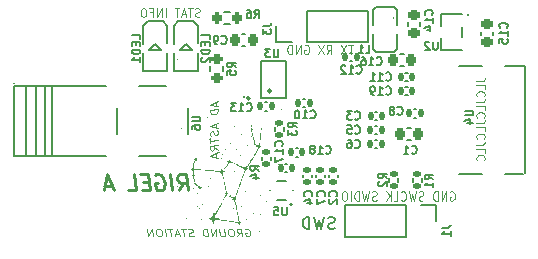
<source format=gbr>
%TF.GenerationSoftware,KiCad,Pcbnew,8.0.0*%
%TF.CreationDate,2024-03-05T20:17:21-06:00*%
%TF.ProjectId,rigel-a-hw,72696765-6c2d-4612-9d68-772e6b696361,rev?*%
%TF.SameCoordinates,Original*%
%TF.FileFunction,Legend,Bot*%
%TF.FilePolarity,Positive*%
%FSLAX46Y46*%
G04 Gerber Fmt 4.6, Leading zero omitted, Abs format (unit mm)*
G04 Created by KiCad (PCBNEW 8.0.0) date 2024-03-05 20:17:21*
%MOMM*%
%LPD*%
G01*
G04 APERTURE LIST*
G04 Aperture macros list*
%AMRoundRect*
0 Rectangle with rounded corners*
0 $1 Rounding radius*
0 $2 $3 $4 $5 $6 $7 $8 $9 X,Y pos of 4 corners*
0 Add a 4 corners polygon primitive as box body*
4,1,4,$2,$3,$4,$5,$6,$7,$8,$9,$2,$3,0*
0 Add four circle primitives for the rounded corners*
1,1,$1+$1,$2,$3*
1,1,$1+$1,$4,$5*
1,1,$1+$1,$6,$7*
1,1,$1+$1,$8,$9*
0 Add four rect primitives between the rounded corners*
20,1,$1+$1,$2,$3,$4,$5,0*
20,1,$1+$1,$4,$5,$6,$7,0*
20,1,$1+$1,$6,$7,$8,$9,0*
20,1,$1+$1,$8,$9,$2,$3,0*%
G04 Aperture macros list end*
%ADD10C,0.110000*%
%ADD11C,0.120000*%
%ADD12C,0.220000*%
%ADD13C,0.150000*%
%ADD14C,0.170000*%
%ADD15C,0.000000*%
%ADD16C,2.200000*%
%ADD17RoundRect,0.140000X0.140000X0.170000X-0.140000X0.170000X-0.140000X-0.170000X0.140000X-0.170000X0*%
%ADD18C,2.300000*%
%ADD19RoundRect,0.225000X0.250000X-0.225000X0.250000X0.225000X-0.250000X0.225000X-0.250000X-0.225000X0*%
%ADD20R,1.700000X1.700000*%
%ADD21O,1.700000X1.700000*%
%ADD22RoundRect,0.140000X-0.140000X-0.170000X0.140000X-0.170000X0.140000X0.170000X-0.140000X0.170000X0*%
%ADD23C,0.700025*%
%ADD24R,1.100000X0.550013*%
%ADD25R,1.100000X0.300000*%
%ADD26O,1.800000X1.200000*%
%ADD27O,2.000000X1.100000*%
%ADD28O,1.620015X0.280010*%
%ADD29RoundRect,0.135000X0.185000X-0.135000X0.185000X0.135000X-0.185000X0.135000X-0.185000X-0.135000X0*%
%ADD30RoundRect,0.225000X0.225000X0.250000X-0.225000X0.250000X-0.225000X-0.250000X0.225000X-0.250000X0*%
%ADD31R,0.600000X0.750013*%
%ADD32RoundRect,0.140000X-0.170000X0.140000X-0.170000X-0.140000X0.170000X-0.140000X0.170000X0.140000X0*%
%ADD33R,1.399543X1.000000*%
%ADD34R,1.377013X1.132537*%
%ADD35R,1.070003X0.600000*%
%ADD36RoundRect,0.200000X0.275000X-0.200000X0.275000X0.200000X-0.275000X0.200000X-0.275000X-0.200000X0*%
%ADD37RoundRect,0.200000X0.200000X0.275000X-0.200000X0.275000X-0.200000X-0.275000X0.200000X-0.275000X0*%
G04 APERTURE END LIST*
D10*
X112420786Y-118995684D02*
X112483584Y-118964732D01*
X112483584Y-118964732D02*
X112583584Y-118964732D01*
X112583584Y-118964732D02*
X112687453Y-118995684D01*
X112687453Y-118995684D02*
X112761858Y-119057589D01*
X112761858Y-119057589D02*
X112802929Y-119119494D01*
X112802929Y-119119494D02*
X112851739Y-119243303D01*
X112851739Y-119243303D02*
X112863346Y-119336160D01*
X112863346Y-119336160D02*
X112845489Y-119459970D01*
X112845489Y-119459970D02*
X112819893Y-119521875D01*
X112819893Y-119521875D02*
X112760965Y-119583780D01*
X112760965Y-119583780D02*
X112664834Y-119614732D01*
X112664834Y-119614732D02*
X112598167Y-119614732D01*
X112598167Y-119614732D02*
X112494298Y-119583780D01*
X112494298Y-119583780D02*
X112457096Y-119552827D01*
X112457096Y-119552827D02*
X112430012Y-119336160D01*
X112430012Y-119336160D02*
X112563346Y-119336160D01*
X111764834Y-119614732D02*
X111959477Y-119305208D01*
X112164834Y-119614732D02*
X112083584Y-118964732D01*
X112083584Y-118964732D02*
X111816917Y-118964732D01*
X111816917Y-118964732D02*
X111754120Y-118995684D01*
X111754120Y-118995684D02*
X111724655Y-119026637D01*
X111724655Y-119026637D02*
X111699060Y-119088541D01*
X111699060Y-119088541D02*
X111710667Y-119181399D01*
X111710667Y-119181399D02*
X111751739Y-119243303D01*
X111751739Y-119243303D02*
X111788941Y-119274256D01*
X111788941Y-119274256D02*
X111859477Y-119305208D01*
X111859477Y-119305208D02*
X112126143Y-119305208D01*
X111250251Y-118964732D02*
X111116917Y-118964732D01*
X111116917Y-118964732D02*
X111054120Y-118995684D01*
X111054120Y-118995684D02*
X110995191Y-119057589D01*
X110995191Y-119057589D02*
X110977334Y-119181399D01*
X110977334Y-119181399D02*
X111004417Y-119398065D01*
X111004417Y-119398065D02*
X111053227Y-119521875D01*
X111053227Y-119521875D02*
X111127632Y-119583780D01*
X111127632Y-119583780D02*
X111198167Y-119614732D01*
X111198167Y-119614732D02*
X111331501Y-119614732D01*
X111331501Y-119614732D02*
X111394298Y-119583780D01*
X111394298Y-119583780D02*
X111453227Y-119521875D01*
X111453227Y-119521875D02*
X111471084Y-119398065D01*
X111471084Y-119398065D02*
X111444001Y-119181399D01*
X111444001Y-119181399D02*
X111395191Y-119057589D01*
X111395191Y-119057589D02*
X111320786Y-118995684D01*
X111320786Y-118995684D02*
X111250251Y-118964732D01*
X110650251Y-118964732D02*
X110716025Y-119490922D01*
X110716025Y-119490922D02*
X110690429Y-119552827D01*
X110690429Y-119552827D02*
X110660965Y-119583780D01*
X110660965Y-119583780D02*
X110598168Y-119614732D01*
X110598168Y-119614732D02*
X110464834Y-119614732D01*
X110464834Y-119614732D02*
X110394299Y-119583780D01*
X110394299Y-119583780D02*
X110357096Y-119552827D01*
X110357096Y-119552827D02*
X110316025Y-119490922D01*
X110316025Y-119490922D02*
X110250251Y-118964732D01*
X109998168Y-119614732D02*
X109916918Y-118964732D01*
X109916918Y-118964732D02*
X109598168Y-119614732D01*
X109598168Y-119614732D02*
X109516918Y-118964732D01*
X109264835Y-119614732D02*
X109183585Y-118964732D01*
X109183585Y-118964732D02*
X109016918Y-118964732D01*
X109016918Y-118964732D02*
X108920787Y-118995684D01*
X108920787Y-118995684D02*
X108861859Y-119057589D01*
X108861859Y-119057589D02*
X108836263Y-119119494D01*
X108836263Y-119119494D02*
X108818406Y-119243303D01*
X108818406Y-119243303D02*
X108830013Y-119336160D01*
X108830013Y-119336160D02*
X108878823Y-119459970D01*
X108878823Y-119459970D02*
X108919894Y-119521875D01*
X108919894Y-119521875D02*
X108994299Y-119583780D01*
X108994299Y-119583780D02*
X109098168Y-119614732D01*
X109098168Y-119614732D02*
X109264835Y-119614732D01*
X108060966Y-119583780D02*
X107964835Y-119614732D01*
X107964835Y-119614732D02*
X107798169Y-119614732D01*
X107798169Y-119614732D02*
X107727633Y-119583780D01*
X107727633Y-119583780D02*
X107690430Y-119552827D01*
X107690430Y-119552827D02*
X107649359Y-119490922D01*
X107649359Y-119490922D02*
X107641621Y-119429018D01*
X107641621Y-119429018D02*
X107667216Y-119367113D01*
X107667216Y-119367113D02*
X107696680Y-119336160D01*
X107696680Y-119336160D02*
X107759478Y-119305208D01*
X107759478Y-119305208D02*
X107888942Y-119274256D01*
X107888942Y-119274256D02*
X107951740Y-119243303D01*
X107951740Y-119243303D02*
X107981204Y-119212351D01*
X107981204Y-119212351D02*
X108006800Y-119150446D01*
X108006800Y-119150446D02*
X107999061Y-119088541D01*
X107999061Y-119088541D02*
X107957990Y-119026637D01*
X107957990Y-119026637D02*
X107920788Y-118995684D01*
X107920788Y-118995684D02*
X107850252Y-118964732D01*
X107850252Y-118964732D02*
X107683585Y-118964732D01*
X107683585Y-118964732D02*
X107587454Y-118995684D01*
X107383585Y-118964732D02*
X106983585Y-118964732D01*
X107264835Y-119614732D02*
X107183585Y-118964732D01*
X106841621Y-119429018D02*
X106508288Y-119429018D01*
X106931502Y-119614732D02*
X106616919Y-118964732D01*
X106616919Y-118964732D02*
X106464835Y-119614732D01*
X106250252Y-118964732D02*
X105850252Y-118964732D01*
X106131502Y-119614732D02*
X106050252Y-118964732D01*
X105698169Y-119614732D02*
X105616919Y-118964732D01*
X105150253Y-118964732D02*
X105016919Y-118964732D01*
X105016919Y-118964732D02*
X104954122Y-118995684D01*
X104954122Y-118995684D02*
X104895193Y-119057589D01*
X104895193Y-119057589D02*
X104877336Y-119181399D01*
X104877336Y-119181399D02*
X104904419Y-119398065D01*
X104904419Y-119398065D02*
X104953229Y-119521875D01*
X104953229Y-119521875D02*
X105027634Y-119583780D01*
X105027634Y-119583780D02*
X105098169Y-119614732D01*
X105098169Y-119614732D02*
X105231503Y-119614732D01*
X105231503Y-119614732D02*
X105294300Y-119583780D01*
X105294300Y-119583780D02*
X105353229Y-119521875D01*
X105353229Y-119521875D02*
X105371086Y-119398065D01*
X105371086Y-119398065D02*
X105344003Y-119181399D01*
X105344003Y-119181399D02*
X105295193Y-119057589D01*
X105295193Y-119057589D02*
X105220788Y-118995684D01*
X105220788Y-118995684D02*
X105150253Y-118964732D01*
X104631503Y-119614732D02*
X104550253Y-118964732D01*
X104550253Y-118964732D02*
X104231503Y-119614732D01*
X104231503Y-119614732D02*
X104150253Y-118964732D01*
D11*
X129787719Y-115833950D02*
X129854386Y-115795855D01*
X129854386Y-115795855D02*
X129954386Y-115795855D01*
X129954386Y-115795855D02*
X130054386Y-115833950D01*
X130054386Y-115833950D02*
X130121053Y-115910140D01*
X130121053Y-115910140D02*
X130154386Y-115986331D01*
X130154386Y-115986331D02*
X130187719Y-116138712D01*
X130187719Y-116138712D02*
X130187719Y-116252998D01*
X130187719Y-116252998D02*
X130154386Y-116405379D01*
X130154386Y-116405379D02*
X130121053Y-116481569D01*
X130121053Y-116481569D02*
X130054386Y-116557760D01*
X130054386Y-116557760D02*
X129954386Y-116595855D01*
X129954386Y-116595855D02*
X129887719Y-116595855D01*
X129887719Y-116595855D02*
X129787719Y-116557760D01*
X129787719Y-116557760D02*
X129754386Y-116519664D01*
X129754386Y-116519664D02*
X129754386Y-116252998D01*
X129754386Y-116252998D02*
X129887719Y-116252998D01*
X129454386Y-116595855D02*
X129454386Y-115795855D01*
X129454386Y-115795855D02*
X129054386Y-116595855D01*
X129054386Y-116595855D02*
X129054386Y-115795855D01*
X128721053Y-116595855D02*
X128721053Y-115795855D01*
X128721053Y-115795855D02*
X128554386Y-115795855D01*
X128554386Y-115795855D02*
X128454386Y-115833950D01*
X128454386Y-115833950D02*
X128387720Y-115910140D01*
X128387720Y-115910140D02*
X128354386Y-115986331D01*
X128354386Y-115986331D02*
X128321053Y-116138712D01*
X128321053Y-116138712D02*
X128321053Y-116252998D01*
X128321053Y-116252998D02*
X128354386Y-116405379D01*
X128354386Y-116405379D02*
X128387720Y-116481569D01*
X128387720Y-116481569D02*
X128454386Y-116557760D01*
X128454386Y-116557760D02*
X128554386Y-116595855D01*
X128554386Y-116595855D02*
X128721053Y-116595855D01*
X127521053Y-116557760D02*
X127421053Y-116595855D01*
X127421053Y-116595855D02*
X127254387Y-116595855D01*
X127254387Y-116595855D02*
X127187720Y-116557760D01*
X127187720Y-116557760D02*
X127154387Y-116519664D01*
X127154387Y-116519664D02*
X127121053Y-116443474D01*
X127121053Y-116443474D02*
X127121053Y-116367283D01*
X127121053Y-116367283D02*
X127154387Y-116291093D01*
X127154387Y-116291093D02*
X127187720Y-116252998D01*
X127187720Y-116252998D02*
X127254387Y-116214902D01*
X127254387Y-116214902D02*
X127387720Y-116176807D01*
X127387720Y-116176807D02*
X127454387Y-116138712D01*
X127454387Y-116138712D02*
X127487720Y-116100617D01*
X127487720Y-116100617D02*
X127521053Y-116024426D01*
X127521053Y-116024426D02*
X127521053Y-115948236D01*
X127521053Y-115948236D02*
X127487720Y-115872045D01*
X127487720Y-115872045D02*
X127454387Y-115833950D01*
X127454387Y-115833950D02*
X127387720Y-115795855D01*
X127387720Y-115795855D02*
X127221053Y-115795855D01*
X127221053Y-115795855D02*
X127121053Y-115833950D01*
X126887720Y-115795855D02*
X126721053Y-116595855D01*
X126721053Y-116595855D02*
X126587720Y-116024426D01*
X126587720Y-116024426D02*
X126454386Y-116595855D01*
X126454386Y-116595855D02*
X126287720Y-115795855D01*
X125621053Y-116519664D02*
X125654386Y-116557760D01*
X125654386Y-116557760D02*
X125754386Y-116595855D01*
X125754386Y-116595855D02*
X125821053Y-116595855D01*
X125821053Y-116595855D02*
X125921053Y-116557760D01*
X125921053Y-116557760D02*
X125987720Y-116481569D01*
X125987720Y-116481569D02*
X126021053Y-116405379D01*
X126021053Y-116405379D02*
X126054386Y-116252998D01*
X126054386Y-116252998D02*
X126054386Y-116138712D01*
X126054386Y-116138712D02*
X126021053Y-115986331D01*
X126021053Y-115986331D02*
X125987720Y-115910140D01*
X125987720Y-115910140D02*
X125921053Y-115833950D01*
X125921053Y-115833950D02*
X125821053Y-115795855D01*
X125821053Y-115795855D02*
X125754386Y-115795855D01*
X125754386Y-115795855D02*
X125654386Y-115833950D01*
X125654386Y-115833950D02*
X125621053Y-115872045D01*
X124987720Y-116595855D02*
X125321053Y-116595855D01*
X125321053Y-116595855D02*
X125321053Y-115795855D01*
X124754386Y-116595855D02*
X124754386Y-115795855D01*
X124354386Y-116595855D02*
X124654386Y-116138712D01*
X124354386Y-115795855D02*
X124754386Y-116252998D01*
X123554386Y-116557760D02*
X123454386Y-116595855D01*
X123454386Y-116595855D02*
X123287720Y-116595855D01*
X123287720Y-116595855D02*
X123221053Y-116557760D01*
X123221053Y-116557760D02*
X123187720Y-116519664D01*
X123187720Y-116519664D02*
X123154386Y-116443474D01*
X123154386Y-116443474D02*
X123154386Y-116367283D01*
X123154386Y-116367283D02*
X123187720Y-116291093D01*
X123187720Y-116291093D02*
X123221053Y-116252998D01*
X123221053Y-116252998D02*
X123287720Y-116214902D01*
X123287720Y-116214902D02*
X123421053Y-116176807D01*
X123421053Y-116176807D02*
X123487720Y-116138712D01*
X123487720Y-116138712D02*
X123521053Y-116100617D01*
X123521053Y-116100617D02*
X123554386Y-116024426D01*
X123554386Y-116024426D02*
X123554386Y-115948236D01*
X123554386Y-115948236D02*
X123521053Y-115872045D01*
X123521053Y-115872045D02*
X123487720Y-115833950D01*
X123487720Y-115833950D02*
X123421053Y-115795855D01*
X123421053Y-115795855D02*
X123254386Y-115795855D01*
X123254386Y-115795855D02*
X123154386Y-115833950D01*
X122921053Y-115795855D02*
X122754386Y-116595855D01*
X122754386Y-116595855D02*
X122621053Y-116024426D01*
X122621053Y-116024426D02*
X122487719Y-116595855D01*
X122487719Y-116595855D02*
X122321053Y-115795855D01*
X122054386Y-116595855D02*
X122054386Y-115795855D01*
X122054386Y-115795855D02*
X121887719Y-115795855D01*
X121887719Y-115795855D02*
X121787719Y-115833950D01*
X121787719Y-115833950D02*
X121721053Y-115910140D01*
X121721053Y-115910140D02*
X121687719Y-115986331D01*
X121687719Y-115986331D02*
X121654386Y-116138712D01*
X121654386Y-116138712D02*
X121654386Y-116252998D01*
X121654386Y-116252998D02*
X121687719Y-116405379D01*
X121687719Y-116405379D02*
X121721053Y-116481569D01*
X121721053Y-116481569D02*
X121787719Y-116557760D01*
X121787719Y-116557760D02*
X121887719Y-116595855D01*
X121887719Y-116595855D02*
X122054386Y-116595855D01*
X121354386Y-116595855D02*
X121354386Y-115795855D01*
X120887720Y-115795855D02*
X120754386Y-115795855D01*
X120754386Y-115795855D02*
X120687720Y-115833950D01*
X120687720Y-115833950D02*
X120621053Y-115910140D01*
X120621053Y-115910140D02*
X120587720Y-116062521D01*
X120587720Y-116062521D02*
X120587720Y-116329188D01*
X120587720Y-116329188D02*
X120621053Y-116481569D01*
X120621053Y-116481569D02*
X120687720Y-116557760D01*
X120687720Y-116557760D02*
X120754386Y-116595855D01*
X120754386Y-116595855D02*
X120887720Y-116595855D01*
X120887720Y-116595855D02*
X120954386Y-116557760D01*
X120954386Y-116557760D02*
X121021053Y-116481569D01*
X121021053Y-116481569D02*
X121054386Y-116329188D01*
X121054386Y-116329188D02*
X121054386Y-116062521D01*
X121054386Y-116062521D02*
X121021053Y-115910140D01*
X121021053Y-115910140D02*
X120954386Y-115833950D01*
X120954386Y-115833950D02*
X120887720Y-115795855D01*
X108587719Y-100974760D02*
X108487719Y-101008093D01*
X108487719Y-101008093D02*
X108321053Y-101008093D01*
X108321053Y-101008093D02*
X108254386Y-100974760D01*
X108254386Y-100974760D02*
X108221053Y-100941426D01*
X108221053Y-100941426D02*
X108187719Y-100874760D01*
X108187719Y-100874760D02*
X108187719Y-100808093D01*
X108187719Y-100808093D02*
X108221053Y-100741426D01*
X108221053Y-100741426D02*
X108254386Y-100708093D01*
X108254386Y-100708093D02*
X108321053Y-100674760D01*
X108321053Y-100674760D02*
X108454386Y-100641426D01*
X108454386Y-100641426D02*
X108521053Y-100608093D01*
X108521053Y-100608093D02*
X108554386Y-100574760D01*
X108554386Y-100574760D02*
X108587719Y-100508093D01*
X108587719Y-100508093D02*
X108587719Y-100441426D01*
X108587719Y-100441426D02*
X108554386Y-100374760D01*
X108554386Y-100374760D02*
X108521053Y-100341426D01*
X108521053Y-100341426D02*
X108454386Y-100308093D01*
X108454386Y-100308093D02*
X108287719Y-100308093D01*
X108287719Y-100308093D02*
X108187719Y-100341426D01*
X107987719Y-100308093D02*
X107587719Y-100308093D01*
X107787719Y-101008093D02*
X107787719Y-100308093D01*
X107387719Y-100808093D02*
X107054386Y-100808093D01*
X107454386Y-101008093D02*
X107221053Y-100308093D01*
X107221053Y-100308093D02*
X106987719Y-101008093D01*
X106854386Y-100308093D02*
X106454386Y-100308093D01*
X106654386Y-101008093D02*
X106654386Y-100308093D01*
X105687720Y-101008093D02*
X105687720Y-100308093D01*
X105354387Y-101008093D02*
X105354387Y-100308093D01*
X105354387Y-100308093D02*
X104954387Y-101008093D01*
X104954387Y-101008093D02*
X104954387Y-100308093D01*
X104387721Y-100641426D02*
X104621054Y-100641426D01*
X104621054Y-101008093D02*
X104621054Y-100308093D01*
X104621054Y-100308093D02*
X104287721Y-100308093D01*
X103887721Y-100308093D02*
X103754387Y-100308093D01*
X103754387Y-100308093D02*
X103687721Y-100341426D01*
X103687721Y-100341426D02*
X103621054Y-100408093D01*
X103621054Y-100408093D02*
X103587721Y-100541426D01*
X103587721Y-100541426D02*
X103587721Y-100774760D01*
X103587721Y-100774760D02*
X103621054Y-100908093D01*
X103621054Y-100908093D02*
X103687721Y-100974760D01*
X103687721Y-100974760D02*
X103754387Y-101008093D01*
X103754387Y-101008093D02*
X103887721Y-101008093D01*
X103887721Y-101008093D02*
X103954387Y-100974760D01*
X103954387Y-100974760D02*
X104021054Y-100908093D01*
X104021054Y-100908093D02*
X104054387Y-100774760D01*
X104054387Y-100774760D02*
X104054387Y-100541426D01*
X104054387Y-100541426D02*
X104021054Y-100408093D01*
X104021054Y-100408093D02*
X103954387Y-100341426D01*
X103954387Y-100341426D02*
X103887721Y-100308093D01*
D12*
X106811216Y-115717226D02*
X107161216Y-115050560D01*
X107554073Y-115717226D02*
X107379073Y-114317226D01*
X107379073Y-114317226D02*
X106883835Y-114317226D01*
X106883835Y-114317226D02*
X106768359Y-114383893D01*
X106768359Y-114383893D02*
X106714787Y-114450560D01*
X106714787Y-114450560D02*
X106669549Y-114583893D01*
X106669549Y-114583893D02*
X106694549Y-114783893D01*
X106694549Y-114783893D02*
X106773121Y-114917226D01*
X106773121Y-114917226D02*
X106843359Y-114983893D01*
X106843359Y-114983893D02*
X106975502Y-115050560D01*
X106975502Y-115050560D02*
X107470740Y-115050560D01*
X106254073Y-115717226D02*
X106079073Y-114317226D01*
X104787406Y-114383893D02*
X104902882Y-114317226D01*
X104902882Y-114317226D02*
X105088596Y-114317226D01*
X105088596Y-114317226D02*
X105282644Y-114383893D01*
X105282644Y-114383893D02*
X105423120Y-114517226D01*
X105423120Y-114517226D02*
X105501692Y-114650560D01*
X105501692Y-114650560D02*
X105596930Y-114917226D01*
X105596930Y-114917226D02*
X105621930Y-115117226D01*
X105621930Y-115117226D02*
X105593358Y-115383893D01*
X105593358Y-115383893D02*
X105548120Y-115517226D01*
X105548120Y-115517226D02*
X105440977Y-115650560D01*
X105440977Y-115650560D02*
X105263596Y-115717226D01*
X105263596Y-115717226D02*
X105139787Y-115717226D01*
X105139787Y-115717226D02*
X104945739Y-115650560D01*
X104945739Y-115650560D02*
X104875501Y-115583893D01*
X104875501Y-115583893D02*
X104817168Y-115117226D01*
X104817168Y-115117226D02*
X105064787Y-115117226D01*
X104243358Y-114983893D02*
X103810025Y-114983893D01*
X103715977Y-115717226D02*
X104335025Y-115717226D01*
X104335025Y-115717226D02*
X104160025Y-114317226D01*
X104160025Y-114317226D02*
X103540977Y-114317226D01*
X102539787Y-115717226D02*
X103158835Y-115717226D01*
X103158835Y-115717226D02*
X102983835Y-114317226D01*
X101127883Y-115317226D02*
X100508835Y-115317226D01*
X101301692Y-115717226D02*
X100693359Y-114317226D01*
X100693359Y-114317226D02*
X100435026Y-115717226D01*
D13*
X120010839Y-118922200D02*
X119867982Y-118969819D01*
X119867982Y-118969819D02*
X119629887Y-118969819D01*
X119629887Y-118969819D02*
X119534649Y-118922200D01*
X119534649Y-118922200D02*
X119487030Y-118874580D01*
X119487030Y-118874580D02*
X119439411Y-118779342D01*
X119439411Y-118779342D02*
X119439411Y-118684104D01*
X119439411Y-118684104D02*
X119487030Y-118588866D01*
X119487030Y-118588866D02*
X119534649Y-118541247D01*
X119534649Y-118541247D02*
X119629887Y-118493628D01*
X119629887Y-118493628D02*
X119820363Y-118446009D01*
X119820363Y-118446009D02*
X119915601Y-118398390D01*
X119915601Y-118398390D02*
X119963220Y-118350771D01*
X119963220Y-118350771D02*
X120010839Y-118255533D01*
X120010839Y-118255533D02*
X120010839Y-118160295D01*
X120010839Y-118160295D02*
X119963220Y-118065057D01*
X119963220Y-118065057D02*
X119915601Y-118017438D01*
X119915601Y-118017438D02*
X119820363Y-117969819D01*
X119820363Y-117969819D02*
X119582268Y-117969819D01*
X119582268Y-117969819D02*
X119439411Y-118017438D01*
X119106077Y-117969819D02*
X118867982Y-118969819D01*
X118867982Y-118969819D02*
X118677506Y-118255533D01*
X118677506Y-118255533D02*
X118487030Y-118969819D01*
X118487030Y-118969819D02*
X118248935Y-117969819D01*
X117867982Y-118969819D02*
X117867982Y-117969819D01*
X117867982Y-117969819D02*
X117629887Y-117969819D01*
X117629887Y-117969819D02*
X117487030Y-118017438D01*
X117487030Y-118017438D02*
X117391792Y-118112676D01*
X117391792Y-118112676D02*
X117344173Y-118207914D01*
X117344173Y-118207914D02*
X117296554Y-118398390D01*
X117296554Y-118398390D02*
X117296554Y-118541247D01*
X117296554Y-118541247D02*
X117344173Y-118731723D01*
X117344173Y-118731723D02*
X117391792Y-118826961D01*
X117391792Y-118826961D02*
X117487030Y-118922200D01*
X117487030Y-118922200D02*
X117629887Y-118969819D01*
X117629887Y-118969819D02*
X117867982Y-118969819D01*
D11*
X121554386Y-103395855D02*
X121154386Y-103395855D01*
X121354386Y-104195855D02*
X121354386Y-103395855D01*
X120987720Y-103395855D02*
X120521053Y-104195855D01*
X120521053Y-103395855D02*
X120987720Y-104195855D01*
X119321053Y-104195855D02*
X119554386Y-103814902D01*
X119721053Y-104195855D02*
X119721053Y-103395855D01*
X119721053Y-103395855D02*
X119454386Y-103395855D01*
X119454386Y-103395855D02*
X119387720Y-103433950D01*
X119387720Y-103433950D02*
X119354386Y-103472045D01*
X119354386Y-103472045D02*
X119321053Y-103548236D01*
X119321053Y-103548236D02*
X119321053Y-103662521D01*
X119321053Y-103662521D02*
X119354386Y-103738712D01*
X119354386Y-103738712D02*
X119387720Y-103776807D01*
X119387720Y-103776807D02*
X119454386Y-103814902D01*
X119454386Y-103814902D02*
X119721053Y-103814902D01*
X119087720Y-103395855D02*
X118621053Y-104195855D01*
X118621053Y-103395855D02*
X119087720Y-104195855D01*
X117454386Y-103433950D02*
X117521053Y-103395855D01*
X117521053Y-103395855D02*
X117621053Y-103395855D01*
X117621053Y-103395855D02*
X117721053Y-103433950D01*
X117721053Y-103433950D02*
X117787720Y-103510140D01*
X117787720Y-103510140D02*
X117821053Y-103586331D01*
X117821053Y-103586331D02*
X117854386Y-103738712D01*
X117854386Y-103738712D02*
X117854386Y-103852998D01*
X117854386Y-103852998D02*
X117821053Y-104005379D01*
X117821053Y-104005379D02*
X117787720Y-104081569D01*
X117787720Y-104081569D02*
X117721053Y-104157760D01*
X117721053Y-104157760D02*
X117621053Y-104195855D01*
X117621053Y-104195855D02*
X117554386Y-104195855D01*
X117554386Y-104195855D02*
X117454386Y-104157760D01*
X117454386Y-104157760D02*
X117421053Y-104119664D01*
X117421053Y-104119664D02*
X117421053Y-103852998D01*
X117421053Y-103852998D02*
X117554386Y-103852998D01*
X117121053Y-104195855D02*
X117121053Y-103395855D01*
X117121053Y-103395855D02*
X116721053Y-104195855D01*
X116721053Y-104195855D02*
X116721053Y-103395855D01*
X116387720Y-104195855D02*
X116387720Y-103395855D01*
X116387720Y-103395855D02*
X116221053Y-103395855D01*
X116221053Y-103395855D02*
X116121053Y-103433950D01*
X116121053Y-103433950D02*
X116054387Y-103510140D01*
X116054387Y-103510140D02*
X116021053Y-103586331D01*
X116021053Y-103586331D02*
X115987720Y-103738712D01*
X115987720Y-103738712D02*
X115987720Y-103852998D01*
X115987720Y-103852998D02*
X116021053Y-104005379D01*
X116021053Y-104005379D02*
X116054387Y-104081569D01*
X116054387Y-104081569D02*
X116121053Y-104157760D01*
X116121053Y-104157760D02*
X116221053Y-104195855D01*
X116221053Y-104195855D02*
X116387720Y-104195855D01*
X132008093Y-106445613D02*
X132508093Y-106445613D01*
X132508093Y-106445613D02*
X132608093Y-106412280D01*
X132608093Y-106412280D02*
X132674760Y-106345613D01*
X132674760Y-106345613D02*
X132708093Y-106245613D01*
X132708093Y-106245613D02*
X132708093Y-106178947D01*
X132708093Y-107112280D02*
X132708093Y-106778946D01*
X132708093Y-106778946D02*
X132008093Y-106778946D01*
X132641426Y-107745613D02*
X132674760Y-107712280D01*
X132674760Y-107712280D02*
X132708093Y-107612280D01*
X132708093Y-107612280D02*
X132708093Y-107545613D01*
X132708093Y-107545613D02*
X132674760Y-107445613D01*
X132674760Y-107445613D02*
X132608093Y-107378947D01*
X132608093Y-107378947D02*
X132541426Y-107345613D01*
X132541426Y-107345613D02*
X132408093Y-107312280D01*
X132408093Y-107312280D02*
X132308093Y-107312280D01*
X132308093Y-107312280D02*
X132174760Y-107345613D01*
X132174760Y-107345613D02*
X132108093Y-107378947D01*
X132108093Y-107378947D02*
X132041426Y-107445613D01*
X132041426Y-107445613D02*
X132008093Y-107545613D01*
X132008093Y-107545613D02*
X132008093Y-107612280D01*
X132008093Y-107612280D02*
X132041426Y-107712280D01*
X132041426Y-107712280D02*
X132074760Y-107745613D01*
X132008093Y-108245613D02*
X132508093Y-108245613D01*
X132508093Y-108245613D02*
X132608093Y-108212280D01*
X132608093Y-108212280D02*
X132674760Y-108145613D01*
X132674760Y-108145613D02*
X132708093Y-108045613D01*
X132708093Y-108045613D02*
X132708093Y-107978947D01*
X132708093Y-108912280D02*
X132708093Y-108578946D01*
X132708093Y-108578946D02*
X132008093Y-108578946D01*
X132641426Y-109545613D02*
X132674760Y-109512280D01*
X132674760Y-109512280D02*
X132708093Y-109412280D01*
X132708093Y-109412280D02*
X132708093Y-109345613D01*
X132708093Y-109345613D02*
X132674760Y-109245613D01*
X132674760Y-109245613D02*
X132608093Y-109178947D01*
X132608093Y-109178947D02*
X132541426Y-109145613D01*
X132541426Y-109145613D02*
X132408093Y-109112280D01*
X132408093Y-109112280D02*
X132308093Y-109112280D01*
X132308093Y-109112280D02*
X132174760Y-109145613D01*
X132174760Y-109145613D02*
X132108093Y-109178947D01*
X132108093Y-109178947D02*
X132041426Y-109245613D01*
X132041426Y-109245613D02*
X132008093Y-109345613D01*
X132008093Y-109345613D02*
X132008093Y-109412280D01*
X132008093Y-109412280D02*
X132041426Y-109512280D01*
X132041426Y-109512280D02*
X132074760Y-109545613D01*
X132008093Y-110045613D02*
X132508093Y-110045613D01*
X132508093Y-110045613D02*
X132608093Y-110012280D01*
X132608093Y-110012280D02*
X132674760Y-109945613D01*
X132674760Y-109945613D02*
X132708093Y-109845613D01*
X132708093Y-109845613D02*
X132708093Y-109778947D01*
X132708093Y-110712280D02*
X132708093Y-110378946D01*
X132708093Y-110378946D02*
X132008093Y-110378946D01*
X132641426Y-111345613D02*
X132674760Y-111312280D01*
X132674760Y-111312280D02*
X132708093Y-111212280D01*
X132708093Y-111212280D02*
X132708093Y-111145613D01*
X132708093Y-111145613D02*
X132674760Y-111045613D01*
X132674760Y-111045613D02*
X132608093Y-110978947D01*
X132608093Y-110978947D02*
X132541426Y-110945613D01*
X132541426Y-110945613D02*
X132408093Y-110912280D01*
X132408093Y-110912280D02*
X132308093Y-110912280D01*
X132308093Y-110912280D02*
X132174760Y-110945613D01*
X132174760Y-110945613D02*
X132108093Y-110978947D01*
X132108093Y-110978947D02*
X132041426Y-111045613D01*
X132041426Y-111045613D02*
X132008093Y-111145613D01*
X132008093Y-111145613D02*
X132008093Y-111212280D01*
X132008093Y-111212280D02*
X132041426Y-111312280D01*
X132041426Y-111312280D02*
X132074760Y-111345613D01*
X132008093Y-111845613D02*
X132508093Y-111845613D01*
X132508093Y-111845613D02*
X132608093Y-111812280D01*
X132608093Y-111812280D02*
X132674760Y-111745613D01*
X132674760Y-111745613D02*
X132708093Y-111645613D01*
X132708093Y-111645613D02*
X132708093Y-111578947D01*
X132708093Y-112512280D02*
X132708093Y-112178946D01*
X132708093Y-112178946D02*
X132008093Y-112178946D01*
X132641426Y-113145613D02*
X132674760Y-113112280D01*
X132674760Y-113112280D02*
X132708093Y-113012280D01*
X132708093Y-113012280D02*
X132708093Y-112945613D01*
X132708093Y-112945613D02*
X132674760Y-112845613D01*
X132674760Y-112845613D02*
X132608093Y-112778947D01*
X132608093Y-112778947D02*
X132541426Y-112745613D01*
X132541426Y-112745613D02*
X132408093Y-112712280D01*
X132408093Y-112712280D02*
X132308093Y-112712280D01*
X132308093Y-112712280D02*
X132174760Y-112745613D01*
X132174760Y-112745613D02*
X132108093Y-112778947D01*
X132108093Y-112778947D02*
X132041426Y-112845613D01*
X132041426Y-112845613D02*
X132008093Y-112945613D01*
X132008093Y-112945613D02*
X132008093Y-113012280D01*
X132008093Y-113012280D02*
X132041426Y-113112280D01*
X132041426Y-113112280D02*
X132074760Y-113145613D01*
D10*
X109929018Y-108225046D02*
X109929018Y-108558379D01*
X110114732Y-108135165D02*
X109464732Y-108449748D01*
X109464732Y-108449748D02*
X110114732Y-108601832D01*
X110114732Y-108835165D02*
X109464732Y-108916415D01*
X109464732Y-108916415D02*
X109464732Y-109083082D01*
X109464732Y-109083082D02*
X109495684Y-109179213D01*
X109495684Y-109179213D02*
X109557589Y-109238141D01*
X109557589Y-109238141D02*
X109619494Y-109263737D01*
X109619494Y-109263737D02*
X109743303Y-109281594D01*
X109743303Y-109281594D02*
X109836160Y-109269987D01*
X109836160Y-109269987D02*
X109959970Y-109221177D01*
X109959970Y-109221177D02*
X110021875Y-109180106D01*
X110021875Y-109180106D02*
X110083780Y-109105701D01*
X110083780Y-109105701D02*
X110114732Y-109001832D01*
X110114732Y-109001832D02*
X110114732Y-108835165D01*
X109929018Y-110058379D02*
X109929018Y-110391712D01*
X110114732Y-109968498D02*
X109464732Y-110283081D01*
X109464732Y-110283081D02*
X110114732Y-110435165D01*
X110083780Y-110639034D02*
X110114732Y-110735165D01*
X110114732Y-110735165D02*
X110114732Y-110901831D01*
X110114732Y-110901831D02*
X110083780Y-110972367D01*
X110083780Y-110972367D02*
X110052827Y-111009570D01*
X110052827Y-111009570D02*
X109990922Y-111050641D01*
X109990922Y-111050641D02*
X109929018Y-111058379D01*
X109929018Y-111058379D02*
X109867113Y-111032784D01*
X109867113Y-111032784D02*
X109836160Y-111003320D01*
X109836160Y-111003320D02*
X109805208Y-110940522D01*
X109805208Y-110940522D02*
X109774256Y-110811058D01*
X109774256Y-110811058D02*
X109743303Y-110748260D01*
X109743303Y-110748260D02*
X109712351Y-110718796D01*
X109712351Y-110718796D02*
X109650446Y-110693201D01*
X109650446Y-110693201D02*
X109588541Y-110700939D01*
X109588541Y-110700939D02*
X109526637Y-110742010D01*
X109526637Y-110742010D02*
X109495684Y-110779212D01*
X109495684Y-110779212D02*
X109464732Y-110849748D01*
X109464732Y-110849748D02*
X109464732Y-111016415D01*
X109464732Y-111016415D02*
X109495684Y-111112546D01*
X109464732Y-111316415D02*
X109464732Y-111716415D01*
X110114732Y-111435165D02*
X109464732Y-111516415D01*
X110114732Y-112268498D02*
X109805208Y-112073855D01*
X110114732Y-111868498D02*
X109464732Y-111949748D01*
X109464732Y-111949748D02*
X109464732Y-112216415D01*
X109464732Y-112216415D02*
X109495684Y-112279212D01*
X109495684Y-112279212D02*
X109526637Y-112308677D01*
X109526637Y-112308677D02*
X109588541Y-112334272D01*
X109588541Y-112334272D02*
X109681399Y-112322665D01*
X109681399Y-112322665D02*
X109743303Y-112281593D01*
X109743303Y-112281593D02*
X109774256Y-112244391D01*
X109774256Y-112244391D02*
X109805208Y-112173855D01*
X109805208Y-112173855D02*
X109805208Y-111907189D01*
X109929018Y-112558379D02*
X109929018Y-112891712D01*
X110114732Y-112468498D02*
X109464732Y-112783081D01*
X109464732Y-112783081D02*
X110114732Y-112935165D01*
D14*
X121850000Y-105748326D02*
X121883333Y-105781660D01*
X121883333Y-105781660D02*
X121983333Y-105814993D01*
X121983333Y-105814993D02*
X122050000Y-105814993D01*
X122050000Y-105814993D02*
X122150000Y-105781660D01*
X122150000Y-105781660D02*
X122216667Y-105714993D01*
X122216667Y-105714993D02*
X122250000Y-105648326D01*
X122250000Y-105648326D02*
X122283333Y-105514993D01*
X122283333Y-105514993D02*
X122283333Y-105414993D01*
X122283333Y-105414993D02*
X122250000Y-105281660D01*
X122250000Y-105281660D02*
X122216667Y-105214993D01*
X122216667Y-105214993D02*
X122150000Y-105148326D01*
X122150000Y-105148326D02*
X122050000Y-105114993D01*
X122050000Y-105114993D02*
X121983333Y-105114993D01*
X121983333Y-105114993D02*
X121883333Y-105148326D01*
X121883333Y-105148326D02*
X121850000Y-105181660D01*
X121183333Y-105814993D02*
X121583333Y-105814993D01*
X121383333Y-105814993D02*
X121383333Y-105114993D01*
X121383333Y-105114993D02*
X121450000Y-105214993D01*
X121450000Y-105214993D02*
X121516667Y-105281660D01*
X121516667Y-105281660D02*
X121583333Y-105314993D01*
X120916666Y-105181660D02*
X120883333Y-105148326D01*
X120883333Y-105148326D02*
X120816666Y-105114993D01*
X120816666Y-105114993D02*
X120650000Y-105114993D01*
X120650000Y-105114993D02*
X120583333Y-105148326D01*
X120583333Y-105148326D02*
X120550000Y-105181660D01*
X120550000Y-105181660D02*
X120516666Y-105248326D01*
X120516666Y-105248326D02*
X120516666Y-105314993D01*
X120516666Y-105314993D02*
X120550000Y-105414993D01*
X120550000Y-105414993D02*
X120950000Y-105814993D01*
X120950000Y-105814993D02*
X120516666Y-105814993D01*
X107914993Y-109466666D02*
X108481660Y-109466666D01*
X108481660Y-109466666D02*
X108548326Y-109500000D01*
X108548326Y-109500000D02*
X108581660Y-109533333D01*
X108581660Y-109533333D02*
X108614993Y-109600000D01*
X108614993Y-109600000D02*
X108614993Y-109733333D01*
X108614993Y-109733333D02*
X108581660Y-109800000D01*
X108581660Y-109800000D02*
X108548326Y-109833333D01*
X108548326Y-109833333D02*
X108481660Y-109866666D01*
X108481660Y-109866666D02*
X107914993Y-109866666D01*
X107914993Y-110499999D02*
X107914993Y-110366666D01*
X107914993Y-110366666D02*
X107948326Y-110299999D01*
X107948326Y-110299999D02*
X107981660Y-110266666D01*
X107981660Y-110266666D02*
X108081660Y-110199999D01*
X108081660Y-110199999D02*
X108214993Y-110166666D01*
X108214993Y-110166666D02*
X108481660Y-110166666D01*
X108481660Y-110166666D02*
X108548326Y-110199999D01*
X108548326Y-110199999D02*
X108581660Y-110233333D01*
X108581660Y-110233333D02*
X108614993Y-110299999D01*
X108614993Y-110299999D02*
X108614993Y-110433333D01*
X108614993Y-110433333D02*
X108581660Y-110499999D01*
X108581660Y-110499999D02*
X108548326Y-110533333D01*
X108548326Y-110533333D02*
X108481660Y-110566666D01*
X108481660Y-110566666D02*
X108314993Y-110566666D01*
X108314993Y-110566666D02*
X108248326Y-110533333D01*
X108248326Y-110533333D02*
X108214993Y-110499999D01*
X108214993Y-110499999D02*
X108181660Y-110433333D01*
X108181660Y-110433333D02*
X108181660Y-110299999D01*
X108181660Y-110299999D02*
X108214993Y-110233333D01*
X108214993Y-110233333D02*
X108248326Y-110199999D01*
X108248326Y-110199999D02*
X108314993Y-110166666D01*
X134578326Y-101949999D02*
X134611660Y-101916666D01*
X134611660Y-101916666D02*
X134644993Y-101816666D01*
X134644993Y-101816666D02*
X134644993Y-101749999D01*
X134644993Y-101749999D02*
X134611660Y-101649999D01*
X134611660Y-101649999D02*
X134544993Y-101583333D01*
X134544993Y-101583333D02*
X134478326Y-101549999D01*
X134478326Y-101549999D02*
X134344993Y-101516666D01*
X134344993Y-101516666D02*
X134244993Y-101516666D01*
X134244993Y-101516666D02*
X134111660Y-101549999D01*
X134111660Y-101549999D02*
X134044993Y-101583333D01*
X134044993Y-101583333D02*
X133978326Y-101649999D01*
X133978326Y-101649999D02*
X133944993Y-101749999D01*
X133944993Y-101749999D02*
X133944993Y-101816666D01*
X133944993Y-101816666D02*
X133978326Y-101916666D01*
X133978326Y-101916666D02*
X134011660Y-101949999D01*
X134644993Y-102616666D02*
X134644993Y-102216666D01*
X134644993Y-102416666D02*
X133944993Y-102416666D01*
X133944993Y-102416666D02*
X134044993Y-102349999D01*
X134044993Y-102349999D02*
X134111660Y-102283333D01*
X134111660Y-102283333D02*
X134144993Y-102216666D01*
X133944993Y-103250000D02*
X133944993Y-102916666D01*
X133944993Y-102916666D02*
X134278326Y-102883333D01*
X134278326Y-102883333D02*
X134244993Y-102916666D01*
X134244993Y-102916666D02*
X134211660Y-102983333D01*
X134211660Y-102983333D02*
X134211660Y-103150000D01*
X134211660Y-103150000D02*
X134244993Y-103216666D01*
X134244993Y-103216666D02*
X134278326Y-103250000D01*
X134278326Y-103250000D02*
X134344993Y-103283333D01*
X134344993Y-103283333D02*
X134511660Y-103283333D01*
X134511660Y-103283333D02*
X134578326Y-103250000D01*
X134578326Y-103250000D02*
X134611660Y-103216666D01*
X134611660Y-103216666D02*
X134644993Y-103150000D01*
X134644993Y-103150000D02*
X134644993Y-102983333D01*
X134644993Y-102983333D02*
X134611660Y-102916666D01*
X134611660Y-102916666D02*
X134578326Y-102883333D01*
X113914993Y-101766666D02*
X114414993Y-101766666D01*
X114414993Y-101766666D02*
X114514993Y-101733333D01*
X114514993Y-101733333D02*
X114581660Y-101666666D01*
X114581660Y-101666666D02*
X114614993Y-101566666D01*
X114614993Y-101566666D02*
X114614993Y-101500000D01*
X113914993Y-102033333D02*
X113914993Y-102466666D01*
X113914993Y-102466666D02*
X114181660Y-102233333D01*
X114181660Y-102233333D02*
X114181660Y-102333333D01*
X114181660Y-102333333D02*
X114214993Y-102399999D01*
X114214993Y-102399999D02*
X114248326Y-102433333D01*
X114248326Y-102433333D02*
X114314993Y-102466666D01*
X114314993Y-102466666D02*
X114481660Y-102466666D01*
X114481660Y-102466666D02*
X114548326Y-102433333D01*
X114548326Y-102433333D02*
X114581660Y-102399999D01*
X114581660Y-102399999D02*
X114614993Y-102333333D01*
X114614993Y-102333333D02*
X114614993Y-102133333D01*
X114614993Y-102133333D02*
X114581660Y-102066666D01*
X114581660Y-102066666D02*
X114548326Y-102033333D01*
X115548326Y-111949999D02*
X115581660Y-111916666D01*
X115581660Y-111916666D02*
X115614993Y-111816666D01*
X115614993Y-111816666D02*
X115614993Y-111749999D01*
X115614993Y-111749999D02*
X115581660Y-111649999D01*
X115581660Y-111649999D02*
X115514993Y-111583333D01*
X115514993Y-111583333D02*
X115448326Y-111549999D01*
X115448326Y-111549999D02*
X115314993Y-111516666D01*
X115314993Y-111516666D02*
X115214993Y-111516666D01*
X115214993Y-111516666D02*
X115081660Y-111549999D01*
X115081660Y-111549999D02*
X115014993Y-111583333D01*
X115014993Y-111583333D02*
X114948326Y-111649999D01*
X114948326Y-111649999D02*
X114914993Y-111749999D01*
X114914993Y-111749999D02*
X114914993Y-111816666D01*
X114914993Y-111816666D02*
X114948326Y-111916666D01*
X114948326Y-111916666D02*
X114981660Y-111949999D01*
X115614993Y-112616666D02*
X115614993Y-112216666D01*
X115614993Y-112416666D02*
X114914993Y-112416666D01*
X114914993Y-112416666D02*
X115014993Y-112349999D01*
X115014993Y-112349999D02*
X115081660Y-112283333D01*
X115081660Y-112283333D02*
X115114993Y-112216666D01*
X114914993Y-112850000D02*
X114914993Y-113316666D01*
X114914993Y-113316666D02*
X115614993Y-113016666D01*
X131014993Y-108966666D02*
X131581660Y-108966666D01*
X131581660Y-108966666D02*
X131648326Y-109000000D01*
X131648326Y-109000000D02*
X131681660Y-109033333D01*
X131681660Y-109033333D02*
X131714993Y-109100000D01*
X131714993Y-109100000D02*
X131714993Y-109233333D01*
X131714993Y-109233333D02*
X131681660Y-109300000D01*
X131681660Y-109300000D02*
X131648326Y-109333333D01*
X131648326Y-109333333D02*
X131581660Y-109366666D01*
X131581660Y-109366666D02*
X131014993Y-109366666D01*
X131248326Y-109999999D02*
X131714993Y-109999999D01*
X130981660Y-109833333D02*
X131481660Y-109666666D01*
X131481660Y-109666666D02*
X131481660Y-110099999D01*
X121716666Y-109648326D02*
X121749999Y-109681660D01*
X121749999Y-109681660D02*
X121849999Y-109714993D01*
X121849999Y-109714993D02*
X121916666Y-109714993D01*
X121916666Y-109714993D02*
X122016666Y-109681660D01*
X122016666Y-109681660D02*
X122083333Y-109614993D01*
X122083333Y-109614993D02*
X122116666Y-109548326D01*
X122116666Y-109548326D02*
X122149999Y-109414993D01*
X122149999Y-109414993D02*
X122149999Y-109314993D01*
X122149999Y-109314993D02*
X122116666Y-109181660D01*
X122116666Y-109181660D02*
X122083333Y-109114993D01*
X122083333Y-109114993D02*
X122016666Y-109048326D01*
X122016666Y-109048326D02*
X121916666Y-109014993D01*
X121916666Y-109014993D02*
X121849999Y-109014993D01*
X121849999Y-109014993D02*
X121749999Y-109048326D01*
X121749999Y-109048326D02*
X121716666Y-109081660D01*
X121483333Y-109014993D02*
X121049999Y-109014993D01*
X121049999Y-109014993D02*
X121283333Y-109281660D01*
X121283333Y-109281660D02*
X121183333Y-109281660D01*
X121183333Y-109281660D02*
X121116666Y-109314993D01*
X121116666Y-109314993D02*
X121083333Y-109348326D01*
X121083333Y-109348326D02*
X121049999Y-109414993D01*
X121049999Y-109414993D02*
X121049999Y-109581660D01*
X121049999Y-109581660D02*
X121083333Y-109648326D01*
X121083333Y-109648326D02*
X121116666Y-109681660D01*
X121116666Y-109681660D02*
X121183333Y-109714993D01*
X121183333Y-109714993D02*
X121383333Y-109714993D01*
X121383333Y-109714993D02*
X121449999Y-109681660D01*
X121449999Y-109681660D02*
X121483333Y-109648326D01*
X115233333Y-103714993D02*
X115233333Y-104281660D01*
X115233333Y-104281660D02*
X115200000Y-104348326D01*
X115200000Y-104348326D02*
X115166666Y-104381660D01*
X115166666Y-104381660D02*
X115100000Y-104414993D01*
X115100000Y-104414993D02*
X114966666Y-104414993D01*
X114966666Y-104414993D02*
X114900000Y-104381660D01*
X114900000Y-104381660D02*
X114866666Y-104348326D01*
X114866666Y-104348326D02*
X114833333Y-104281660D01*
X114833333Y-104281660D02*
X114833333Y-103714993D01*
X114566667Y-103714993D02*
X114133333Y-103714993D01*
X114133333Y-103714993D02*
X114366667Y-103981660D01*
X114366667Y-103981660D02*
X114266667Y-103981660D01*
X114266667Y-103981660D02*
X114200000Y-104014993D01*
X114200000Y-104014993D02*
X114166667Y-104048326D01*
X114166667Y-104048326D02*
X114133333Y-104114993D01*
X114133333Y-104114993D02*
X114133333Y-104281660D01*
X114133333Y-104281660D02*
X114166667Y-104348326D01*
X114166667Y-104348326D02*
X114200000Y-104381660D01*
X114200000Y-104381660D02*
X114266667Y-104414993D01*
X114266667Y-104414993D02*
X114466667Y-104414993D01*
X114466667Y-104414993D02*
X114533333Y-104381660D01*
X114533333Y-104381660D02*
X114566667Y-104348326D01*
X128314993Y-114783333D02*
X127981660Y-114550000D01*
X128314993Y-114383333D02*
X127614993Y-114383333D01*
X127614993Y-114383333D02*
X127614993Y-114650000D01*
X127614993Y-114650000D02*
X127648326Y-114716667D01*
X127648326Y-114716667D02*
X127681660Y-114750000D01*
X127681660Y-114750000D02*
X127748326Y-114783333D01*
X127748326Y-114783333D02*
X127848326Y-114783333D01*
X127848326Y-114783333D02*
X127914993Y-114750000D01*
X127914993Y-114750000D02*
X127948326Y-114716667D01*
X127948326Y-114716667D02*
X127981660Y-114650000D01*
X127981660Y-114650000D02*
X127981660Y-114383333D01*
X128314993Y-115450000D02*
X128314993Y-115050000D01*
X128314993Y-115250000D02*
X127614993Y-115250000D01*
X127614993Y-115250000D02*
X127714993Y-115183333D01*
X127714993Y-115183333D02*
X127781660Y-115116667D01*
X127781660Y-115116667D02*
X127814993Y-115050000D01*
X110416666Y-103248326D02*
X110449999Y-103281660D01*
X110449999Y-103281660D02*
X110549999Y-103314993D01*
X110549999Y-103314993D02*
X110616666Y-103314993D01*
X110616666Y-103314993D02*
X110716666Y-103281660D01*
X110716666Y-103281660D02*
X110783333Y-103214993D01*
X110783333Y-103214993D02*
X110816666Y-103148326D01*
X110816666Y-103148326D02*
X110849999Y-103014993D01*
X110849999Y-103014993D02*
X110849999Y-102914993D01*
X110849999Y-102914993D02*
X110816666Y-102781660D01*
X110816666Y-102781660D02*
X110783333Y-102714993D01*
X110783333Y-102714993D02*
X110716666Y-102648326D01*
X110716666Y-102648326D02*
X110616666Y-102614993D01*
X110616666Y-102614993D02*
X110549999Y-102614993D01*
X110549999Y-102614993D02*
X110449999Y-102648326D01*
X110449999Y-102648326D02*
X110416666Y-102681660D01*
X110083333Y-103314993D02*
X109949999Y-103314993D01*
X109949999Y-103314993D02*
X109883333Y-103281660D01*
X109883333Y-103281660D02*
X109849999Y-103248326D01*
X109849999Y-103248326D02*
X109783333Y-103148326D01*
X109783333Y-103148326D02*
X109749999Y-103014993D01*
X109749999Y-103014993D02*
X109749999Y-102748326D01*
X109749999Y-102748326D02*
X109783333Y-102681660D01*
X109783333Y-102681660D02*
X109816666Y-102648326D01*
X109816666Y-102648326D02*
X109883333Y-102614993D01*
X109883333Y-102614993D02*
X110016666Y-102614993D01*
X110016666Y-102614993D02*
X110083333Y-102648326D01*
X110083333Y-102648326D02*
X110116666Y-102681660D01*
X110116666Y-102681660D02*
X110149999Y-102748326D01*
X110149999Y-102748326D02*
X110149999Y-102914993D01*
X110149999Y-102914993D02*
X110116666Y-102981660D01*
X110116666Y-102981660D02*
X110083333Y-103014993D01*
X110083333Y-103014993D02*
X110016666Y-103048326D01*
X110016666Y-103048326D02*
X109883333Y-103048326D01*
X109883333Y-103048326D02*
X109816666Y-103014993D01*
X109816666Y-103014993D02*
X109783333Y-102981660D01*
X109783333Y-102981660D02*
X109749999Y-102914993D01*
X124414993Y-114683333D02*
X124081660Y-114450000D01*
X124414993Y-114283333D02*
X123714993Y-114283333D01*
X123714993Y-114283333D02*
X123714993Y-114550000D01*
X123714993Y-114550000D02*
X123748326Y-114616667D01*
X123748326Y-114616667D02*
X123781660Y-114650000D01*
X123781660Y-114650000D02*
X123848326Y-114683333D01*
X123848326Y-114683333D02*
X123948326Y-114683333D01*
X123948326Y-114683333D02*
X124014993Y-114650000D01*
X124014993Y-114650000D02*
X124048326Y-114616667D01*
X124048326Y-114616667D02*
X124081660Y-114550000D01*
X124081660Y-114550000D02*
X124081660Y-114283333D01*
X123781660Y-114950000D02*
X123748326Y-114983333D01*
X123748326Y-114983333D02*
X123714993Y-115050000D01*
X123714993Y-115050000D02*
X123714993Y-115216667D01*
X123714993Y-115216667D02*
X123748326Y-115283333D01*
X123748326Y-115283333D02*
X123781660Y-115316667D01*
X123781660Y-115316667D02*
X123848326Y-115350000D01*
X123848326Y-115350000D02*
X123914993Y-115350000D01*
X123914993Y-115350000D02*
X124014993Y-115316667D01*
X124014993Y-115316667D02*
X124414993Y-114916667D01*
X124414993Y-114916667D02*
X124414993Y-115350000D01*
X124350000Y-107548326D02*
X124383333Y-107581660D01*
X124383333Y-107581660D02*
X124483333Y-107614993D01*
X124483333Y-107614993D02*
X124550000Y-107614993D01*
X124550000Y-107614993D02*
X124650000Y-107581660D01*
X124650000Y-107581660D02*
X124716667Y-107514993D01*
X124716667Y-107514993D02*
X124750000Y-107448326D01*
X124750000Y-107448326D02*
X124783333Y-107314993D01*
X124783333Y-107314993D02*
X124783333Y-107214993D01*
X124783333Y-107214993D02*
X124750000Y-107081660D01*
X124750000Y-107081660D02*
X124716667Y-107014993D01*
X124716667Y-107014993D02*
X124650000Y-106948326D01*
X124650000Y-106948326D02*
X124550000Y-106914993D01*
X124550000Y-106914993D02*
X124483333Y-106914993D01*
X124483333Y-106914993D02*
X124383333Y-106948326D01*
X124383333Y-106948326D02*
X124350000Y-106981660D01*
X123683333Y-107614993D02*
X124083333Y-107614993D01*
X123883333Y-107614993D02*
X123883333Y-106914993D01*
X123883333Y-106914993D02*
X123950000Y-107014993D01*
X123950000Y-107014993D02*
X124016667Y-107081660D01*
X124016667Y-107081660D02*
X124083333Y-107114993D01*
X123350000Y-107614993D02*
X123216666Y-107614993D01*
X123216666Y-107614993D02*
X123150000Y-107581660D01*
X123150000Y-107581660D02*
X123116666Y-107548326D01*
X123116666Y-107548326D02*
X123050000Y-107448326D01*
X123050000Y-107448326D02*
X123016666Y-107314993D01*
X123016666Y-107314993D02*
X123016666Y-107048326D01*
X123016666Y-107048326D02*
X123050000Y-106981660D01*
X123050000Y-106981660D02*
X123083333Y-106948326D01*
X123083333Y-106948326D02*
X123150000Y-106914993D01*
X123150000Y-106914993D02*
X123283333Y-106914993D01*
X123283333Y-106914993D02*
X123350000Y-106948326D01*
X123350000Y-106948326D02*
X123383333Y-106981660D01*
X123383333Y-106981660D02*
X123416666Y-107048326D01*
X123416666Y-107048326D02*
X123416666Y-107214993D01*
X123416666Y-107214993D02*
X123383333Y-107281660D01*
X123383333Y-107281660D02*
X123350000Y-107314993D01*
X123350000Y-107314993D02*
X123283333Y-107348326D01*
X123283333Y-107348326D02*
X123150000Y-107348326D01*
X123150000Y-107348326D02*
X123083333Y-107314993D01*
X123083333Y-107314993D02*
X123050000Y-107281660D01*
X123050000Y-107281660D02*
X123016666Y-107214993D01*
X115933333Y-117114993D02*
X115933333Y-117681660D01*
X115933333Y-117681660D02*
X115900000Y-117748326D01*
X115900000Y-117748326D02*
X115866666Y-117781660D01*
X115866666Y-117781660D02*
X115800000Y-117814993D01*
X115800000Y-117814993D02*
X115666666Y-117814993D01*
X115666666Y-117814993D02*
X115600000Y-117781660D01*
X115600000Y-117781660D02*
X115566666Y-117748326D01*
X115566666Y-117748326D02*
X115533333Y-117681660D01*
X115533333Y-117681660D02*
X115533333Y-117114993D01*
X114866667Y-117114993D02*
X115200000Y-117114993D01*
X115200000Y-117114993D02*
X115233333Y-117448326D01*
X115233333Y-117448326D02*
X115200000Y-117414993D01*
X115200000Y-117414993D02*
X115133333Y-117381660D01*
X115133333Y-117381660D02*
X114966667Y-117381660D01*
X114966667Y-117381660D02*
X114900000Y-117414993D01*
X114900000Y-117414993D02*
X114866667Y-117448326D01*
X114866667Y-117448326D02*
X114833333Y-117514993D01*
X114833333Y-117514993D02*
X114833333Y-117681660D01*
X114833333Y-117681660D02*
X114866667Y-117748326D01*
X114866667Y-117748326D02*
X114900000Y-117781660D01*
X114900000Y-117781660D02*
X114966667Y-117814993D01*
X114966667Y-117814993D02*
X115133333Y-117814993D01*
X115133333Y-117814993D02*
X115200000Y-117781660D01*
X115200000Y-117781660D02*
X115233333Y-117748326D01*
X119148326Y-116183333D02*
X119181660Y-116150000D01*
X119181660Y-116150000D02*
X119214993Y-116050000D01*
X119214993Y-116050000D02*
X119214993Y-115983333D01*
X119214993Y-115983333D02*
X119181660Y-115883333D01*
X119181660Y-115883333D02*
X119114993Y-115816667D01*
X119114993Y-115816667D02*
X119048326Y-115783333D01*
X119048326Y-115783333D02*
X118914993Y-115750000D01*
X118914993Y-115750000D02*
X118814993Y-115750000D01*
X118814993Y-115750000D02*
X118681660Y-115783333D01*
X118681660Y-115783333D02*
X118614993Y-115816667D01*
X118614993Y-115816667D02*
X118548326Y-115883333D01*
X118548326Y-115883333D02*
X118514993Y-115983333D01*
X118514993Y-115983333D02*
X118514993Y-116050000D01*
X118514993Y-116050000D02*
X118548326Y-116150000D01*
X118548326Y-116150000D02*
X118581660Y-116183333D01*
X118514993Y-116416667D02*
X118514993Y-116883333D01*
X118514993Y-116883333D02*
X119214993Y-116583333D01*
X103514993Y-102916667D02*
X103514993Y-102583333D01*
X103514993Y-102583333D02*
X102814993Y-102583333D01*
X103148326Y-103150000D02*
X103148326Y-103383334D01*
X103514993Y-103483334D02*
X103514993Y-103150000D01*
X103514993Y-103150000D02*
X102814993Y-103150000D01*
X102814993Y-103150000D02*
X102814993Y-103483334D01*
X103514993Y-103783333D02*
X102814993Y-103783333D01*
X102814993Y-103783333D02*
X102814993Y-103950000D01*
X102814993Y-103950000D02*
X102848326Y-104050000D01*
X102848326Y-104050000D02*
X102914993Y-104116667D01*
X102914993Y-104116667D02*
X102981660Y-104150000D01*
X102981660Y-104150000D02*
X103114993Y-104183333D01*
X103114993Y-104183333D02*
X103214993Y-104183333D01*
X103214993Y-104183333D02*
X103348326Y-104150000D01*
X103348326Y-104150000D02*
X103414993Y-104116667D01*
X103414993Y-104116667D02*
X103481660Y-104050000D01*
X103481660Y-104050000D02*
X103514993Y-103950000D01*
X103514993Y-103950000D02*
X103514993Y-103783333D01*
X103514993Y-104850000D02*
X103514993Y-104450000D01*
X103514993Y-104650000D02*
X102814993Y-104650000D01*
X102814993Y-104650000D02*
X102914993Y-104583333D01*
X102914993Y-104583333D02*
X102981660Y-104516667D01*
X102981660Y-104516667D02*
X103014993Y-104450000D01*
X119250000Y-112548326D02*
X119283333Y-112581660D01*
X119283333Y-112581660D02*
X119383333Y-112614993D01*
X119383333Y-112614993D02*
X119450000Y-112614993D01*
X119450000Y-112614993D02*
X119550000Y-112581660D01*
X119550000Y-112581660D02*
X119616667Y-112514993D01*
X119616667Y-112514993D02*
X119650000Y-112448326D01*
X119650000Y-112448326D02*
X119683333Y-112314993D01*
X119683333Y-112314993D02*
X119683333Y-112214993D01*
X119683333Y-112214993D02*
X119650000Y-112081660D01*
X119650000Y-112081660D02*
X119616667Y-112014993D01*
X119616667Y-112014993D02*
X119550000Y-111948326D01*
X119550000Y-111948326D02*
X119450000Y-111914993D01*
X119450000Y-111914993D02*
X119383333Y-111914993D01*
X119383333Y-111914993D02*
X119283333Y-111948326D01*
X119283333Y-111948326D02*
X119250000Y-111981660D01*
X118583333Y-112614993D02*
X118983333Y-112614993D01*
X118783333Y-112614993D02*
X118783333Y-111914993D01*
X118783333Y-111914993D02*
X118850000Y-112014993D01*
X118850000Y-112014993D02*
X118916667Y-112081660D01*
X118916667Y-112081660D02*
X118983333Y-112114993D01*
X118183333Y-112214993D02*
X118250000Y-112181660D01*
X118250000Y-112181660D02*
X118283333Y-112148326D01*
X118283333Y-112148326D02*
X118316666Y-112081660D01*
X118316666Y-112081660D02*
X118316666Y-112048326D01*
X118316666Y-112048326D02*
X118283333Y-111981660D01*
X118283333Y-111981660D02*
X118250000Y-111948326D01*
X118250000Y-111948326D02*
X118183333Y-111914993D01*
X118183333Y-111914993D02*
X118050000Y-111914993D01*
X118050000Y-111914993D02*
X117983333Y-111948326D01*
X117983333Y-111948326D02*
X117950000Y-111981660D01*
X117950000Y-111981660D02*
X117916666Y-112048326D01*
X117916666Y-112048326D02*
X117916666Y-112081660D01*
X117916666Y-112081660D02*
X117950000Y-112148326D01*
X117950000Y-112148326D02*
X117983333Y-112181660D01*
X117983333Y-112181660D02*
X118050000Y-112214993D01*
X118050000Y-112214993D02*
X118183333Y-112214993D01*
X118183333Y-112214993D02*
X118250000Y-112248326D01*
X118250000Y-112248326D02*
X118283333Y-112281660D01*
X118283333Y-112281660D02*
X118316666Y-112348326D01*
X118316666Y-112348326D02*
X118316666Y-112481660D01*
X118316666Y-112481660D02*
X118283333Y-112548326D01*
X118283333Y-112548326D02*
X118250000Y-112581660D01*
X118250000Y-112581660D02*
X118183333Y-112614993D01*
X118183333Y-112614993D02*
X118050000Y-112614993D01*
X118050000Y-112614993D02*
X117983333Y-112581660D01*
X117983333Y-112581660D02*
X117950000Y-112548326D01*
X117950000Y-112548326D02*
X117916666Y-112481660D01*
X117916666Y-112481660D02*
X117916666Y-112348326D01*
X117916666Y-112348326D02*
X117950000Y-112281660D01*
X117950000Y-112281660D02*
X117983333Y-112248326D01*
X117983333Y-112248326D02*
X118050000Y-112214993D01*
X118048326Y-116183333D02*
X118081660Y-116150000D01*
X118081660Y-116150000D02*
X118114993Y-116050000D01*
X118114993Y-116050000D02*
X118114993Y-115983333D01*
X118114993Y-115983333D02*
X118081660Y-115883333D01*
X118081660Y-115883333D02*
X118014993Y-115816667D01*
X118014993Y-115816667D02*
X117948326Y-115783333D01*
X117948326Y-115783333D02*
X117814993Y-115750000D01*
X117814993Y-115750000D02*
X117714993Y-115750000D01*
X117714993Y-115750000D02*
X117581660Y-115783333D01*
X117581660Y-115783333D02*
X117514993Y-115816667D01*
X117514993Y-115816667D02*
X117448326Y-115883333D01*
X117448326Y-115883333D02*
X117414993Y-115983333D01*
X117414993Y-115983333D02*
X117414993Y-116050000D01*
X117414993Y-116050000D02*
X117448326Y-116150000D01*
X117448326Y-116150000D02*
X117481660Y-116183333D01*
X117648326Y-116783333D02*
X118114993Y-116783333D01*
X117381660Y-116616667D02*
X117881660Y-116450000D01*
X117881660Y-116450000D02*
X117881660Y-116883333D01*
X117950000Y-109548326D02*
X117983333Y-109581660D01*
X117983333Y-109581660D02*
X118083333Y-109614993D01*
X118083333Y-109614993D02*
X118150000Y-109614993D01*
X118150000Y-109614993D02*
X118250000Y-109581660D01*
X118250000Y-109581660D02*
X118316667Y-109514993D01*
X118316667Y-109514993D02*
X118350000Y-109448326D01*
X118350000Y-109448326D02*
X118383333Y-109314993D01*
X118383333Y-109314993D02*
X118383333Y-109214993D01*
X118383333Y-109214993D02*
X118350000Y-109081660D01*
X118350000Y-109081660D02*
X118316667Y-109014993D01*
X118316667Y-109014993D02*
X118250000Y-108948326D01*
X118250000Y-108948326D02*
X118150000Y-108914993D01*
X118150000Y-108914993D02*
X118083333Y-108914993D01*
X118083333Y-108914993D02*
X117983333Y-108948326D01*
X117983333Y-108948326D02*
X117950000Y-108981660D01*
X117283333Y-109614993D02*
X117683333Y-109614993D01*
X117483333Y-109614993D02*
X117483333Y-108914993D01*
X117483333Y-108914993D02*
X117550000Y-109014993D01*
X117550000Y-109014993D02*
X117616667Y-109081660D01*
X117616667Y-109081660D02*
X117683333Y-109114993D01*
X116850000Y-108914993D02*
X116783333Y-108914993D01*
X116783333Y-108914993D02*
X116716666Y-108948326D01*
X116716666Y-108948326D02*
X116683333Y-108981660D01*
X116683333Y-108981660D02*
X116650000Y-109048326D01*
X116650000Y-109048326D02*
X116616666Y-109181660D01*
X116616666Y-109181660D02*
X116616666Y-109348326D01*
X116616666Y-109348326D02*
X116650000Y-109481660D01*
X116650000Y-109481660D02*
X116683333Y-109548326D01*
X116683333Y-109548326D02*
X116716666Y-109581660D01*
X116716666Y-109581660D02*
X116783333Y-109614993D01*
X116783333Y-109614993D02*
X116850000Y-109614993D01*
X116850000Y-109614993D02*
X116916666Y-109581660D01*
X116916666Y-109581660D02*
X116950000Y-109548326D01*
X116950000Y-109548326D02*
X116983333Y-109481660D01*
X116983333Y-109481660D02*
X117016666Y-109348326D01*
X117016666Y-109348326D02*
X117016666Y-109181660D01*
X117016666Y-109181660D02*
X116983333Y-109048326D01*
X116983333Y-109048326D02*
X116950000Y-108981660D01*
X116950000Y-108981660D02*
X116916666Y-108948326D01*
X116916666Y-108948326D02*
X116850000Y-108914993D01*
X121716666Y-112048326D02*
X121749999Y-112081660D01*
X121749999Y-112081660D02*
X121849999Y-112114993D01*
X121849999Y-112114993D02*
X121916666Y-112114993D01*
X121916666Y-112114993D02*
X122016666Y-112081660D01*
X122016666Y-112081660D02*
X122083333Y-112014993D01*
X122083333Y-112014993D02*
X122116666Y-111948326D01*
X122116666Y-111948326D02*
X122149999Y-111814993D01*
X122149999Y-111814993D02*
X122149999Y-111714993D01*
X122149999Y-111714993D02*
X122116666Y-111581660D01*
X122116666Y-111581660D02*
X122083333Y-111514993D01*
X122083333Y-111514993D02*
X122016666Y-111448326D01*
X122016666Y-111448326D02*
X121916666Y-111414993D01*
X121916666Y-111414993D02*
X121849999Y-111414993D01*
X121849999Y-111414993D02*
X121749999Y-111448326D01*
X121749999Y-111448326D02*
X121716666Y-111481660D01*
X121116666Y-111414993D02*
X121249999Y-111414993D01*
X121249999Y-111414993D02*
X121316666Y-111448326D01*
X121316666Y-111448326D02*
X121349999Y-111481660D01*
X121349999Y-111481660D02*
X121416666Y-111581660D01*
X121416666Y-111581660D02*
X121449999Y-111714993D01*
X121449999Y-111714993D02*
X121449999Y-111981660D01*
X121449999Y-111981660D02*
X121416666Y-112048326D01*
X121416666Y-112048326D02*
X121383333Y-112081660D01*
X121383333Y-112081660D02*
X121316666Y-112114993D01*
X121316666Y-112114993D02*
X121183333Y-112114993D01*
X121183333Y-112114993D02*
X121116666Y-112081660D01*
X121116666Y-112081660D02*
X121083333Y-112048326D01*
X121083333Y-112048326D02*
X121049999Y-111981660D01*
X121049999Y-111981660D02*
X121049999Y-111814993D01*
X121049999Y-111814993D02*
X121083333Y-111748326D01*
X121083333Y-111748326D02*
X121116666Y-111714993D01*
X121116666Y-111714993D02*
X121183333Y-111681660D01*
X121183333Y-111681660D02*
X121316666Y-111681660D01*
X121316666Y-111681660D02*
X121383333Y-111714993D01*
X121383333Y-111714993D02*
X121416666Y-111748326D01*
X121416666Y-111748326D02*
X121449999Y-111814993D01*
X124350000Y-106348326D02*
X124383333Y-106381660D01*
X124383333Y-106381660D02*
X124483333Y-106414993D01*
X124483333Y-106414993D02*
X124550000Y-106414993D01*
X124550000Y-106414993D02*
X124650000Y-106381660D01*
X124650000Y-106381660D02*
X124716667Y-106314993D01*
X124716667Y-106314993D02*
X124750000Y-106248326D01*
X124750000Y-106248326D02*
X124783333Y-106114993D01*
X124783333Y-106114993D02*
X124783333Y-106014993D01*
X124783333Y-106014993D02*
X124750000Y-105881660D01*
X124750000Y-105881660D02*
X124716667Y-105814993D01*
X124716667Y-105814993D02*
X124650000Y-105748326D01*
X124650000Y-105748326D02*
X124550000Y-105714993D01*
X124550000Y-105714993D02*
X124483333Y-105714993D01*
X124483333Y-105714993D02*
X124383333Y-105748326D01*
X124383333Y-105748326D02*
X124350000Y-105781660D01*
X123683333Y-106414993D02*
X124083333Y-106414993D01*
X123883333Y-106414993D02*
X123883333Y-105714993D01*
X123883333Y-105714993D02*
X123950000Y-105814993D01*
X123950000Y-105814993D02*
X124016667Y-105881660D01*
X124016667Y-105881660D02*
X124083333Y-105914993D01*
X123016666Y-106414993D02*
X123416666Y-106414993D01*
X123216666Y-106414993D02*
X123216666Y-105714993D01*
X123216666Y-105714993D02*
X123283333Y-105814993D01*
X123283333Y-105814993D02*
X123350000Y-105881660D01*
X123350000Y-105881660D02*
X123416666Y-105914993D01*
X122616667Y-104114993D02*
X122950000Y-104114993D01*
X122950000Y-104114993D02*
X122950000Y-103414993D01*
X122016666Y-104114993D02*
X122416666Y-104114993D01*
X122216666Y-104114993D02*
X122216666Y-103414993D01*
X122216666Y-103414993D02*
X122283333Y-103514993D01*
X122283333Y-103514993D02*
X122350000Y-103581660D01*
X122350000Y-103581660D02*
X122416666Y-103614993D01*
X125316666Y-109248326D02*
X125349999Y-109281660D01*
X125349999Y-109281660D02*
X125449999Y-109314993D01*
X125449999Y-109314993D02*
X125516666Y-109314993D01*
X125516666Y-109314993D02*
X125616666Y-109281660D01*
X125616666Y-109281660D02*
X125683333Y-109214993D01*
X125683333Y-109214993D02*
X125716666Y-109148326D01*
X125716666Y-109148326D02*
X125749999Y-109014993D01*
X125749999Y-109014993D02*
X125749999Y-108914993D01*
X125749999Y-108914993D02*
X125716666Y-108781660D01*
X125716666Y-108781660D02*
X125683333Y-108714993D01*
X125683333Y-108714993D02*
X125616666Y-108648326D01*
X125616666Y-108648326D02*
X125516666Y-108614993D01*
X125516666Y-108614993D02*
X125449999Y-108614993D01*
X125449999Y-108614993D02*
X125349999Y-108648326D01*
X125349999Y-108648326D02*
X125316666Y-108681660D01*
X124916666Y-108914993D02*
X124983333Y-108881660D01*
X124983333Y-108881660D02*
X125016666Y-108848326D01*
X125016666Y-108848326D02*
X125049999Y-108781660D01*
X125049999Y-108781660D02*
X125049999Y-108748326D01*
X125049999Y-108748326D02*
X125016666Y-108681660D01*
X125016666Y-108681660D02*
X124983333Y-108648326D01*
X124983333Y-108648326D02*
X124916666Y-108614993D01*
X124916666Y-108614993D02*
X124783333Y-108614993D01*
X124783333Y-108614993D02*
X124716666Y-108648326D01*
X124716666Y-108648326D02*
X124683333Y-108681660D01*
X124683333Y-108681660D02*
X124649999Y-108748326D01*
X124649999Y-108748326D02*
X124649999Y-108781660D01*
X124649999Y-108781660D02*
X124683333Y-108848326D01*
X124683333Y-108848326D02*
X124716666Y-108881660D01*
X124716666Y-108881660D02*
X124783333Y-108914993D01*
X124783333Y-108914993D02*
X124916666Y-108914993D01*
X124916666Y-108914993D02*
X124983333Y-108948326D01*
X124983333Y-108948326D02*
X125016666Y-108981660D01*
X125016666Y-108981660D02*
X125049999Y-109048326D01*
X125049999Y-109048326D02*
X125049999Y-109181660D01*
X125049999Y-109181660D02*
X125016666Y-109248326D01*
X125016666Y-109248326D02*
X124983333Y-109281660D01*
X124983333Y-109281660D02*
X124916666Y-109314993D01*
X124916666Y-109314993D02*
X124783333Y-109314993D01*
X124783333Y-109314993D02*
X124716666Y-109281660D01*
X124716666Y-109281660D02*
X124683333Y-109248326D01*
X124683333Y-109248326D02*
X124649999Y-109181660D01*
X124649999Y-109181660D02*
X124649999Y-109048326D01*
X124649999Y-109048326D02*
X124683333Y-108981660D01*
X124683333Y-108981660D02*
X124716666Y-108948326D01*
X124716666Y-108948326D02*
X124783333Y-108914993D01*
X128733333Y-103114993D02*
X128733333Y-103681660D01*
X128733333Y-103681660D02*
X128700000Y-103748326D01*
X128700000Y-103748326D02*
X128666666Y-103781660D01*
X128666666Y-103781660D02*
X128600000Y-103814993D01*
X128600000Y-103814993D02*
X128466666Y-103814993D01*
X128466666Y-103814993D02*
X128400000Y-103781660D01*
X128400000Y-103781660D02*
X128366666Y-103748326D01*
X128366666Y-103748326D02*
X128333333Y-103681660D01*
X128333333Y-103681660D02*
X128333333Y-103114993D01*
X128033333Y-103181660D02*
X128000000Y-103148326D01*
X128000000Y-103148326D02*
X127933333Y-103114993D01*
X127933333Y-103114993D02*
X127766667Y-103114993D01*
X127766667Y-103114993D02*
X127700000Y-103148326D01*
X127700000Y-103148326D02*
X127666667Y-103181660D01*
X127666667Y-103181660D02*
X127633333Y-103248326D01*
X127633333Y-103248326D02*
X127633333Y-103314993D01*
X127633333Y-103314993D02*
X127666667Y-103414993D01*
X127666667Y-103414993D02*
X128066667Y-103814993D01*
X128066667Y-103814993D02*
X127633333Y-103814993D01*
X128248326Y-100849999D02*
X128281660Y-100816666D01*
X128281660Y-100816666D02*
X128314993Y-100716666D01*
X128314993Y-100716666D02*
X128314993Y-100649999D01*
X128314993Y-100649999D02*
X128281660Y-100549999D01*
X128281660Y-100549999D02*
X128214993Y-100483333D01*
X128214993Y-100483333D02*
X128148326Y-100449999D01*
X128148326Y-100449999D02*
X128014993Y-100416666D01*
X128014993Y-100416666D02*
X127914993Y-100416666D01*
X127914993Y-100416666D02*
X127781660Y-100449999D01*
X127781660Y-100449999D02*
X127714993Y-100483333D01*
X127714993Y-100483333D02*
X127648326Y-100549999D01*
X127648326Y-100549999D02*
X127614993Y-100649999D01*
X127614993Y-100649999D02*
X127614993Y-100716666D01*
X127614993Y-100716666D02*
X127648326Y-100816666D01*
X127648326Y-100816666D02*
X127681660Y-100849999D01*
X128314993Y-101516666D02*
X128314993Y-101116666D01*
X128314993Y-101316666D02*
X127614993Y-101316666D01*
X127614993Y-101316666D02*
X127714993Y-101249999D01*
X127714993Y-101249999D02*
X127781660Y-101183333D01*
X127781660Y-101183333D02*
X127814993Y-101116666D01*
X127848326Y-102116666D02*
X128314993Y-102116666D01*
X127581660Y-101950000D02*
X128081660Y-101783333D01*
X128081660Y-101783333D02*
X128081660Y-102216666D01*
X123550000Y-105048326D02*
X123583333Y-105081660D01*
X123583333Y-105081660D02*
X123683333Y-105114993D01*
X123683333Y-105114993D02*
X123750000Y-105114993D01*
X123750000Y-105114993D02*
X123850000Y-105081660D01*
X123850000Y-105081660D02*
X123916667Y-105014993D01*
X123916667Y-105014993D02*
X123950000Y-104948326D01*
X123950000Y-104948326D02*
X123983333Y-104814993D01*
X123983333Y-104814993D02*
X123983333Y-104714993D01*
X123983333Y-104714993D02*
X123950000Y-104581660D01*
X123950000Y-104581660D02*
X123916667Y-104514993D01*
X123916667Y-104514993D02*
X123850000Y-104448326D01*
X123850000Y-104448326D02*
X123750000Y-104414993D01*
X123750000Y-104414993D02*
X123683333Y-104414993D01*
X123683333Y-104414993D02*
X123583333Y-104448326D01*
X123583333Y-104448326D02*
X123550000Y-104481660D01*
X122883333Y-105114993D02*
X123283333Y-105114993D01*
X123083333Y-105114993D02*
X123083333Y-104414993D01*
X123083333Y-104414993D02*
X123150000Y-104514993D01*
X123150000Y-104514993D02*
X123216667Y-104581660D01*
X123216667Y-104581660D02*
X123283333Y-104614993D01*
X122283333Y-104414993D02*
X122416666Y-104414993D01*
X122416666Y-104414993D02*
X122483333Y-104448326D01*
X122483333Y-104448326D02*
X122516666Y-104481660D01*
X122516666Y-104481660D02*
X122583333Y-104581660D01*
X122583333Y-104581660D02*
X122616666Y-104714993D01*
X122616666Y-104714993D02*
X122616666Y-104981660D01*
X122616666Y-104981660D02*
X122583333Y-105048326D01*
X122583333Y-105048326D02*
X122550000Y-105081660D01*
X122550000Y-105081660D02*
X122483333Y-105114993D01*
X122483333Y-105114993D02*
X122350000Y-105114993D01*
X122350000Y-105114993D02*
X122283333Y-105081660D01*
X122283333Y-105081660D02*
X122250000Y-105048326D01*
X122250000Y-105048326D02*
X122216666Y-104981660D01*
X122216666Y-104981660D02*
X122216666Y-104814993D01*
X122216666Y-104814993D02*
X122250000Y-104748326D01*
X122250000Y-104748326D02*
X122283333Y-104714993D01*
X122283333Y-104714993D02*
X122350000Y-104681660D01*
X122350000Y-104681660D02*
X122483333Y-104681660D01*
X122483333Y-104681660D02*
X122550000Y-104714993D01*
X122550000Y-104714993D02*
X122583333Y-104748326D01*
X122583333Y-104748326D02*
X122616666Y-104814993D01*
X116784993Y-110383333D02*
X116451660Y-110150000D01*
X116784993Y-109983333D02*
X116084993Y-109983333D01*
X116084993Y-109983333D02*
X116084993Y-110250000D01*
X116084993Y-110250000D02*
X116118326Y-110316667D01*
X116118326Y-110316667D02*
X116151660Y-110350000D01*
X116151660Y-110350000D02*
X116218326Y-110383333D01*
X116218326Y-110383333D02*
X116318326Y-110383333D01*
X116318326Y-110383333D02*
X116384993Y-110350000D01*
X116384993Y-110350000D02*
X116418326Y-110316667D01*
X116418326Y-110316667D02*
X116451660Y-110250000D01*
X116451660Y-110250000D02*
X116451660Y-109983333D01*
X116084993Y-110616667D02*
X116084993Y-111050000D01*
X116084993Y-111050000D02*
X116351660Y-110816667D01*
X116351660Y-110816667D02*
X116351660Y-110916667D01*
X116351660Y-110916667D02*
X116384993Y-110983333D01*
X116384993Y-110983333D02*
X116418326Y-111016667D01*
X116418326Y-111016667D02*
X116484993Y-111050000D01*
X116484993Y-111050000D02*
X116651660Y-111050000D01*
X116651660Y-111050000D02*
X116718326Y-111016667D01*
X116718326Y-111016667D02*
X116751660Y-110983333D01*
X116751660Y-110983333D02*
X116784993Y-110916667D01*
X116784993Y-110916667D02*
X116784993Y-110716667D01*
X116784993Y-110716667D02*
X116751660Y-110650000D01*
X116751660Y-110650000D02*
X116718326Y-110616667D01*
X109414993Y-102916667D02*
X109414993Y-102583333D01*
X109414993Y-102583333D02*
X108714993Y-102583333D01*
X109048326Y-103150000D02*
X109048326Y-103383334D01*
X109414993Y-103483334D02*
X109414993Y-103150000D01*
X109414993Y-103150000D02*
X108714993Y-103150000D01*
X108714993Y-103150000D02*
X108714993Y-103483334D01*
X109414993Y-103783333D02*
X108714993Y-103783333D01*
X108714993Y-103783333D02*
X108714993Y-103950000D01*
X108714993Y-103950000D02*
X108748326Y-104050000D01*
X108748326Y-104050000D02*
X108814993Y-104116667D01*
X108814993Y-104116667D02*
X108881660Y-104150000D01*
X108881660Y-104150000D02*
X109014993Y-104183333D01*
X109014993Y-104183333D02*
X109114993Y-104183333D01*
X109114993Y-104183333D02*
X109248326Y-104150000D01*
X109248326Y-104150000D02*
X109314993Y-104116667D01*
X109314993Y-104116667D02*
X109381660Y-104050000D01*
X109381660Y-104050000D02*
X109414993Y-103950000D01*
X109414993Y-103950000D02*
X109414993Y-103783333D01*
X108781660Y-104450000D02*
X108748326Y-104483333D01*
X108748326Y-104483333D02*
X108714993Y-104550000D01*
X108714993Y-104550000D02*
X108714993Y-104716667D01*
X108714993Y-104716667D02*
X108748326Y-104783333D01*
X108748326Y-104783333D02*
X108781660Y-104816667D01*
X108781660Y-104816667D02*
X108848326Y-104850000D01*
X108848326Y-104850000D02*
X108914993Y-104850000D01*
X108914993Y-104850000D02*
X109014993Y-104816667D01*
X109014993Y-104816667D02*
X109414993Y-104416667D01*
X109414993Y-104416667D02*
X109414993Y-104850000D01*
X113567354Y-114047920D02*
X113234021Y-113814587D01*
X113567354Y-113647920D02*
X112867354Y-113647920D01*
X112867354Y-113647920D02*
X112867354Y-113914587D01*
X112867354Y-113914587D02*
X112900687Y-113981254D01*
X112900687Y-113981254D02*
X112934021Y-114014587D01*
X112934021Y-114014587D02*
X113000687Y-114047920D01*
X113000687Y-114047920D02*
X113100687Y-114047920D01*
X113100687Y-114047920D02*
X113167354Y-114014587D01*
X113167354Y-114014587D02*
X113200687Y-113981254D01*
X113200687Y-113981254D02*
X113234021Y-113914587D01*
X113234021Y-113914587D02*
X113234021Y-113647920D01*
X113100687Y-114647920D02*
X113567354Y-114647920D01*
X112834021Y-114481254D02*
X113334021Y-114314587D01*
X113334021Y-114314587D02*
X113334021Y-114747920D01*
X126516666Y-112548326D02*
X126549999Y-112581660D01*
X126549999Y-112581660D02*
X126649999Y-112614993D01*
X126649999Y-112614993D02*
X126716666Y-112614993D01*
X126716666Y-112614993D02*
X126816666Y-112581660D01*
X126816666Y-112581660D02*
X126883333Y-112514993D01*
X126883333Y-112514993D02*
X126916666Y-112448326D01*
X126916666Y-112448326D02*
X126949999Y-112314993D01*
X126949999Y-112314993D02*
X126949999Y-112214993D01*
X126949999Y-112214993D02*
X126916666Y-112081660D01*
X126916666Y-112081660D02*
X126883333Y-112014993D01*
X126883333Y-112014993D02*
X126816666Y-111948326D01*
X126816666Y-111948326D02*
X126716666Y-111914993D01*
X126716666Y-111914993D02*
X126649999Y-111914993D01*
X126649999Y-111914993D02*
X126549999Y-111948326D01*
X126549999Y-111948326D02*
X126516666Y-111981660D01*
X125849999Y-112614993D02*
X126249999Y-112614993D01*
X126049999Y-112614993D02*
X126049999Y-111914993D01*
X126049999Y-111914993D02*
X126116666Y-112014993D01*
X126116666Y-112014993D02*
X126183333Y-112081660D01*
X126183333Y-112081660D02*
X126249999Y-112114993D01*
X121716666Y-110848326D02*
X121749999Y-110881660D01*
X121749999Y-110881660D02*
X121849999Y-110914993D01*
X121849999Y-110914993D02*
X121916666Y-110914993D01*
X121916666Y-110914993D02*
X122016666Y-110881660D01*
X122016666Y-110881660D02*
X122083333Y-110814993D01*
X122083333Y-110814993D02*
X122116666Y-110748326D01*
X122116666Y-110748326D02*
X122149999Y-110614993D01*
X122149999Y-110614993D02*
X122149999Y-110514993D01*
X122149999Y-110514993D02*
X122116666Y-110381660D01*
X122116666Y-110381660D02*
X122083333Y-110314993D01*
X122083333Y-110314993D02*
X122016666Y-110248326D01*
X122016666Y-110248326D02*
X121916666Y-110214993D01*
X121916666Y-110214993D02*
X121849999Y-110214993D01*
X121849999Y-110214993D02*
X121749999Y-110248326D01*
X121749999Y-110248326D02*
X121716666Y-110281660D01*
X121083333Y-110214993D02*
X121416666Y-110214993D01*
X121416666Y-110214993D02*
X121449999Y-110548326D01*
X121449999Y-110548326D02*
X121416666Y-110514993D01*
X121416666Y-110514993D02*
X121349999Y-110481660D01*
X121349999Y-110481660D02*
X121183333Y-110481660D01*
X121183333Y-110481660D02*
X121116666Y-110514993D01*
X121116666Y-110514993D02*
X121083333Y-110548326D01*
X121083333Y-110548326D02*
X121049999Y-110614993D01*
X121049999Y-110614993D02*
X121049999Y-110781660D01*
X121049999Y-110781660D02*
X121083333Y-110848326D01*
X121083333Y-110848326D02*
X121116666Y-110881660D01*
X121116666Y-110881660D02*
X121183333Y-110914993D01*
X121183333Y-110914993D02*
X121349999Y-110914993D01*
X121349999Y-110914993D02*
X121416666Y-110881660D01*
X121416666Y-110881660D02*
X121449999Y-110848326D01*
X111614993Y-105283333D02*
X111281660Y-105050000D01*
X111614993Y-104883333D02*
X110914993Y-104883333D01*
X110914993Y-104883333D02*
X110914993Y-105150000D01*
X110914993Y-105150000D02*
X110948326Y-105216667D01*
X110948326Y-105216667D02*
X110981660Y-105250000D01*
X110981660Y-105250000D02*
X111048326Y-105283333D01*
X111048326Y-105283333D02*
X111148326Y-105283333D01*
X111148326Y-105283333D02*
X111214993Y-105250000D01*
X111214993Y-105250000D02*
X111248326Y-105216667D01*
X111248326Y-105216667D02*
X111281660Y-105150000D01*
X111281660Y-105150000D02*
X111281660Y-104883333D01*
X110914993Y-105916667D02*
X110914993Y-105583333D01*
X110914993Y-105583333D02*
X111248326Y-105550000D01*
X111248326Y-105550000D02*
X111214993Y-105583333D01*
X111214993Y-105583333D02*
X111181660Y-105650000D01*
X111181660Y-105650000D02*
X111181660Y-105816667D01*
X111181660Y-105816667D02*
X111214993Y-105883333D01*
X111214993Y-105883333D02*
X111248326Y-105916667D01*
X111248326Y-105916667D02*
X111314993Y-105950000D01*
X111314993Y-105950000D02*
X111481660Y-105950000D01*
X111481660Y-105950000D02*
X111548326Y-105916667D01*
X111548326Y-105916667D02*
X111581660Y-105883333D01*
X111581660Y-105883333D02*
X111614993Y-105816667D01*
X111614993Y-105816667D02*
X111614993Y-105650000D01*
X111614993Y-105650000D02*
X111581660Y-105583333D01*
X111581660Y-105583333D02*
X111548326Y-105550000D01*
X112550000Y-108948326D02*
X112583333Y-108981660D01*
X112583333Y-108981660D02*
X112683333Y-109014993D01*
X112683333Y-109014993D02*
X112750000Y-109014993D01*
X112750000Y-109014993D02*
X112850000Y-108981660D01*
X112850000Y-108981660D02*
X112916667Y-108914993D01*
X112916667Y-108914993D02*
X112950000Y-108848326D01*
X112950000Y-108848326D02*
X112983333Y-108714993D01*
X112983333Y-108714993D02*
X112983333Y-108614993D01*
X112983333Y-108614993D02*
X112950000Y-108481660D01*
X112950000Y-108481660D02*
X112916667Y-108414993D01*
X112916667Y-108414993D02*
X112850000Y-108348326D01*
X112850000Y-108348326D02*
X112750000Y-108314993D01*
X112750000Y-108314993D02*
X112683333Y-108314993D01*
X112683333Y-108314993D02*
X112583333Y-108348326D01*
X112583333Y-108348326D02*
X112550000Y-108381660D01*
X111883333Y-109014993D02*
X112283333Y-109014993D01*
X112083333Y-109014993D02*
X112083333Y-108314993D01*
X112083333Y-108314993D02*
X112150000Y-108414993D01*
X112150000Y-108414993D02*
X112216667Y-108481660D01*
X112216667Y-108481660D02*
X112283333Y-108514993D01*
X111650000Y-108314993D02*
X111216666Y-108314993D01*
X111216666Y-108314993D02*
X111450000Y-108581660D01*
X111450000Y-108581660D02*
X111350000Y-108581660D01*
X111350000Y-108581660D02*
X111283333Y-108614993D01*
X111283333Y-108614993D02*
X111250000Y-108648326D01*
X111250000Y-108648326D02*
X111216666Y-108714993D01*
X111216666Y-108714993D02*
X111216666Y-108881660D01*
X111216666Y-108881660D02*
X111250000Y-108948326D01*
X111250000Y-108948326D02*
X111283333Y-108981660D01*
X111283333Y-108981660D02*
X111350000Y-109014993D01*
X111350000Y-109014993D02*
X111550000Y-109014993D01*
X111550000Y-109014993D02*
X111616666Y-108981660D01*
X111616666Y-108981660D02*
X111650000Y-108948326D01*
X129114993Y-118866666D02*
X129614993Y-118866666D01*
X129614993Y-118866666D02*
X129714993Y-118833333D01*
X129714993Y-118833333D02*
X129781660Y-118766666D01*
X129781660Y-118766666D02*
X129814993Y-118666666D01*
X129814993Y-118666666D02*
X129814993Y-118600000D01*
X129814993Y-119566666D02*
X129814993Y-119166666D01*
X129814993Y-119366666D02*
X129114993Y-119366666D01*
X129114993Y-119366666D02*
X129214993Y-119299999D01*
X129214993Y-119299999D02*
X129281660Y-119233333D01*
X129281660Y-119233333D02*
X129314993Y-119166666D01*
X113216666Y-101114993D02*
X113449999Y-100781660D01*
X113616666Y-101114993D02*
X113616666Y-100414993D01*
X113616666Y-100414993D02*
X113349999Y-100414993D01*
X113349999Y-100414993D02*
X113283333Y-100448326D01*
X113283333Y-100448326D02*
X113249999Y-100481660D01*
X113249999Y-100481660D02*
X113216666Y-100548326D01*
X113216666Y-100548326D02*
X113216666Y-100648326D01*
X113216666Y-100648326D02*
X113249999Y-100714993D01*
X113249999Y-100714993D02*
X113283333Y-100748326D01*
X113283333Y-100748326D02*
X113349999Y-100781660D01*
X113349999Y-100781660D02*
X113616666Y-100781660D01*
X112616666Y-100414993D02*
X112749999Y-100414993D01*
X112749999Y-100414993D02*
X112816666Y-100448326D01*
X112816666Y-100448326D02*
X112849999Y-100481660D01*
X112849999Y-100481660D02*
X112916666Y-100581660D01*
X112916666Y-100581660D02*
X112949999Y-100714993D01*
X112949999Y-100714993D02*
X112949999Y-100981660D01*
X112949999Y-100981660D02*
X112916666Y-101048326D01*
X112916666Y-101048326D02*
X112883333Y-101081660D01*
X112883333Y-101081660D02*
X112816666Y-101114993D01*
X112816666Y-101114993D02*
X112683333Y-101114993D01*
X112683333Y-101114993D02*
X112616666Y-101081660D01*
X112616666Y-101081660D02*
X112583333Y-101048326D01*
X112583333Y-101048326D02*
X112549999Y-100981660D01*
X112549999Y-100981660D02*
X112549999Y-100814993D01*
X112549999Y-100814993D02*
X112583333Y-100748326D01*
X112583333Y-100748326D02*
X112616666Y-100714993D01*
X112616666Y-100714993D02*
X112683333Y-100681660D01*
X112683333Y-100681660D02*
X112816666Y-100681660D01*
X112816666Y-100681660D02*
X112883333Y-100714993D01*
X112883333Y-100714993D02*
X112916666Y-100748326D01*
X112916666Y-100748326D02*
X112949999Y-100814993D01*
X120148326Y-116183333D02*
X120181660Y-116150000D01*
X120181660Y-116150000D02*
X120214993Y-116050000D01*
X120214993Y-116050000D02*
X120214993Y-115983333D01*
X120214993Y-115983333D02*
X120181660Y-115883333D01*
X120181660Y-115883333D02*
X120114993Y-115816667D01*
X120114993Y-115816667D02*
X120048326Y-115783333D01*
X120048326Y-115783333D02*
X119914993Y-115750000D01*
X119914993Y-115750000D02*
X119814993Y-115750000D01*
X119814993Y-115750000D02*
X119681660Y-115783333D01*
X119681660Y-115783333D02*
X119614993Y-115816667D01*
X119614993Y-115816667D02*
X119548326Y-115883333D01*
X119548326Y-115883333D02*
X119514993Y-115983333D01*
X119514993Y-115983333D02*
X119514993Y-116050000D01*
X119514993Y-116050000D02*
X119548326Y-116150000D01*
X119548326Y-116150000D02*
X119581660Y-116183333D01*
X119581660Y-116450000D02*
X119548326Y-116483333D01*
X119548326Y-116483333D02*
X119514993Y-116550000D01*
X119514993Y-116550000D02*
X119514993Y-116716667D01*
X119514993Y-116716667D02*
X119548326Y-116783333D01*
X119548326Y-116783333D02*
X119581660Y-116816667D01*
X119581660Y-116816667D02*
X119648326Y-116850000D01*
X119648326Y-116850000D02*
X119714993Y-116850000D01*
X119714993Y-116850000D02*
X119814993Y-116816667D01*
X119814993Y-116816667D02*
X120214993Y-116416667D01*
X120214993Y-116416667D02*
X120214993Y-116850000D01*
D13*
%TO.C,C12*%
X121292164Y-104040000D02*
X121507836Y-104040000D01*
X121292164Y-104760000D02*
X121507836Y-104760000D01*
%TO.C,U6*%
X92859970Y-107009982D02*
X92870003Y-112820015D01*
X92859995Y-106840005D02*
X93059970Y-106840005D01*
X92859995Y-107009982D02*
X92859995Y-106840005D01*
X92870003Y-112840005D02*
X93198527Y-112840005D01*
X93891974Y-106840005D02*
X93891974Y-112840005D01*
X94733401Y-106840005D02*
X94733401Y-112840005D01*
X94986970Y-112840005D02*
X94593701Y-112840005D01*
X95470003Y-106840005D02*
X95470003Y-112840005D01*
X96105004Y-106840005D02*
X96105004Y-112840005D01*
X96383973Y-112840005D02*
X95965278Y-112840005D01*
X100612218Y-106840005D02*
X93059970Y-106840005D01*
X100612218Y-112840005D02*
X93059970Y-112840005D01*
X101559995Y-110972238D02*
X101559995Y-108707772D01*
X103427762Y-106840005D02*
X105692228Y-106840005D01*
X105692228Y-112840005D02*
X103427762Y-112840005D01*
X107559995Y-108707772D02*
X107559995Y-110972238D01*
X92889942Y-106659919D02*
G75*
G02*
X92829998Y-106659919I-29972J0D01*
G01*
X92829998Y-106659919D02*
G75*
G02*
X92889942Y-106659919I29972J0D01*
G01*
%TO.C,C15*%
X132390000Y-102259420D02*
X132390000Y-102540580D01*
X133410000Y-102259420D02*
X133410000Y-102540580D01*
%TO.C,J3*%
X115045000Y-103155000D02*
X115045000Y-101825000D01*
X116375000Y-103155000D02*
X115045000Y-103155000D01*
X117645000Y-103155000D02*
X117645000Y-100495000D01*
X122785000Y-100495000D02*
X117645000Y-100495000D01*
X122785000Y-103155000D02*
X117645000Y-103155000D01*
X122785000Y-103155000D02*
X122785000Y-100495000D01*
%TO.C,C17*%
X116007836Y-113440000D02*
X115792164Y-113440000D01*
X116007836Y-114160000D02*
X115792164Y-114160000D01*
%TO.C,U4*%
X130507925Y-114281940D02*
X132501880Y-114281940D01*
X130511024Y-105209931D02*
X132498756Y-105209931D01*
X134457938Y-114281940D02*
X135930912Y-114281940D01*
X134461062Y-105209931D02*
X136079909Y-105209931D01*
X136079909Y-105209931D02*
X136079909Y-114209931D01*
X128485802Y-105259893D02*
G75*
G02*
X128425858Y-105259893I-29972J0D01*
G01*
X128425858Y-105259893D02*
G75*
G02*
X128485802Y-105259893I29972J0D01*
G01*
%TO.C,C3*%
X123627836Y-109040000D02*
X123412164Y-109040000D01*
X123627836Y-109760000D02*
X123412164Y-109760000D01*
%TO.C,U3*%
X113728600Y-104723800D02*
X115871400Y-104723800D01*
X113728600Y-107876200D02*
X113728600Y-104723800D01*
X115871400Y-104723800D02*
X115871400Y-107876200D01*
X115871400Y-107876200D02*
X113728600Y-107876200D01*
X112379883Y-107799873D02*
G75*
G02*
X112319939Y-107799873I-29972J0D01*
G01*
X112319939Y-107799873D02*
G75*
G02*
X112379883Y-107799873I29972J0D01*
G01*
X112840132Y-107892329D02*
G75*
G02*
X112539904Y-107892329I-150114J0D01*
G01*
X112539904Y-107892329D02*
G75*
G02*
X112840132Y-107892329I150114J0D01*
G01*
X114631089Y-107300000D02*
G75*
G02*
X114330861Y-107300000I-150114J0D01*
G01*
X114330861Y-107300000D02*
G75*
G02*
X114631089Y-107300000I150114J0D01*
G01*
%TO.C,R1*%
X126610000Y-114656359D02*
X126610000Y-114963641D01*
X127370000Y-114656359D02*
X127370000Y-114963641D01*
%TO.C,C9*%
X112159420Y-102490000D02*
X112440580Y-102490000D01*
X112159420Y-103510000D02*
X112440580Y-103510000D01*
%TO.C,R2*%
X124620000Y-114656359D02*
X124620000Y-114963641D01*
X125380000Y-114656359D02*
X125380000Y-114963641D01*
%TO.C,C19*%
X126207836Y-106940000D02*
X125992164Y-106940000D01*
X126207836Y-107660000D02*
X125992164Y-107660000D01*
D15*
%TO.C,G\u002A\u002A\u002A*%
G36*
X106795278Y-114860624D02*
G01*
X106784570Y-114871333D01*
X106773862Y-114860624D01*
X106784570Y-114849916D01*
X106795278Y-114860624D01*
G37*
G36*
X106838111Y-111069899D02*
G01*
X106827403Y-111080608D01*
X106816695Y-111069899D01*
X106827403Y-111059191D01*
X106838111Y-111069899D01*
G37*
G36*
X107009443Y-112975970D02*
G01*
X106998735Y-112986678D01*
X106988027Y-112975970D01*
X106998735Y-112965262D01*
X107009443Y-112975970D01*
G37*
G36*
X107052276Y-110470237D02*
G01*
X107041568Y-110480945D01*
X107030860Y-110470237D01*
X107041568Y-110459528D01*
X107052276Y-110470237D01*
G37*
G36*
X107095110Y-120578837D02*
G01*
X107084401Y-120589545D01*
X107073693Y-120578837D01*
X107084401Y-120568129D01*
X107095110Y-120578837D01*
G37*
G36*
X107202192Y-116381198D02*
G01*
X107191484Y-116391906D01*
X107180776Y-116381198D01*
X107191484Y-116370490D01*
X107202192Y-116381198D01*
G37*
G36*
X107609106Y-108671248D02*
G01*
X107598398Y-108681957D01*
X107587690Y-108671248D01*
X107598398Y-108660540D01*
X107609106Y-108671248D01*
G37*
G36*
X107694772Y-110277488D02*
G01*
X107684064Y-110288196D01*
X107673356Y-110277488D01*
X107684064Y-110266780D01*
X107694772Y-110277488D01*
G37*
G36*
X107866104Y-113639882D02*
G01*
X107855396Y-113650591D01*
X107844688Y-113639882D01*
X107855396Y-113629174D01*
X107866104Y-113639882D01*
G37*
G36*
X107866104Y-117751855D02*
G01*
X107855396Y-117762564D01*
X107844688Y-117751855D01*
X107855396Y-117741147D01*
X107866104Y-117751855D01*
G37*
G36*
X107951771Y-118094520D02*
G01*
X107941062Y-118105228D01*
X107930354Y-118094520D01*
X107941062Y-118083812D01*
X107951771Y-118094520D01*
G37*
G36*
X108058853Y-119572260D02*
G01*
X108048145Y-119582968D01*
X108037437Y-119572260D01*
X108048145Y-119561552D01*
X108058853Y-119572260D01*
G37*
G36*
X108123103Y-114325211D02*
G01*
X108112395Y-114335920D01*
X108101686Y-114325211D01*
X108112395Y-114314503D01*
X108123103Y-114325211D01*
G37*
G36*
X108144519Y-117216442D02*
G01*
X108133811Y-117227151D01*
X108123103Y-117216442D01*
X108133811Y-117205734D01*
X108144519Y-117216442D01*
G37*
G36*
X108358685Y-116509697D02*
G01*
X108347976Y-116520405D01*
X108337268Y-116509697D01*
X108347976Y-116498989D01*
X108358685Y-116509697D01*
G37*
G36*
X108358685Y-119165346D02*
G01*
X108347976Y-119176054D01*
X108337268Y-119165346D01*
X108347976Y-119154638D01*
X108358685Y-119165346D01*
G37*
G36*
X108380101Y-110341737D02*
G01*
X108369393Y-110352446D01*
X108358685Y-110341737D01*
X108369393Y-110331029D01*
X108380101Y-110341737D01*
G37*
G36*
X108380101Y-118501434D02*
G01*
X108369393Y-118512142D01*
X108358685Y-118501434D01*
X108369393Y-118490726D01*
X108380101Y-118501434D01*
G37*
G36*
X108401518Y-110855734D02*
G01*
X108390809Y-110866442D01*
X108380101Y-110855734D01*
X108390809Y-110845026D01*
X108401518Y-110855734D01*
G37*
G36*
X108401518Y-117066527D02*
G01*
X108390809Y-117077235D01*
X108380101Y-117066527D01*
X108390809Y-117055818D01*
X108401518Y-117066527D01*
G37*
G36*
X108444351Y-113575633D02*
G01*
X108433642Y-113586341D01*
X108422934Y-113575633D01*
X108433642Y-113564925D01*
X108444351Y-113575633D01*
G37*
G36*
X108444351Y-117687606D02*
G01*
X108433642Y-117698314D01*
X108422934Y-117687606D01*
X108433642Y-117676898D01*
X108444351Y-117687606D01*
G37*
G36*
X108551433Y-118608517D02*
G01*
X108540725Y-118619225D01*
X108530017Y-118608517D01*
X108540725Y-118597808D01*
X108551433Y-118608517D01*
G37*
G36*
X108679932Y-118480017D02*
G01*
X108669224Y-118490726D01*
X108658516Y-118480017D01*
X108669224Y-118469309D01*
X108679932Y-118480017D01*
G37*
G36*
X108701349Y-110491653D02*
G01*
X108690641Y-110502361D01*
X108679932Y-110491653D01*
X108690641Y-110480945D01*
X108701349Y-110491653D01*
G37*
G36*
X108722766Y-117430608D02*
G01*
X108712057Y-117441316D01*
X108701349Y-117430608D01*
X108712057Y-117419899D01*
X108722766Y-117430608D01*
G37*
G36*
X108765599Y-118886931D02*
G01*
X108754890Y-118897640D01*
X108744182Y-118886931D01*
X108754890Y-118876223D01*
X108765599Y-118886931D01*
G37*
G36*
X108829848Y-116895194D02*
G01*
X108819140Y-116905903D01*
X108808432Y-116895194D01*
X108819140Y-116884486D01*
X108829848Y-116895194D01*
G37*
G36*
X108915514Y-110513070D02*
G01*
X108904806Y-110523778D01*
X108894098Y-110513070D01*
X108904806Y-110502361D01*
X108915514Y-110513070D01*
G37*
G36*
X108915514Y-110770068D02*
G01*
X108904806Y-110780776D01*
X108894098Y-110770068D01*
X108904806Y-110759360D01*
X108915514Y-110770068D01*
G37*
G36*
X108979764Y-110598736D02*
G01*
X108969056Y-110609444D01*
X108958347Y-110598736D01*
X108969056Y-110588027D01*
X108979764Y-110598736D01*
G37*
G36*
X109001180Y-118522850D02*
G01*
X108990472Y-118533559D01*
X108979764Y-118522850D01*
X108990472Y-118512142D01*
X109001180Y-118522850D01*
G37*
G36*
X109022597Y-118801265D02*
G01*
X109011889Y-118811974D01*
X109001180Y-118801265D01*
X109011889Y-118790557D01*
X109022597Y-118801265D01*
G37*
G36*
X109129680Y-117430608D02*
G01*
X109118971Y-117441316D01*
X109108263Y-117430608D01*
X109118971Y-117419899D01*
X109129680Y-117430608D01*
G37*
G36*
X109193929Y-120086257D02*
G01*
X109183221Y-120096965D01*
X109172513Y-120086257D01*
X109183221Y-120075549D01*
X109193929Y-120086257D01*
G37*
G36*
X109236762Y-117237859D02*
G01*
X109226054Y-117248567D01*
X109215346Y-117237859D01*
X109226054Y-117227151D01*
X109236762Y-117237859D01*
G37*
G36*
X109279595Y-115203289D02*
G01*
X109268887Y-115213997D01*
X109258179Y-115203289D01*
X109268887Y-115192581D01*
X109279595Y-115203289D01*
G37*
G36*
X109301012Y-113575633D02*
G01*
X109290303Y-113586341D01*
X109279595Y-113575633D01*
X109290303Y-113564925D01*
X109301012Y-113575633D01*
G37*
G36*
X109322428Y-111798061D02*
G01*
X109311720Y-111808769D01*
X109301012Y-111798061D01*
X109311720Y-111787353D01*
X109322428Y-111798061D01*
G37*
G36*
X109450927Y-118994014D02*
G01*
X109440219Y-119004722D01*
X109429511Y-118994014D01*
X109440219Y-118983306D01*
X109450927Y-118994014D01*
G37*
G36*
X109472344Y-110684402D02*
G01*
X109461636Y-110695110D01*
X109450927Y-110684402D01*
X109461636Y-110673694D01*
X109472344Y-110684402D01*
G37*
G36*
X109472344Y-116102783D02*
G01*
X109461636Y-116113491D01*
X109450927Y-116102783D01*
X109461636Y-116092075D01*
X109472344Y-116102783D01*
G37*
G36*
X109472344Y-116145616D02*
G01*
X109461636Y-116156324D01*
X109450927Y-116145616D01*
X109461636Y-116134908D01*
X109472344Y-116145616D01*
G37*
G36*
X109472344Y-117066527D02*
G01*
X109461636Y-117077235D01*
X109450927Y-117066527D01*
X109461636Y-117055818D01*
X109472344Y-117066527D01*
G37*
G36*
X109472344Y-119336678D02*
G01*
X109461636Y-119347387D01*
X109450927Y-119336678D01*
X109461636Y-119325970D01*
X109472344Y-119336678D01*
G37*
G36*
X109558010Y-117537690D02*
G01*
X109547302Y-117548398D01*
X109536594Y-117537690D01*
X109547302Y-117526982D01*
X109558010Y-117537690D01*
G37*
G36*
X109600843Y-114882041D02*
G01*
X109590135Y-114892749D01*
X109579427Y-114882041D01*
X109590135Y-114871333D01*
X109600843Y-114882041D01*
G37*
G36*
X109600843Y-115438871D02*
G01*
X109590135Y-115449579D01*
X109579427Y-115438871D01*
X109590135Y-115428162D01*
X109600843Y-115438871D01*
G37*
G36*
X109836425Y-110234655D02*
G01*
X109825717Y-110245363D01*
X109815008Y-110234655D01*
X109825717Y-110223947D01*
X109836425Y-110234655D01*
G37*
G36*
X109857841Y-112312058D02*
G01*
X109847133Y-112322766D01*
X109836425Y-112312058D01*
X109847133Y-112301350D01*
X109857841Y-112312058D01*
G37*
G36*
X110050590Y-108992496D02*
G01*
X110039882Y-109003205D01*
X110029174Y-108992496D01*
X110039882Y-108981788D01*
X110050590Y-108992496D01*
G37*
G36*
X110072007Y-115246122D02*
G01*
X110061298Y-115256830D01*
X110050590Y-115246122D01*
X110061298Y-115235414D01*
X110072007Y-115246122D01*
G37*
G36*
X110093423Y-112483390D02*
G01*
X110082715Y-112494098D01*
X110072007Y-112483390D01*
X110082715Y-112472682D01*
X110093423Y-112483390D01*
G37*
G36*
X110179089Y-115738702D02*
G01*
X110168381Y-115749410D01*
X110157673Y-115738702D01*
X110168381Y-115727994D01*
X110179089Y-115738702D01*
G37*
G36*
X110264755Y-115524537D02*
G01*
X110254047Y-115535245D01*
X110243339Y-115524537D01*
X110254047Y-115513828D01*
X110264755Y-115524537D01*
G37*
G36*
X110286172Y-116124199D02*
G01*
X110275464Y-116134908D01*
X110264755Y-116124199D01*
X110275464Y-116113491D01*
X110286172Y-116124199D01*
G37*
G36*
X110286172Y-119615093D02*
G01*
X110275464Y-119625802D01*
X110264755Y-119615093D01*
X110275464Y-119604385D01*
X110286172Y-119615093D01*
G37*
G36*
X110371838Y-111905144D02*
G01*
X110361130Y-111915852D01*
X110350421Y-111905144D01*
X110361130Y-111894436D01*
X110371838Y-111905144D01*
G37*
G36*
X110371838Y-112697555D02*
G01*
X110361130Y-112708264D01*
X110350421Y-112697555D01*
X110361130Y-112686847D01*
X110371838Y-112697555D01*
G37*
G36*
X110393255Y-112461974D02*
G01*
X110382546Y-112472682D01*
X110371838Y-112461974D01*
X110382546Y-112451265D01*
X110393255Y-112461974D01*
G37*
G36*
X110478921Y-116209866D02*
G01*
X110468212Y-116220574D01*
X110457504Y-116209866D01*
X110468212Y-116199157D01*
X110478921Y-116209866D01*
G37*
G36*
X110478921Y-116488280D02*
G01*
X110468212Y-116498989D01*
X110457504Y-116488280D01*
X110468212Y-116477572D01*
X110478921Y-116488280D01*
G37*
G36*
X110521754Y-110727235D02*
G01*
X110511045Y-110737943D01*
X110500337Y-110727235D01*
X110511045Y-110716527D01*
X110521754Y-110727235D01*
G37*
G36*
X110521754Y-119465178D02*
G01*
X110511045Y-119475886D01*
X110500337Y-119465178D01*
X110511045Y-119454469D01*
X110521754Y-119465178D01*
G37*
G36*
X110543170Y-120407505D02*
G01*
X110532462Y-120418213D01*
X110521754Y-120407505D01*
X110532462Y-120396796D01*
X110543170Y-120407505D01*
G37*
G36*
X110564587Y-110491653D02*
G01*
X110553878Y-110502361D01*
X110543170Y-110491653D01*
X110553878Y-110480945D01*
X110564587Y-110491653D01*
G37*
G36*
X110650253Y-111348314D02*
G01*
X110639545Y-111359022D01*
X110628836Y-111348314D01*
X110639545Y-111337606D01*
X110650253Y-111348314D01*
G37*
G36*
X110671669Y-115931451D02*
G01*
X110660961Y-115942159D01*
X110650253Y-115931451D01*
X110660961Y-115920742D01*
X110671669Y-115931451D01*
G37*
G36*
X110693086Y-113104469D02*
G01*
X110682378Y-113115178D01*
X110671669Y-113104469D01*
X110682378Y-113093761D01*
X110693086Y-113104469D01*
G37*
G36*
X110693086Y-118480017D02*
G01*
X110682378Y-118490726D01*
X110671669Y-118480017D01*
X110682378Y-118469309D01*
X110693086Y-118480017D01*
G37*
G36*
X110735919Y-118758432D02*
G01*
X110725211Y-118769140D01*
X110714502Y-118758432D01*
X110725211Y-118747724D01*
X110735919Y-118758432D01*
G37*
G36*
X110864418Y-109013913D02*
G01*
X110853710Y-109024621D01*
X110843002Y-109013913D01*
X110853710Y-109003205D01*
X110864418Y-109013913D01*
G37*
G36*
X110864418Y-110812901D02*
G01*
X110853710Y-110823609D01*
X110843002Y-110812901D01*
X110853710Y-110802193D01*
X110864418Y-110812901D01*
G37*
G36*
X110907251Y-111241232D02*
G01*
X110896543Y-111251940D01*
X110885835Y-111241232D01*
X110896543Y-111230523D01*
X110907251Y-111241232D01*
G37*
G36*
X110907251Y-112590473D02*
G01*
X110896543Y-112601181D01*
X110885835Y-112590473D01*
X110896543Y-112579764D01*
X110907251Y-112590473D01*
G37*
G36*
X110907251Y-117559107D02*
G01*
X110896543Y-117569815D01*
X110885835Y-117559107D01*
X110896543Y-117548398D01*
X110907251Y-117559107D01*
G37*
G36*
X110928668Y-116038533D02*
G01*
X110917959Y-116049242D01*
X110907251Y-116038533D01*
X110917959Y-116027825D01*
X110928668Y-116038533D01*
G37*
G36*
X111014334Y-111348314D02*
G01*
X111003626Y-111359022D01*
X110992917Y-111348314D01*
X111003626Y-111337606D01*
X111014334Y-111348314D01*
G37*
G36*
X111035750Y-108928247D02*
G01*
X111025042Y-108938955D01*
X111014334Y-108928247D01*
X111025042Y-108917538D01*
X111035750Y-108928247D01*
G37*
G36*
X111121416Y-110555903D02*
G01*
X111110708Y-110566611D01*
X111100000Y-110555903D01*
X111110708Y-110545194D01*
X111121416Y-110555903D01*
G37*
G36*
X111142833Y-110748651D02*
G01*
X111132125Y-110759360D01*
X111121416Y-110748651D01*
X111132125Y-110737943D01*
X111142833Y-110748651D01*
G37*
G36*
X111185666Y-111733812D02*
G01*
X111174958Y-111744520D01*
X111164249Y-111733812D01*
X111174958Y-111723103D01*
X111185666Y-111733812D01*
G37*
G36*
X111271332Y-113639882D02*
G01*
X111260624Y-113650591D01*
X111249916Y-113639882D01*
X111260624Y-113629174D01*
X111271332Y-113639882D01*
G37*
G36*
X111271332Y-118480017D02*
G01*
X111260624Y-118490726D01*
X111249916Y-118480017D01*
X111260624Y-118469309D01*
X111271332Y-118480017D01*
G37*
G36*
X111314165Y-111412564D02*
G01*
X111303457Y-111423272D01*
X111292749Y-111412564D01*
X111303457Y-111401855D01*
X111314165Y-111412564D01*
G37*
G36*
X111378415Y-108778331D02*
G01*
X111367706Y-108789039D01*
X111356998Y-108778331D01*
X111367706Y-108767623D01*
X111378415Y-108778331D01*
G37*
G36*
X111421248Y-120321839D02*
G01*
X111410540Y-120332547D01*
X111399831Y-120321839D01*
X111410540Y-120311130D01*
X111421248Y-120321839D01*
G37*
G36*
X111442664Y-111712395D02*
G01*
X111431956Y-111723103D01*
X111421248Y-111712395D01*
X111431956Y-111701687D01*
X111442664Y-111712395D01*
G37*
G36*
X111485497Y-111562479D02*
G01*
X111474789Y-111573188D01*
X111464081Y-111562479D01*
X111474789Y-111551771D01*
X111485497Y-111562479D01*
G37*
G36*
X111506914Y-118758432D02*
G01*
X111496206Y-118769140D01*
X111485497Y-118758432D01*
X111496206Y-118747724D01*
X111506914Y-118758432D01*
G37*
G36*
X111528330Y-109078162D02*
G01*
X111517622Y-109088871D01*
X111506914Y-109078162D01*
X111517622Y-109067454D01*
X111528330Y-109078162D01*
G37*
G36*
X111528330Y-110298904D02*
G01*
X111517622Y-110309613D01*
X111506914Y-110298904D01*
X111517622Y-110288196D01*
X111528330Y-110298904D01*
G37*
G36*
X111528330Y-111219815D02*
G01*
X111517622Y-111230523D01*
X111506914Y-111219815D01*
X111517622Y-111209107D01*
X111528330Y-111219815D01*
G37*
G36*
X111549747Y-112761805D02*
G01*
X111539039Y-112772513D01*
X111528330Y-112761805D01*
X111539039Y-112751097D01*
X111549747Y-112761805D01*
G37*
G36*
X111592580Y-117473441D02*
G01*
X111581872Y-117484149D01*
X111571163Y-117473441D01*
X111581872Y-117462732D01*
X111592580Y-117473441D01*
G37*
G36*
X111699663Y-112247808D02*
G01*
X111688954Y-112258517D01*
X111678246Y-112247808D01*
X111688954Y-112237100D01*
X111699663Y-112247808D01*
G37*
G36*
X111763912Y-111005650D02*
G01*
X111753204Y-111016358D01*
X111742496Y-111005650D01*
X111753204Y-110994941D01*
X111763912Y-111005650D01*
G37*
G36*
X111785329Y-115331788D02*
G01*
X111774620Y-115342496D01*
X111763912Y-115331788D01*
X111774620Y-115321080D01*
X111785329Y-115331788D01*
G37*
G36*
X111828162Y-111926560D02*
G01*
X111817454Y-111937269D01*
X111806745Y-111926560D01*
X111817454Y-111915852D01*
X111828162Y-111926560D01*
G37*
G36*
X111849578Y-112461974D02*
G01*
X111838870Y-112472682D01*
X111828162Y-112461974D01*
X111838870Y-112451265D01*
X111849578Y-112461974D01*
G37*
G36*
X111892411Y-109335161D02*
G01*
X111881703Y-109345869D01*
X111870995Y-109335161D01*
X111881703Y-109324452D01*
X111892411Y-109335161D01*
G37*
G36*
X111892411Y-110041906D02*
G01*
X111881703Y-110052614D01*
X111870995Y-110041906D01*
X111881703Y-110031198D01*
X111892411Y-110041906D01*
G37*
G36*
X111892411Y-113511383D02*
G01*
X111881703Y-113522092D01*
X111870995Y-113511383D01*
X111881703Y-113500675D01*
X111892411Y-113511383D01*
G37*
G36*
X111913828Y-111583896D02*
G01*
X111903120Y-111594604D01*
X111892411Y-111583896D01*
X111903120Y-111573188D01*
X111913828Y-111583896D01*
G37*
G36*
X111935244Y-108842581D02*
G01*
X111924536Y-108853289D01*
X111913828Y-108842581D01*
X111924536Y-108831872D01*
X111935244Y-108842581D01*
G37*
G36*
X111935244Y-113040220D02*
G01*
X111924536Y-113050928D01*
X111913828Y-113040220D01*
X111924536Y-113029511D01*
X111935244Y-113040220D01*
G37*
G36*
X112020911Y-112162142D02*
G01*
X112010202Y-112172850D01*
X111999494Y-112162142D01*
X112010202Y-112151434D01*
X112020911Y-112162142D01*
G37*
G36*
X112085160Y-114239545D02*
G01*
X112074452Y-114250253D01*
X112063744Y-114239545D01*
X112074452Y-114228837D01*
X112085160Y-114239545D01*
G37*
G36*
X112127993Y-111262648D02*
G01*
X112117285Y-111273356D01*
X112106577Y-111262648D01*
X112117285Y-111251940D01*
X112127993Y-111262648D01*
G37*
G36*
X112149410Y-116552530D02*
G01*
X112138701Y-116563238D01*
X112127993Y-116552530D01*
X112138701Y-116541822D01*
X112149410Y-116552530D01*
G37*
G36*
X112192243Y-113382884D02*
G01*
X112181534Y-113393592D01*
X112170826Y-113382884D01*
X112181534Y-113372176D01*
X112192243Y-113382884D01*
G37*
G36*
X112299325Y-112033643D02*
G01*
X112288617Y-112044351D01*
X112277909Y-112033643D01*
X112288617Y-112022935D01*
X112299325Y-112033643D01*
G37*
G36*
X112299325Y-117366358D02*
G01*
X112288617Y-117377066D01*
X112277909Y-117366358D01*
X112288617Y-117355650D01*
X112299325Y-117366358D01*
G37*
G36*
X112342158Y-112654722D02*
G01*
X112331450Y-112665431D01*
X112320742Y-112654722D01*
X112331450Y-112644014D01*
X112342158Y-112654722D01*
G37*
G36*
X112406408Y-116059950D02*
G01*
X112395700Y-116070658D01*
X112384991Y-116059950D01*
X112395700Y-116049242D01*
X112406408Y-116059950D01*
G37*
G36*
X112449241Y-116852361D02*
G01*
X112438533Y-116863070D01*
X112427825Y-116852361D01*
X112438533Y-116841653D01*
X112449241Y-116852361D01*
G37*
G36*
X112470658Y-115695869D02*
G01*
X112459949Y-115706577D01*
X112449241Y-115695869D01*
X112459949Y-115685161D01*
X112470658Y-115695869D01*
G37*
G36*
X112470658Y-115802952D02*
G01*
X112459949Y-115813660D01*
X112449241Y-115802952D01*
X112459949Y-115792243D01*
X112470658Y-115802952D01*
G37*
G36*
X112513491Y-108649832D02*
G01*
X112502782Y-108660540D01*
X112492074Y-108649832D01*
X112502782Y-108639124D01*
X112513491Y-108649832D01*
G37*
G36*
X112513491Y-109399410D02*
G01*
X112502782Y-109410119D01*
X112492074Y-109399410D01*
X112502782Y-109388702D01*
X112513491Y-109399410D01*
G37*
G36*
X112513491Y-115181872D02*
G01*
X112502782Y-115192581D01*
X112492074Y-115181872D01*
X112502782Y-115171164D01*
X112513491Y-115181872D01*
G37*
G36*
X112577740Y-115952867D02*
G01*
X112567032Y-115963576D01*
X112556324Y-115952867D01*
X112567032Y-115942159D01*
X112577740Y-115952867D01*
G37*
G36*
X112620573Y-117323525D02*
G01*
X112609865Y-117334233D01*
X112599157Y-117323525D01*
X112609865Y-117312817D01*
X112620573Y-117323525D01*
G37*
G36*
X112641990Y-111433980D02*
G01*
X112631282Y-111444689D01*
X112620573Y-111433980D01*
X112631282Y-111423272D01*
X112641990Y-111433980D01*
G37*
G36*
X112641990Y-116188449D02*
G01*
X112631282Y-116199157D01*
X112620573Y-116188449D01*
X112631282Y-116177741D01*
X112641990Y-116188449D01*
G37*
G36*
X112727656Y-111005650D02*
G01*
X112716948Y-111016358D01*
X112706239Y-111005650D01*
X112716948Y-110994941D01*
X112727656Y-111005650D01*
G37*
G36*
X112749072Y-112997387D02*
G01*
X112738364Y-113008095D01*
X112727656Y-112997387D01*
X112738364Y-112986678D01*
X112749072Y-112997387D01*
G37*
G36*
X112770489Y-117216442D02*
G01*
X112759781Y-117227151D01*
X112749072Y-117216442D01*
X112759781Y-117205734D01*
X112770489Y-117216442D01*
G37*
G36*
X112791905Y-112997387D02*
G01*
X112781197Y-113008095D01*
X112770489Y-112997387D01*
X112781197Y-112986678D01*
X112791905Y-112997387D01*
G37*
G36*
X112856155Y-110791484D02*
G01*
X112845447Y-110802193D01*
X112834739Y-110791484D01*
X112845447Y-110780776D01*
X112856155Y-110791484D01*
G37*
G36*
X112856155Y-116381198D02*
G01*
X112845447Y-116391906D01*
X112834739Y-116381198D01*
X112845447Y-116370490D01*
X112856155Y-116381198D01*
G37*
G36*
X112877572Y-112419140D02*
G01*
X112866863Y-112429849D01*
X112856155Y-112419140D01*
X112866863Y-112408432D01*
X112877572Y-112419140D01*
G37*
G36*
X112920405Y-110041906D02*
G01*
X112909696Y-110052614D01*
X112898988Y-110041906D01*
X112909696Y-110031198D01*
X112920405Y-110041906D01*
G37*
G36*
X112920405Y-117109360D02*
G01*
X112909696Y-117120068D01*
X112898988Y-117109360D01*
X112909696Y-117098651D01*
X112920405Y-117109360D01*
G37*
G36*
X112941821Y-113447134D02*
G01*
X112931113Y-113457842D01*
X112920405Y-113447134D01*
X112931113Y-113436425D01*
X112941821Y-113447134D01*
G37*
G36*
X113006071Y-117216442D02*
G01*
X112995362Y-117227151D01*
X112984654Y-117216442D01*
X112995362Y-117205734D01*
X113006071Y-117216442D01*
G37*
G36*
X113177403Y-116017117D02*
G01*
X113166695Y-116027825D01*
X113155986Y-116017117D01*
X113166695Y-116006409D01*
X113177403Y-116017117D01*
G37*
G36*
X113177403Y-120985751D02*
G01*
X113166695Y-120996459D01*
X113155986Y-120985751D01*
X113166695Y-120975043D01*
X113177403Y-120985751D01*
G37*
G36*
X113220236Y-116959444D02*
G01*
X113209528Y-116970152D01*
X113198819Y-116959444D01*
X113209528Y-116948736D01*
X113220236Y-116959444D01*
G37*
G36*
X113241653Y-116274115D02*
G01*
X113230944Y-116284823D01*
X113220236Y-116274115D01*
X113230944Y-116263407D01*
X113241653Y-116274115D01*
G37*
G36*
X113263069Y-114153879D02*
G01*
X113252361Y-114164587D01*
X113241653Y-114153879D01*
X113252361Y-114143171D01*
X113263069Y-114153879D01*
G37*
G36*
X113327319Y-110298904D02*
G01*
X113316610Y-110309613D01*
X113305902Y-110298904D01*
X113316610Y-110288196D01*
X113327319Y-110298904D01*
G37*
G36*
X113391568Y-113854048D02*
G01*
X113380860Y-113864756D01*
X113370152Y-113854048D01*
X113380860Y-113843339D01*
X113391568Y-113854048D01*
G37*
G36*
X113412985Y-118265852D02*
G01*
X113402276Y-118276560D01*
X113391568Y-118265852D01*
X113402276Y-118255144D01*
X113412985Y-118265852D01*
G37*
G36*
X113477234Y-111798061D02*
G01*
X113466526Y-111808769D01*
X113455818Y-111798061D01*
X113466526Y-111787353D01*
X113477234Y-111798061D01*
G37*
G36*
X113627150Y-111241232D02*
G01*
X113616442Y-111251940D01*
X113605733Y-111241232D01*
X113616442Y-111230523D01*
X113627150Y-111241232D01*
G37*
G36*
X113691400Y-113061636D02*
G01*
X113680691Y-113072345D01*
X113669983Y-113061636D01*
X113680691Y-113050928D01*
X113691400Y-113061636D01*
G37*
G36*
X113712816Y-118951181D02*
G01*
X113702108Y-118961889D01*
X113691400Y-118951181D01*
X113702108Y-118940473D01*
X113712816Y-118951181D01*
G37*
G36*
X113734233Y-117751855D02*
G01*
X113723524Y-117762564D01*
X113712816Y-117751855D01*
X113723524Y-117741147D01*
X113734233Y-117751855D01*
G37*
G36*
X113755649Y-118094520D02*
G01*
X113744941Y-118105228D01*
X113734233Y-118094520D01*
X113744941Y-118083812D01*
X113755649Y-118094520D01*
G37*
G36*
X113819899Y-113982547D02*
G01*
X113809190Y-113993255D01*
X113798482Y-113982547D01*
X113809190Y-113971839D01*
X113819899Y-113982547D01*
G37*
G36*
X113819899Y-117109360D02*
G01*
X113809190Y-117120068D01*
X113798482Y-117109360D01*
X113809190Y-117098651D01*
X113819899Y-117109360D01*
G37*
G36*
X113841315Y-109977656D02*
G01*
X113830607Y-109988365D01*
X113819899Y-109977656D01*
X113830607Y-109966948D01*
X113841315Y-109977656D01*
G37*
G36*
X113969814Y-118415768D02*
G01*
X113959106Y-118426476D01*
X113948398Y-118415768D01*
X113959106Y-118405060D01*
X113969814Y-118415768D01*
G37*
G36*
X114055481Y-110577319D02*
G01*
X114044772Y-110588027D01*
X114034064Y-110577319D01*
X114044772Y-110566611D01*
X114055481Y-110577319D01*
G37*
G36*
X114141147Y-114282378D02*
G01*
X114130438Y-114293087D01*
X114119730Y-114282378D01*
X114130438Y-114271670D01*
X114141147Y-114282378D01*
G37*
G36*
X114141147Y-117066527D02*
G01*
X114130438Y-117077235D01*
X114119730Y-117066527D01*
X114130438Y-117055818D01*
X114141147Y-117066527D01*
G37*
G36*
X114141147Y-117173609D02*
G01*
X114130438Y-117184318D01*
X114119730Y-117173609D01*
X114130438Y-117162901D01*
X114141147Y-117173609D01*
G37*
G36*
X114141147Y-117344941D02*
G01*
X114130438Y-117355650D01*
X114119730Y-117344941D01*
X114130438Y-117334233D01*
X114141147Y-117344941D01*
G37*
G36*
X114269646Y-116873778D02*
G01*
X114258938Y-116884486D01*
X114248229Y-116873778D01*
X114258938Y-116863070D01*
X114269646Y-116873778D01*
G37*
G36*
X114333895Y-116359781D02*
G01*
X114323187Y-116370490D01*
X114312479Y-116359781D01*
X114323187Y-116349073D01*
X114333895Y-116359781D01*
G37*
G36*
X114398145Y-111455397D02*
G01*
X114387437Y-111466105D01*
X114376728Y-111455397D01*
X114387437Y-111444689D01*
X114398145Y-111455397D01*
G37*
G36*
X114398145Y-115117623D02*
G01*
X114387437Y-115128331D01*
X114376728Y-115117623D01*
X114387437Y-115106914D01*
X114398145Y-115117623D01*
G37*
G36*
X114419561Y-114260962D02*
G01*
X114408853Y-114271670D01*
X114398145Y-114260962D01*
X114408853Y-114250253D01*
X114419561Y-114260962D01*
G37*
G36*
X114440978Y-113297218D02*
G01*
X114430270Y-113307926D01*
X114419561Y-113297218D01*
X114430270Y-113286510D01*
X114440978Y-113297218D01*
G37*
G36*
X114483811Y-117087943D02*
G01*
X114473103Y-117098651D01*
X114462395Y-117087943D01*
X114473103Y-117077235D01*
X114483811Y-117087943D01*
G37*
G36*
X114548061Y-111262648D02*
G01*
X114537352Y-111273356D01*
X114526644Y-111262648D01*
X114537352Y-111251940D01*
X114548061Y-111262648D01*
G37*
G36*
X114676560Y-110620152D02*
G01*
X114665852Y-110630861D01*
X114655143Y-110620152D01*
X114665852Y-110609444D01*
X114676560Y-110620152D01*
G37*
G36*
X114762226Y-110812901D02*
G01*
X114751518Y-110823609D01*
X114740809Y-110812901D01*
X114751518Y-110802193D01*
X114762226Y-110812901D01*
G37*
G36*
X114783642Y-111541063D02*
G01*
X114772934Y-111551771D01*
X114762226Y-111541063D01*
X114772934Y-111530355D01*
X114783642Y-111541063D01*
G37*
G36*
X114869309Y-109185245D02*
G01*
X114858600Y-109195953D01*
X114847892Y-109185245D01*
X114858600Y-109174537D01*
X114869309Y-109185245D01*
G37*
G36*
X114976391Y-113061636D02*
G01*
X114965683Y-113072345D01*
X114954975Y-113061636D01*
X114965683Y-113050928D01*
X114976391Y-113061636D01*
G37*
G36*
X115169140Y-115588786D02*
G01*
X115158432Y-115599495D01*
X115147723Y-115588786D01*
X115158432Y-115578078D01*
X115169140Y-115588786D01*
G37*
G36*
X115533221Y-114989124D02*
G01*
X115522513Y-114999832D01*
X115511804Y-114989124D01*
X115522513Y-114978415D01*
X115533221Y-114989124D01*
G37*
G36*
X115554637Y-116959444D02*
G01*
X115543929Y-116970152D01*
X115533221Y-116959444D01*
X115543929Y-116948736D01*
X115554637Y-116959444D01*
G37*
G36*
X115725970Y-109934823D02*
G01*
X115715261Y-109945532D01*
X115704553Y-109934823D01*
X115715261Y-109924115D01*
X115725970Y-109934823D01*
G37*
G36*
X106581113Y-119861383D02*
G01*
X106579567Y-119872721D01*
X106566835Y-119875661D01*
X106564272Y-119872522D01*
X106566835Y-119847106D01*
X106573277Y-119843755D01*
X106581113Y-119861383D01*
G37*
G36*
X106766723Y-120468185D02*
G01*
X106770073Y-120474627D01*
X106752445Y-120482463D01*
X106741107Y-120480917D01*
X106738167Y-120468185D01*
X106741306Y-120465622D01*
X106766723Y-120468185D01*
G37*
G36*
X106795278Y-116606071D02*
G01*
X106793733Y-116617409D01*
X106781000Y-116620349D01*
X106778437Y-116617210D01*
X106781000Y-116591794D01*
X106787442Y-116588443D01*
X106795278Y-116606071D01*
G37*
G36*
X106795278Y-119475886D02*
G01*
X106793733Y-119487224D01*
X106781000Y-119490164D01*
X106778437Y-119487025D01*
X106781000Y-119461608D01*
X106787442Y-119458258D01*
X106795278Y-119475886D01*
G37*
G36*
X106859528Y-111530355D02*
G01*
X106857982Y-111541692D01*
X106845250Y-111544632D01*
X106842687Y-111541493D01*
X106845250Y-111516077D01*
X106851692Y-111512726D01*
X106859528Y-111530355D01*
G37*
G36*
X106902361Y-114164587D02*
G01*
X106900815Y-114175925D01*
X106888083Y-114178865D01*
X106885520Y-114175726D01*
X106888083Y-114150310D01*
X106894525Y-114146959D01*
X106902361Y-114164587D01*
G37*
G36*
X106916638Y-115692300D02*
G01*
X106919989Y-115698741D01*
X106902361Y-115706577D01*
X106891023Y-115705032D01*
X106888083Y-115692300D01*
X106891222Y-115689736D01*
X106916638Y-115692300D01*
G37*
G36*
X106988027Y-114550085D02*
G01*
X106986481Y-114561423D01*
X106973749Y-114564362D01*
X106971186Y-114561224D01*
X106973749Y-114535807D01*
X106980191Y-114532457D01*
X106988027Y-114550085D01*
G37*
G36*
X107030860Y-109731366D02*
G01*
X107029314Y-109742704D01*
X107016582Y-109745644D01*
X107014019Y-109742505D01*
X107016582Y-109717089D01*
X107023024Y-109713738D01*
X107030860Y-109731366D01*
G37*
G36*
X107280719Y-118969028D02*
G01*
X107284070Y-118975470D01*
X107266442Y-118983306D01*
X107255104Y-118981760D01*
X107252164Y-118969028D01*
X107255303Y-118966465D01*
X107280719Y-118969028D01*
G37*
G36*
X107494885Y-119911355D02*
G01*
X107498235Y-119917797D01*
X107480607Y-119925633D01*
X107469269Y-119924087D01*
X107466329Y-119911355D01*
X107469468Y-119908792D01*
X107494885Y-119911355D01*
G37*
G36*
X107523440Y-114036088D02*
G01*
X107521894Y-114047426D01*
X107509162Y-114050366D01*
X107506599Y-114047227D01*
X107509162Y-114021811D01*
X107515604Y-114018460D01*
X107523440Y-114036088D01*
G37*
G36*
X107794716Y-112265655D02*
G01*
X107798067Y-112272097D01*
X107780438Y-112279933D01*
X107769101Y-112278387D01*
X107766161Y-112265655D01*
X107769300Y-112263092D01*
X107794716Y-112265655D01*
G37*
G36*
X107823271Y-118683474D02*
G01*
X107821726Y-118694812D01*
X107808994Y-118697752D01*
X107806431Y-118694613D01*
X107808994Y-118669197D01*
X107815435Y-118665846D01*
X107823271Y-118683474D01*
G37*
G36*
X107944632Y-108753345D02*
G01*
X107947982Y-108759787D01*
X107930354Y-108767623D01*
X107919016Y-108766077D01*
X107916076Y-108753345D01*
X107919215Y-108750782D01*
X107944632Y-108753345D01*
G37*
G36*
X108030298Y-118797696D02*
G01*
X108033648Y-118804138D01*
X108016020Y-118811974D01*
X108004682Y-118810428D01*
X108001742Y-118797696D01*
X108004881Y-118795133D01*
X108030298Y-118797696D01*
G37*
G36*
X108123103Y-109945532D02*
G01*
X108121557Y-109956870D01*
X108108825Y-109959809D01*
X108106262Y-109956670D01*
X108108825Y-109931254D01*
X108115267Y-109927903D01*
X108123103Y-109945532D01*
G37*
G36*
X108201630Y-108860428D02*
G01*
X108204981Y-108866869D01*
X108187352Y-108874705D01*
X108176015Y-108873160D01*
X108173075Y-108860428D01*
X108176214Y-108857865D01*
X108201630Y-108860428D01*
G37*
G36*
X108223047Y-110852165D02*
G01*
X108226397Y-110858606D01*
X108208769Y-110866442D01*
X108197431Y-110864897D01*
X108194491Y-110852165D01*
X108197630Y-110849601D01*
X108223047Y-110852165D01*
G37*
G36*
X108801293Y-118604947D02*
G01*
X108804643Y-118611389D01*
X108787015Y-118619225D01*
X108775677Y-118617679D01*
X108772737Y-118604947D01*
X108775876Y-118602384D01*
X108801293Y-118604947D01*
G37*
G36*
X108801293Y-118776279D02*
G01*
X108804643Y-118782721D01*
X108787015Y-118790557D01*
X108775677Y-118789011D01*
X108772737Y-118776279D01*
X108775876Y-118773716D01*
X108801293Y-118776279D01*
G37*
G36*
X109058291Y-108924677D02*
G01*
X109061642Y-108931119D01*
X109044013Y-108938955D01*
X109032676Y-108937409D01*
X109029736Y-108924677D01*
X109032875Y-108922114D01*
X109058291Y-108924677D01*
G37*
G36*
X109044013Y-119989882D02*
G01*
X109042468Y-120001220D01*
X109029736Y-120004160D01*
X109027173Y-120001021D01*
X109029736Y-119975605D01*
X109036177Y-119972254D01*
X109044013Y-119989882D01*
G37*
G36*
X109272456Y-119076111D02*
G01*
X109275807Y-119082552D01*
X109258179Y-119090388D01*
X109246841Y-119088843D01*
X109243901Y-119076111D01*
X109247040Y-119073548D01*
X109272456Y-119076111D01*
G37*
G36*
X109336706Y-115371052D02*
G01*
X109340056Y-115377493D01*
X109322428Y-115385329D01*
X109311090Y-115383784D01*
X109308151Y-115371052D01*
X109311290Y-115368489D01*
X109336706Y-115371052D01*
G37*
G36*
X109358122Y-120596684D02*
G01*
X109361473Y-120603126D01*
X109343845Y-120610962D01*
X109332507Y-120609416D01*
X109329567Y-120596684D01*
X109332706Y-120594121D01*
X109358122Y-120596684D01*
G37*
G36*
X109429511Y-109731366D02*
G01*
X109427965Y-109742704D01*
X109415233Y-109745644D01*
X109412670Y-109742505D01*
X109415233Y-109717089D01*
X109421675Y-109713738D01*
X109429511Y-109731366D01*
G37*
G36*
X109943507Y-113415009D02*
G01*
X109941962Y-113426347D01*
X109929230Y-113429287D01*
X109926667Y-113426148D01*
X109929230Y-113400731D01*
X109935672Y-113397381D01*
X109943507Y-113415009D01*
G37*
G36*
X110243339Y-118897640D02*
G01*
X110241793Y-118908977D01*
X110229061Y-118911917D01*
X110226498Y-118908778D01*
X110229061Y-118883362D01*
X110235503Y-118880011D01*
X110243339Y-118897640D01*
G37*
G36*
X110264755Y-112515515D02*
G01*
X110263210Y-112526853D01*
X110250478Y-112529793D01*
X110247915Y-112526654D01*
X110250478Y-112501237D01*
X110256919Y-112497887D01*
X110264755Y-112515515D01*
G37*
G36*
X110321866Y-112865318D02*
G01*
X110325217Y-112871760D01*
X110307588Y-112879596D01*
X110296251Y-112878050D01*
X110293311Y-112865318D01*
X110296450Y-112862755D01*
X110321866Y-112865318D01*
G37*
G36*
X110371838Y-116456156D02*
G01*
X110370292Y-116467493D01*
X110357560Y-116470433D01*
X110354997Y-116467294D01*
X110357560Y-116441878D01*
X110364002Y-116438527D01*
X110371838Y-116456156D01*
G37*
G36*
X110407532Y-115178303D02*
G01*
X110410883Y-115184745D01*
X110393255Y-115192581D01*
X110381917Y-115191035D01*
X110378977Y-115178303D01*
X110382116Y-115175740D01*
X110407532Y-115178303D01*
G37*
G36*
X110436088Y-113008095D02*
G01*
X110434542Y-113019433D01*
X110421810Y-113022373D01*
X110419247Y-113019234D01*
X110421810Y-112993817D01*
X110428252Y-112990467D01*
X110436088Y-113008095D01*
G37*
G36*
X110471782Y-119932772D02*
G01*
X110475132Y-119939213D01*
X110457504Y-119947049D01*
X110446166Y-119945504D01*
X110443226Y-119932772D01*
X110446365Y-119930209D01*
X110471782Y-119932772D01*
G37*
G36*
X110478921Y-117891063D02*
G01*
X110477375Y-117902401D01*
X110464643Y-117905341D01*
X110462080Y-117902202D01*
X110464643Y-117876785D01*
X110471085Y-117873435D01*
X110478921Y-117891063D01*
G37*
G36*
X110514615Y-112822485D02*
G01*
X110517965Y-112828927D01*
X110500337Y-112836763D01*
X110488999Y-112835217D01*
X110486059Y-112822485D01*
X110489198Y-112819922D01*
X110514615Y-112822485D01*
G37*
G36*
X110586003Y-116049242D02*
G01*
X110584458Y-116060579D01*
X110571726Y-116063519D01*
X110569162Y-116060380D01*
X110571726Y-116034964D01*
X110578167Y-116031613D01*
X110586003Y-116049242D01*
G37*
G36*
X110671669Y-117591232D02*
G01*
X110670124Y-117602569D01*
X110657392Y-117605509D01*
X110654829Y-117602370D01*
X110657392Y-117576954D01*
X110663833Y-117573603D01*
X110671669Y-117591232D01*
G37*
G36*
X110707364Y-112950984D02*
G01*
X110710714Y-112957426D01*
X110693086Y-112965262D01*
X110681748Y-112963716D01*
X110678808Y-112950984D01*
X110681947Y-112948421D01*
X110707364Y-112950984D01*
G37*
G36*
X110821585Y-116970152D02*
G01*
X110820039Y-116981490D01*
X110807307Y-116984430D01*
X110804744Y-116981291D01*
X110807307Y-116955875D01*
X110813749Y-116952524D01*
X110821585Y-116970152D01*
G37*
G36*
X110928668Y-119454469D02*
G01*
X110927122Y-119465807D01*
X110914390Y-119468747D01*
X110911827Y-119465608D01*
X110914390Y-119440192D01*
X110920832Y-119436841D01*
X110928668Y-119454469D01*
G37*
G36*
X111035750Y-116884486D02*
G01*
X111034205Y-116895824D01*
X111021473Y-116898764D01*
X111018910Y-116895625D01*
X111021473Y-116870208D01*
X111027914Y-116866858D01*
X111035750Y-116884486D01*
G37*
G36*
X111057167Y-115128331D02*
G01*
X111055621Y-115139669D01*
X111042889Y-115142609D01*
X111040326Y-115139470D01*
X111042889Y-115114053D01*
X111049331Y-115110703D01*
X111057167Y-115128331D01*
G37*
G36*
X111142833Y-114785667D02*
G01*
X111141287Y-114797004D01*
X111128555Y-114799944D01*
X111125992Y-114796805D01*
X111128555Y-114771389D01*
X111134997Y-114768038D01*
X111142833Y-114785667D01*
G37*
G36*
X111178527Y-111237662D02*
G01*
X111181878Y-111244104D01*
X111164249Y-111251940D01*
X111152912Y-111250394D01*
X111149972Y-111237662D01*
X111153111Y-111235099D01*
X111178527Y-111237662D01*
G37*
G36*
X111207083Y-113457842D02*
G01*
X111205537Y-113469180D01*
X111192805Y-113472120D01*
X111190242Y-113468981D01*
X111192805Y-113443564D01*
X111199247Y-113440214D01*
X111207083Y-113457842D01*
G37*
G36*
X111242777Y-110980664D02*
G01*
X111246127Y-110987106D01*
X111228499Y-110994941D01*
X111217161Y-110993396D01*
X111214221Y-110980664D01*
X111217360Y-110978101D01*
X111242777Y-110980664D01*
G37*
G36*
X111264193Y-120146937D02*
G01*
X111267544Y-120153379D01*
X111249916Y-120161215D01*
X111238578Y-120159669D01*
X111235638Y-120146937D01*
X111238777Y-120144374D01*
X111264193Y-120146937D01*
G37*
G36*
X111328443Y-111558910D02*
G01*
X111331793Y-111565352D01*
X111314165Y-111573188D01*
X111302827Y-111571642D01*
X111299887Y-111558910D01*
X111303026Y-111556347D01*
X111328443Y-111558910D01*
G37*
G36*
X111464081Y-109452952D02*
G01*
X111462535Y-109464289D01*
X111449803Y-109467229D01*
X111447240Y-109464090D01*
X111449803Y-109438674D01*
X111456245Y-109435323D01*
X111464081Y-109452952D01*
G37*
G36*
X111549747Y-112215683D02*
G01*
X111548201Y-112227021D01*
X111535469Y-112229961D01*
X111532906Y-112226822D01*
X111535469Y-112201406D01*
X111541911Y-112198055D01*
X111549747Y-112215683D01*
G37*
G36*
X111549747Y-117719731D02*
G01*
X111548201Y-117731069D01*
X111535469Y-117734008D01*
X111532906Y-117730869D01*
X111535469Y-117705453D01*
X111541911Y-117702102D01*
X111549747Y-117719731D01*
G37*
G36*
X111606858Y-117812536D02*
G01*
X111610208Y-117818977D01*
X111592580Y-117826813D01*
X111581242Y-117825268D01*
X111578302Y-117812536D01*
X111581441Y-117809972D01*
X111606858Y-117812536D01*
G37*
G36*
X111613997Y-111380439D02*
G01*
X111612451Y-111391777D01*
X111599719Y-111394717D01*
X111597156Y-111391578D01*
X111599719Y-111366161D01*
X111606161Y-111362811D01*
X111613997Y-111380439D01*
G37*
G36*
X111635413Y-111616021D02*
G01*
X111633867Y-111627359D01*
X111621135Y-111630298D01*
X111618572Y-111627159D01*
X111621135Y-111601743D01*
X111627577Y-111598393D01*
X111635413Y-111616021D01*
G37*
G36*
X111635413Y-113779090D02*
G01*
X111633867Y-113790428D01*
X111621135Y-113793368D01*
X111618572Y-113790229D01*
X111621135Y-113764812D01*
X111627577Y-113761462D01*
X111635413Y-113779090D01*
G37*
G36*
X111671107Y-111794492D02*
G01*
X111674458Y-111800933D01*
X111656830Y-111808769D01*
X111645492Y-111807224D01*
X111642552Y-111794492D01*
X111645691Y-111791929D01*
X111671107Y-111794492D01*
G37*
G36*
X111763912Y-115085498D02*
G01*
X111762367Y-115096836D01*
X111749635Y-115099776D01*
X111747071Y-115096637D01*
X111749635Y-115071220D01*
X111756076Y-115067870D01*
X111763912Y-115085498D01*
G37*
G36*
X111978077Y-111765936D02*
G01*
X111976532Y-111777274D01*
X111963800Y-111780214D01*
X111961237Y-111777075D01*
X111963800Y-111751659D01*
X111970242Y-111748308D01*
X111978077Y-111765936D01*
G37*
G36*
X112056605Y-119418775D02*
G01*
X112059955Y-119425217D01*
X112042327Y-119433053D01*
X112030989Y-119431507D01*
X112028049Y-119418775D01*
X112031188Y-119416212D01*
X112056605Y-119418775D01*
G37*
G36*
X112078021Y-112651153D02*
G01*
X112081372Y-112657595D01*
X112063744Y-112665431D01*
X112052406Y-112663885D01*
X112049466Y-112651153D01*
X112052605Y-112648590D01*
X112078021Y-112651153D01*
G37*
G36*
X112099438Y-115456718D02*
G01*
X112102788Y-115463159D01*
X112085160Y-115470995D01*
X112073822Y-115469450D01*
X112070882Y-115456718D01*
X112074021Y-115454155D01*
X112099438Y-115456718D01*
G37*
G36*
X112106577Y-115663744D02*
G01*
X112105031Y-115675082D01*
X112092299Y-115678022D01*
X112089736Y-115674883D01*
X112092299Y-115649466D01*
X112098741Y-115646116D01*
X112106577Y-115663744D01*
G37*
G36*
X112170826Y-109817033D02*
G01*
X112169281Y-109828370D01*
X112156549Y-109831310D01*
X112153985Y-109828171D01*
X112156549Y-109802755D01*
X112162990Y-109799404D01*
X112170826Y-109817033D01*
G37*
G36*
X112185104Y-112501237D02*
G01*
X112188454Y-112507679D01*
X112170826Y-112515515D01*
X112159488Y-112513969D01*
X112156549Y-112501237D01*
X112159687Y-112498674D01*
X112185104Y-112501237D01*
G37*
G36*
X112185104Y-112758235D02*
G01*
X112188454Y-112764677D01*
X112170826Y-112772513D01*
X112159488Y-112770968D01*
X112156549Y-112758235D01*
X112159687Y-112755672D01*
X112185104Y-112758235D01*
G37*
G36*
X112192243Y-112922429D02*
G01*
X112190697Y-112933767D01*
X112177965Y-112936707D01*
X112175402Y-112933568D01*
X112177965Y-112908151D01*
X112184407Y-112904801D01*
X112192243Y-112922429D01*
G37*
G36*
X112384991Y-112387016D02*
G01*
X112383446Y-112398354D01*
X112370714Y-112401293D01*
X112368151Y-112398154D01*
X112370714Y-112372738D01*
X112377156Y-112369387D01*
X112384991Y-112387016D01*
G37*
G36*
X112399269Y-112865318D02*
G01*
X112402620Y-112871760D01*
X112384991Y-112879596D01*
X112373654Y-112878050D01*
X112370714Y-112865318D01*
X112373853Y-112862755D01*
X112399269Y-112865318D01*
G37*
G36*
X112534907Y-116691737D02*
G01*
X112533362Y-116703075D01*
X112520629Y-116706015D01*
X112518066Y-116702876D01*
X112520629Y-116677460D01*
X112527071Y-116674109D01*
X112534907Y-116691737D01*
G37*
G36*
X112699101Y-115927881D02*
G01*
X112702451Y-115934323D01*
X112684823Y-115942159D01*
X112673485Y-115940613D01*
X112670545Y-115927881D01*
X112673684Y-115925318D01*
X112699101Y-115927881D01*
G37*
G36*
X112699101Y-116120630D02*
G01*
X112702451Y-116127072D01*
X112684823Y-116134908D01*
X112673485Y-116133362D01*
X112670545Y-116120630D01*
X112673684Y-116118067D01*
X112699101Y-116120630D01*
G37*
G36*
X112706239Y-115706577D02*
G01*
X112704694Y-115717915D01*
X112691962Y-115720855D01*
X112689399Y-115717716D01*
X112691962Y-115692300D01*
X112698403Y-115688949D01*
X112706239Y-115706577D01*
G37*
G36*
X112727656Y-109303036D02*
G01*
X112726110Y-109314374D01*
X112713378Y-109317314D01*
X112710815Y-109314175D01*
X112713378Y-109288758D01*
X112719820Y-109285408D01*
X112727656Y-109303036D01*
G37*
G36*
X112749072Y-114186004D02*
G01*
X112747527Y-114197342D01*
X112734795Y-114200282D01*
X112732232Y-114197143D01*
X112734795Y-114171726D01*
X112741236Y-114168376D01*
X112749072Y-114186004D01*
G37*
G36*
X112749072Y-117762564D02*
G01*
X112747527Y-117773902D01*
X112734795Y-117776841D01*
X112732232Y-117773702D01*
X112734795Y-117748286D01*
X112741236Y-117744936D01*
X112749072Y-117762564D01*
G37*
G36*
X112791905Y-115984992D02*
G01*
X112790360Y-115996330D01*
X112777628Y-115999270D01*
X112775065Y-115996131D01*
X112777628Y-115970714D01*
X112784070Y-115967364D01*
X112791905Y-115984992D01*
G37*
G36*
X112813322Y-120610962D02*
G01*
X112811776Y-120622300D01*
X112799044Y-120625239D01*
X112796481Y-120622100D01*
X112799044Y-120596684D01*
X112805486Y-120593333D01*
X112813322Y-120610962D01*
G37*
G36*
X112834739Y-112708264D02*
G01*
X112833193Y-112719601D01*
X112820461Y-112722541D01*
X112817898Y-112719402D01*
X112820461Y-112693986D01*
X112826903Y-112690635D01*
X112834739Y-112708264D01*
G37*
G36*
X112877572Y-116177741D02*
G01*
X112876026Y-116189079D01*
X112863294Y-116192018D01*
X112860731Y-116188880D01*
X112863294Y-116163463D01*
X112869736Y-116160113D01*
X112877572Y-116177741D01*
G37*
G36*
X112920405Y-119068972D02*
G01*
X112918859Y-119080310D01*
X112906127Y-119083250D01*
X112903564Y-119080111D01*
X112906127Y-119054694D01*
X112912569Y-119051344D01*
X112920405Y-119068972D01*
G37*
G36*
X113134570Y-113543508D02*
G01*
X113133024Y-113554846D01*
X113120292Y-113557786D01*
X113117729Y-113554647D01*
X113120292Y-113529230D01*
X113126734Y-113525880D01*
X113134570Y-113543508D01*
G37*
G36*
X113213097Y-109631423D02*
G01*
X113216448Y-109637864D01*
X113198819Y-109645700D01*
X113187482Y-109644155D01*
X113184542Y-109631423D01*
X113187681Y-109628860D01*
X113213097Y-109631423D01*
G37*
G36*
X113241653Y-113886173D02*
G01*
X113240107Y-113897510D01*
X113227375Y-113900450D01*
X113224812Y-113897311D01*
X113227375Y-113871895D01*
X113233817Y-113868544D01*
X113241653Y-113886173D01*
G37*
G36*
X113277347Y-113679146D02*
G01*
X113280697Y-113685588D01*
X113263069Y-113693424D01*
X113251731Y-113691878D01*
X113248791Y-113679146D01*
X113251930Y-113676583D01*
X113277347Y-113679146D01*
G37*
G36*
X113405846Y-108753345D02*
G01*
X113409196Y-108759787D01*
X113391568Y-108767623D01*
X113380230Y-108766077D01*
X113377291Y-108753345D01*
X113380429Y-108750782D01*
X113405846Y-108753345D01*
G37*
G36*
X113455818Y-111658854D02*
G01*
X113454272Y-111670192D01*
X113441540Y-111673131D01*
X113438977Y-111669993D01*
X113441540Y-111644576D01*
X113447982Y-111641226D01*
X113455818Y-111658854D01*
G37*
G36*
X113627150Y-118747724D02*
G01*
X113625604Y-118759062D01*
X113612872Y-118762002D01*
X113610309Y-118758863D01*
X113612872Y-118733446D01*
X113619314Y-118730096D01*
X113627150Y-118747724D01*
G37*
G36*
X113627150Y-119711468D02*
G01*
X113625604Y-119722805D01*
X113612872Y-119725745D01*
X113610309Y-119722606D01*
X113612872Y-119697190D01*
X113619314Y-119693839D01*
X113627150Y-119711468D01*
G37*
G36*
X113648567Y-119197471D02*
G01*
X113647021Y-119208809D01*
X113634289Y-119211749D01*
X113631726Y-119208610D01*
X113634289Y-119183193D01*
X113640731Y-119179843D01*
X113648567Y-119197471D01*
G37*
G36*
X113834176Y-114964138D02*
G01*
X113837527Y-114970579D01*
X113819899Y-114978415D01*
X113808561Y-114976870D01*
X113805621Y-114964138D01*
X113808760Y-114961575D01*
X113834176Y-114964138D01*
G37*
G36*
X113941259Y-114814222D02*
G01*
X113944610Y-114820664D01*
X113926981Y-114828500D01*
X113915644Y-114826954D01*
X113912704Y-114814222D01*
X113915843Y-114811659D01*
X113941259Y-114814222D01*
G37*
G36*
X114291062Y-108874705D02*
G01*
X114289517Y-108886043D01*
X114276785Y-108888983D01*
X114274221Y-108885844D01*
X114276785Y-108860428D01*
X114283226Y-108857077D01*
X114291062Y-108874705D01*
G37*
G36*
X114755087Y-116570377D02*
G01*
X114758438Y-116576819D01*
X114740809Y-116584655D01*
X114729472Y-116583109D01*
X114726532Y-116570377D01*
X114729671Y-116567814D01*
X114755087Y-116570377D01*
G37*
G36*
X114797920Y-115392468D02*
G01*
X114801271Y-115398910D01*
X114783642Y-115406746D01*
X114772305Y-115405200D01*
X114769365Y-115392468D01*
X114772504Y-115389905D01*
X114797920Y-115392468D01*
G37*
G36*
X115169140Y-110288196D02*
G01*
X115167594Y-110299534D01*
X115154862Y-110302474D01*
X115152299Y-110299335D01*
X115154862Y-110273918D01*
X115161304Y-110270568D01*
X115169140Y-110288196D01*
G37*
G36*
X115190556Y-116220574D02*
G01*
X115189011Y-116231912D01*
X115176279Y-116234852D01*
X115173716Y-116231713D01*
X115176279Y-116206296D01*
X115182720Y-116202946D01*
X115190556Y-116220574D01*
G37*
G36*
X115383305Y-111209107D02*
G01*
X115381760Y-111220445D01*
X115369027Y-111223384D01*
X115366464Y-111220245D01*
X115369027Y-111194829D01*
X115375469Y-111191479D01*
X115383305Y-111209107D01*
G37*
G36*
X115526082Y-111494660D02*
G01*
X115529433Y-111501102D01*
X115511804Y-111508938D01*
X115500466Y-111507393D01*
X115497527Y-111494660D01*
X115500666Y-111492097D01*
X115526082Y-111494660D01*
G37*
G36*
X115533221Y-120782294D02*
G01*
X115531675Y-120793632D01*
X115518943Y-120796572D01*
X115516380Y-120793433D01*
X115518943Y-120768016D01*
X115525385Y-120764666D01*
X115533221Y-120782294D01*
G37*
G36*
X115554637Y-115470995D02*
G01*
X115553092Y-115482333D01*
X115540360Y-115485273D01*
X115537797Y-115482134D01*
X115540360Y-115456718D01*
X115546801Y-115453367D01*
X115554637Y-115470995D01*
G37*
G36*
X115697414Y-113443564D02*
G01*
X115700765Y-113450006D01*
X115683137Y-113457842D01*
X115671799Y-113456296D01*
X115668859Y-113443564D01*
X115671998Y-113441001D01*
X115697414Y-113443564D01*
G37*
G36*
X106858452Y-112782557D02*
G01*
X106866275Y-112789683D01*
X106868168Y-112818692D01*
X106858605Y-112828111D01*
X106831768Y-112817569D01*
X106819859Y-112798279D01*
X106828048Y-112777562D01*
X106858452Y-112782557D01*
G37*
G36*
X106875896Y-108971725D02*
G01*
X106870901Y-109002129D01*
X106863775Y-109009951D01*
X106834765Y-109011845D01*
X106825346Y-109002282D01*
X106835888Y-108975444D01*
X106855179Y-108963536D01*
X106875896Y-108971725D01*
G37*
G36*
X106988212Y-117397990D02*
G01*
X107006231Y-117420970D01*
X107007368Y-117431367D01*
X106989098Y-117438103D01*
X106977534Y-117432269D01*
X106965464Y-117410848D01*
X106982137Y-117396877D01*
X106988212Y-117397990D01*
G37*
G36*
X107674569Y-109327739D02*
G01*
X107691463Y-109357912D01*
X107691375Y-109377830D01*
X107670047Y-109384030D01*
X107647363Y-109365721D01*
X107642745Y-109338234D01*
X107662647Y-109323321D01*
X107674569Y-109327739D01*
G37*
G36*
X108543079Y-120229758D02*
G01*
X108536573Y-120254602D01*
X108508649Y-120267681D01*
X108477862Y-120249125D01*
X108476116Y-120238111D01*
X108497329Y-120217935D01*
X108521259Y-120215113D01*
X108543079Y-120229758D01*
G37*
G36*
X109232903Y-112981573D02*
G01*
X109227998Y-113021461D01*
X109212757Y-113044468D01*
X109188944Y-113033093D01*
X109175154Y-113012181D01*
X109189289Y-112982752D01*
X109215156Y-112967776D01*
X109232903Y-112981573D01*
G37*
G36*
X109687722Y-119693338D02*
G01*
X109704617Y-119723511D01*
X109704528Y-119743428D01*
X109683200Y-119749628D01*
X109660517Y-119731320D01*
X109655898Y-119703833D01*
X109675801Y-119688920D01*
X109687722Y-119693338D01*
G37*
G36*
X111034675Y-109976992D02*
G01*
X111042497Y-109984118D01*
X111044391Y-110013127D01*
X111034828Y-110022546D01*
X111007990Y-110012004D01*
X110996082Y-109992714D01*
X111004271Y-109971997D01*
X111034675Y-109976992D01*
G37*
G36*
X111924320Y-112108251D02*
G01*
X111926442Y-112119480D01*
X111904384Y-112130017D01*
X111893571Y-112129598D01*
X111871941Y-112119482D01*
X111890932Y-112098807D01*
X111898654Y-112095897D01*
X111924320Y-112108251D01*
G37*
G36*
X112135792Y-110949728D02*
G01*
X112135265Y-110985466D01*
X112120111Y-111005509D01*
X112092354Y-110992024D01*
X112073744Y-110969566D01*
X112088478Y-110950058D01*
X112108929Y-110941308D01*
X112135792Y-110949728D01*
G37*
G36*
X112182767Y-119939778D02*
G01*
X112202810Y-119954931D01*
X112189326Y-119982689D01*
X112166867Y-120001298D01*
X112147359Y-119986565D01*
X112138610Y-119966114D01*
X112147030Y-119939250D01*
X112182767Y-119939778D01*
G37*
G36*
X112219490Y-113863132D02*
G01*
X112220931Y-113898113D01*
X112205853Y-113918120D01*
X112178126Y-113904760D01*
X112163491Y-113887654D01*
X112168052Y-113858963D01*
X112195027Y-113847501D01*
X112219490Y-113863132D01*
G37*
G36*
X112625408Y-111890703D02*
G01*
X112632815Y-111901801D01*
X112631022Y-111937689D01*
X112617296Y-111951534D01*
X112597893Y-111935224D01*
X112588780Y-111901326D01*
X112600823Y-111881733D01*
X112625408Y-111890703D01*
G37*
G36*
X114360146Y-115660012D02*
G01*
X114367553Y-115671109D01*
X114365760Y-115706998D01*
X114352035Y-115720843D01*
X114332631Y-115704532D01*
X114323519Y-115670635D01*
X114335562Y-115651042D01*
X114360146Y-115660012D01*
G37*
G36*
X114671511Y-117859583D02*
G01*
X114666516Y-117889987D01*
X114659390Y-117897810D01*
X114630381Y-117899703D01*
X114620962Y-117890140D01*
X114631504Y-117863303D01*
X114650794Y-117851394D01*
X114671511Y-117859583D01*
G37*
G36*
X115547467Y-117943239D02*
G01*
X115544440Y-117975903D01*
X115528914Y-117988834D01*
X115498176Y-117974305D01*
X115478758Y-117950654D01*
X115494549Y-117931324D01*
X115523438Y-117925231D01*
X115547467Y-117943239D01*
G37*
G36*
X106695869Y-115355004D02*
G01*
X106719166Y-115371214D01*
X106707317Y-115398803D01*
X106684162Y-115416700D01*
X106652322Y-115403634D01*
X106647692Y-115399431D01*
X106636221Y-115370412D01*
X106655724Y-115351757D01*
X106695869Y-115355004D01*
G37*
G36*
X106701075Y-118384628D02*
G01*
X106720320Y-118405060D01*
X106723667Y-118413355D01*
X106710876Y-118426476D01*
X106704660Y-118425653D01*
X106688196Y-118405060D01*
X106688441Y-118400213D01*
X106697640Y-118383643D01*
X106701075Y-118384628D01*
G37*
G36*
X106998262Y-113547594D02*
G01*
X107009443Y-113576897D01*
X107006362Y-113592194D01*
X106988027Y-113597049D01*
X106982178Y-113592666D01*
X106966610Y-113563661D01*
X106967223Y-113558879D01*
X106988027Y-113543508D01*
X106998262Y-113547594D01*
G37*
G36*
X107424760Y-113476767D02*
G01*
X107426151Y-113502155D01*
X107422867Y-113506672D01*
X107394941Y-113522092D01*
X107377892Y-113517408D01*
X107361778Y-113493430D01*
X107373175Y-113468766D01*
X107399013Y-113463203D01*
X107424760Y-113476767D01*
G37*
G36*
X107592524Y-110070299D02*
G01*
X107599954Y-110081359D01*
X107598398Y-110116864D01*
X107587692Y-110128282D01*
X107561439Y-110120596D01*
X107554008Y-110109536D01*
X107555565Y-110074031D01*
X107566270Y-110062613D01*
X107592524Y-110070299D01*
G37*
G36*
X107635642Y-116649527D02*
G01*
X107651939Y-116670321D01*
X107651317Y-116675440D01*
X107630523Y-116691737D01*
X107625404Y-116691115D01*
X107609106Y-116670321D01*
X107609728Y-116665202D01*
X107630523Y-116648904D01*
X107635642Y-116649527D01*
G37*
G36*
X107635475Y-111616844D02*
G01*
X107651939Y-111637437D01*
X107651694Y-111642284D01*
X107642495Y-111658854D01*
X107639059Y-111657868D01*
X107619814Y-111637437D01*
X107616468Y-111629141D01*
X107629259Y-111616021D01*
X107635475Y-111616844D01*
G37*
G36*
X107828390Y-112666053D02*
G01*
X107844688Y-112686847D01*
X107844066Y-112691966D01*
X107823271Y-112708264D01*
X107818152Y-112707641D01*
X107801855Y-112686847D01*
X107802477Y-112681728D01*
X107823271Y-112665431D01*
X107828390Y-112666053D01*
G37*
G36*
X107935307Y-114593741D02*
G01*
X107951771Y-114614334D01*
X107951525Y-114619181D01*
X107942326Y-114635751D01*
X107938891Y-114634765D01*
X107919646Y-114614334D01*
X107916299Y-114606038D01*
X107929090Y-114592918D01*
X107935307Y-114593741D01*
G37*
G36*
X108058853Y-115533981D02*
G01*
X108058030Y-115540198D01*
X108037437Y-115556662D01*
X108032590Y-115556416D01*
X108016020Y-115547217D01*
X108017006Y-115543782D01*
X108037437Y-115524537D01*
X108045733Y-115521190D01*
X108058853Y-115533981D01*
G37*
G36*
X108178816Y-117849215D02*
G01*
X108198061Y-117869646D01*
X108201407Y-117877942D01*
X108188616Y-117891063D01*
X108182400Y-117890240D01*
X108165936Y-117869646D01*
X108166181Y-117864800D01*
X108175380Y-117848230D01*
X108178816Y-117849215D01*
G37*
G36*
X108342387Y-112323388D02*
G01*
X108358685Y-112344183D01*
X108358062Y-112349302D01*
X108337268Y-112365599D01*
X108332149Y-112364977D01*
X108315852Y-112344183D01*
X108316474Y-112339064D01*
X108337268Y-112322766D01*
X108342387Y-112323388D01*
G37*
G36*
X108401518Y-118725043D02*
G01*
X108400695Y-118731260D01*
X108380101Y-118747724D01*
X108375254Y-118747478D01*
X108358685Y-118738280D01*
X108359670Y-118734844D01*
X108380101Y-118715599D01*
X108388397Y-118712253D01*
X108401518Y-118725043D01*
G37*
G36*
X108414690Y-115911282D02*
G01*
X108422934Y-115940895D01*
X108418750Y-115967001D01*
X108401518Y-115984992D01*
X108392075Y-115981811D01*
X108380101Y-115954131D01*
X108381812Y-115941021D01*
X108401518Y-115910034D01*
X108414690Y-115911282D01*
G37*
G36*
X108564313Y-117228136D02*
G01*
X108583558Y-117248567D01*
X108586904Y-117256863D01*
X108574114Y-117269984D01*
X108567897Y-117269161D01*
X108551433Y-117248567D01*
X108551679Y-117243720D01*
X108560878Y-117227151D01*
X108564313Y-117228136D01*
G37*
G36*
X108599219Y-111616844D02*
G01*
X108615683Y-111637437D01*
X108615437Y-111642284D01*
X108606239Y-111658854D01*
X108602803Y-111657868D01*
X108583558Y-111637437D01*
X108580212Y-111629141D01*
X108593002Y-111616021D01*
X108599219Y-111616844D01*
G37*
G36*
X108624693Y-116607753D02*
G01*
X108626391Y-116627488D01*
X108621995Y-116633897D01*
X108603711Y-116648904D01*
X108601573Y-116648348D01*
X108594266Y-116627488D01*
X108595138Y-116621618D01*
X108616947Y-116606071D01*
X108624693Y-116607753D01*
G37*
G36*
X108736579Y-118150639D02*
G01*
X108753370Y-118171717D01*
X108742574Y-118203540D01*
X108720501Y-118220448D01*
X108690917Y-118206052D01*
X108678387Y-118189085D01*
X108678871Y-118157494D01*
X108702231Y-118139869D01*
X108736579Y-118150639D01*
G37*
G36*
X108778478Y-112088170D02*
G01*
X108797723Y-112108601D01*
X108801070Y-112116897D01*
X108788279Y-112130017D01*
X108782063Y-112129194D01*
X108765599Y-112108601D01*
X108765844Y-112103754D01*
X108775043Y-112087184D01*
X108778478Y-112088170D01*
G37*
G36*
X108813551Y-109367908D02*
G01*
X108829848Y-109388702D01*
X108829226Y-109393821D01*
X108808432Y-109410119D01*
X108803313Y-109409496D01*
X108787015Y-109388702D01*
X108787637Y-109383583D01*
X108808432Y-109367285D01*
X108813551Y-109367908D01*
G37*
G36*
X108899217Y-114379375D02*
G01*
X108915514Y-114400169D01*
X108914892Y-114405288D01*
X108894098Y-114421586D01*
X108888979Y-114420963D01*
X108872681Y-114400169D01*
X108873304Y-114395050D01*
X108894098Y-114378753D01*
X108899217Y-114379375D01*
G37*
G36*
X109048966Y-117956135D02*
G01*
X109065430Y-117976729D01*
X109065184Y-117981576D01*
X109055986Y-117998146D01*
X109052550Y-117997160D01*
X109033305Y-117976729D01*
X109029959Y-117968433D01*
X109042749Y-117955312D01*
X109048966Y-117956135D01*
G37*
G36*
X109172513Y-116240726D02*
G01*
X109171690Y-116246943D01*
X109151096Y-116263407D01*
X109146249Y-116263161D01*
X109129680Y-116253963D01*
X109130665Y-116250527D01*
X109151096Y-116231282D01*
X109159392Y-116227936D01*
X109172513Y-116240726D01*
G37*
G36*
X109199048Y-112409055D02*
G01*
X109215346Y-112429849D01*
X109214723Y-112434968D01*
X109193929Y-112451265D01*
X109188810Y-112450643D01*
X109172513Y-112429849D01*
X109173135Y-112424730D01*
X109193929Y-112408432D01*
X109199048Y-112409055D01*
G37*
G36*
X109241715Y-109518024D02*
G01*
X109258179Y-109538618D01*
X109257933Y-109543464D01*
X109248734Y-109560034D01*
X109245299Y-109559049D01*
X109226054Y-109538618D01*
X109222707Y-109530322D01*
X109235498Y-109517201D01*
X109241715Y-109518024D01*
G37*
G36*
X109284548Y-113415832D02*
G01*
X109301012Y-113436425D01*
X109300766Y-113441272D01*
X109291567Y-113457842D01*
X109288132Y-113456856D01*
X109268887Y-113436425D01*
X109265541Y-113428129D01*
X109278331Y-113415009D01*
X109284548Y-113415832D01*
G37*
G36*
X109292475Y-111188676D02*
G01*
X109311720Y-111209107D01*
X109315066Y-111217403D01*
X109302276Y-111230523D01*
X109296059Y-111229700D01*
X109279595Y-111209107D01*
X109279841Y-111204260D01*
X109289040Y-111187690D01*
X109292475Y-111188676D01*
G37*
G36*
X109441495Y-111379377D02*
G01*
X109459120Y-111402738D01*
X109448350Y-111437086D01*
X109427272Y-111453876D01*
X109395449Y-111443081D01*
X109378541Y-111421008D01*
X109392936Y-111391423D01*
X109409903Y-111378894D01*
X109441495Y-111379377D01*
G37*
G36*
X109455880Y-118705714D02*
G01*
X109472344Y-118726307D01*
X109472098Y-118731154D01*
X109462900Y-118747724D01*
X109459464Y-118746738D01*
X109440219Y-118726307D01*
X109436873Y-118718011D01*
X109449663Y-118704891D01*
X109455880Y-118705714D01*
G37*
G36*
X109499552Y-114697733D02*
G01*
X109501242Y-114732811D01*
X109493681Y-114747269D01*
X109471317Y-114764250D01*
X109452599Y-114757918D01*
X109436320Y-114728429D01*
X109446644Y-114695717D01*
X109474069Y-114683257D01*
X109499552Y-114697733D01*
G37*
G36*
X109541546Y-117313640D02*
G01*
X109558010Y-117334233D01*
X109557764Y-117339080D01*
X109548566Y-117355650D01*
X109545130Y-117354664D01*
X109525885Y-117334233D01*
X109522539Y-117325937D01*
X109535330Y-117312817D01*
X109541546Y-117313640D01*
G37*
G36*
X109592306Y-108490193D02*
G01*
X109611551Y-108510624D01*
X109614898Y-108518920D01*
X109602107Y-108532041D01*
X109595891Y-108531218D01*
X109579427Y-108510624D01*
X109579672Y-108505778D01*
X109588871Y-108489208D01*
X109592306Y-108490193D01*
G37*
G36*
X109592306Y-116350059D02*
G01*
X109611551Y-116370490D01*
X109614898Y-116378785D01*
X109602107Y-116391906D01*
X109595891Y-116391083D01*
X109579427Y-116370490D01*
X109579672Y-116365643D01*
X109588871Y-116349073D01*
X109592306Y-116350059D01*
G37*
G36*
X109755878Y-117441938D02*
G01*
X109772175Y-117462732D01*
X109771553Y-117467851D01*
X109750759Y-117484149D01*
X109745640Y-117483527D01*
X109729342Y-117462732D01*
X109729965Y-117457613D01*
X109750759Y-117441316D01*
X109755878Y-117441938D01*
G37*
G36*
X109755711Y-112195090D02*
G01*
X109772175Y-112215683D01*
X109771930Y-112220530D01*
X109762731Y-112237100D01*
X109759296Y-112236114D01*
X109740050Y-112215683D01*
X109736704Y-112207388D01*
X109749495Y-112194267D01*
X109755711Y-112195090D01*
G37*
G36*
X109867507Y-115746925D02*
G01*
X109867635Y-115772307D01*
X109866100Y-115774690D01*
X109839554Y-115790913D01*
X109797150Y-115773479D01*
X109781484Y-115756529D01*
X109804437Y-115741613D01*
X109839062Y-115735646D01*
X109867507Y-115746925D01*
G37*
G36*
X109867288Y-110966318D02*
G01*
X109864664Y-111008054D01*
X109848491Y-111024718D01*
X109814696Y-111011193D01*
X109799635Y-111001331D01*
X109787275Y-110982994D01*
X109811111Y-110960485D01*
X109843722Y-110948805D01*
X109867288Y-110966318D01*
G37*
G36*
X110101426Y-110150914D02*
G01*
X110122077Y-110165660D01*
X110108532Y-110191499D01*
X110091806Y-110205438D01*
X110062597Y-110205714D01*
X110050590Y-110169141D01*
X110051582Y-110151103D01*
X110063891Y-110139641D01*
X110101426Y-110150914D01*
G37*
G36*
X110166683Y-114316185D02*
G01*
X110168381Y-114335920D01*
X110163985Y-114342329D01*
X110145701Y-114357336D01*
X110143563Y-114356779D01*
X110136256Y-114335920D01*
X110137128Y-114330050D01*
X110158937Y-114314503D01*
X110166683Y-114316185D01*
G37*
G36*
X110313634Y-108960984D02*
G01*
X110329005Y-108981788D01*
X110324919Y-108992023D01*
X110295616Y-109003205D01*
X110280319Y-109000123D01*
X110275464Y-108981788D01*
X110279847Y-108975939D01*
X110308852Y-108960371D01*
X110313634Y-108960984D01*
G37*
G36*
X110350421Y-116669057D02*
G01*
X110349598Y-116675273D01*
X110329005Y-116691737D01*
X110324158Y-116691492D01*
X110307588Y-116682293D01*
X110308574Y-116678858D01*
X110329005Y-116659613D01*
X110337301Y-116656266D01*
X110350421Y-116669057D01*
G37*
G36*
X110393255Y-111721839D02*
G01*
X110392432Y-111728056D01*
X110371838Y-111744520D01*
X110366991Y-111744274D01*
X110350421Y-111735076D01*
X110351407Y-111731640D01*
X110371838Y-111712395D01*
X110380134Y-111709049D01*
X110393255Y-111721839D01*
G37*
G36*
X110478921Y-110372598D02*
G01*
X110478098Y-110378815D01*
X110457504Y-110395279D01*
X110452657Y-110395033D01*
X110436088Y-110385834D01*
X110437073Y-110382399D01*
X110457504Y-110363154D01*
X110465800Y-110359808D01*
X110478921Y-110372598D01*
G37*
G36*
X110484040Y-113351382D02*
G01*
X110500337Y-113372176D01*
X110499715Y-113377295D01*
X110478921Y-113393592D01*
X110473802Y-113392970D01*
X110457504Y-113372176D01*
X110458126Y-113367057D01*
X110478921Y-113350759D01*
X110484040Y-113351382D01*
G37*
G36*
X110509347Y-112667112D02*
G01*
X110511045Y-112686847D01*
X110506650Y-112693256D01*
X110488365Y-112708264D01*
X110486228Y-112707707D01*
X110478921Y-112686847D01*
X110479792Y-112680977D01*
X110501601Y-112665431D01*
X110509347Y-112667112D01*
G37*
G36*
X110762170Y-112019203D02*
G01*
X110769600Y-112030263D01*
X110768044Y-112065768D01*
X110757338Y-112077186D01*
X110731084Y-112069500D01*
X110723654Y-112058440D01*
X110725211Y-112022935D01*
X110735916Y-112011517D01*
X110762170Y-112019203D01*
G37*
G36*
X110810046Y-112254471D02*
G01*
X110806394Y-112294600D01*
X110792812Y-112312126D01*
X110765279Y-112299055D01*
X110747335Y-112275778D01*
X110760535Y-112243953D01*
X110766842Y-112237482D01*
X110793408Y-112231618D01*
X110810046Y-112254471D01*
G37*
G36*
X110855881Y-110503347D02*
G01*
X110875126Y-110523778D01*
X110878473Y-110532074D01*
X110865682Y-110545194D01*
X110859466Y-110544371D01*
X110843002Y-110523778D01*
X110843247Y-110518931D01*
X110852446Y-110502361D01*
X110855881Y-110503347D01*
G37*
G36*
X110915654Y-111078116D02*
G01*
X110917045Y-111103504D01*
X110913761Y-111108021D01*
X110885835Y-111123441D01*
X110868786Y-111118757D01*
X110852671Y-111094779D01*
X110864069Y-111070115D01*
X110889907Y-111064552D01*
X110915654Y-111078116D01*
G37*
G36*
X110894845Y-115194262D02*
G01*
X110896543Y-115213997D01*
X110892147Y-115220406D01*
X110873862Y-115235414D01*
X110871725Y-115234857D01*
X110864418Y-115213997D01*
X110865290Y-115208127D01*
X110887099Y-115192581D01*
X110894845Y-115194262D01*
G37*
G36*
X110976453Y-117484972D02*
G01*
X110992917Y-117505565D01*
X110992672Y-117510412D01*
X110983473Y-117526982D01*
X110980038Y-117525996D01*
X110960792Y-117505565D01*
X110957446Y-117497269D01*
X110970237Y-117484149D01*
X110976453Y-117484972D01*
G37*
G36*
X111126536Y-112537554D02*
G01*
X111142833Y-112558348D01*
X111142211Y-112563467D01*
X111121416Y-112579764D01*
X111116297Y-112579142D01*
X111100000Y-112558348D01*
X111100622Y-112553229D01*
X111121416Y-112536931D01*
X111126536Y-112537554D01*
G37*
G36*
X111212035Y-114593741D02*
G01*
X111228499Y-114614334D01*
X111228254Y-114619181D01*
X111219055Y-114635751D01*
X111215619Y-114634765D01*
X111196374Y-114614334D01*
X111193028Y-114606038D01*
X111205819Y-114592918D01*
X111212035Y-114593741D01*
G37*
G36*
X111327045Y-110867428D02*
G01*
X111346290Y-110887859D01*
X111349636Y-110896155D01*
X111336846Y-110909275D01*
X111330629Y-110908452D01*
X111314165Y-110887859D01*
X111314411Y-110883012D01*
X111323609Y-110866442D01*
X111327045Y-110867428D01*
G37*
G36*
X111453097Y-117190576D02*
G01*
X111467696Y-117210132D01*
X111459092Y-117243477D01*
X111438992Y-117258844D01*
X111407434Y-117245990D01*
X111390643Y-117224912D01*
X111401439Y-117193089D01*
X111423512Y-117176181D01*
X111453097Y-117190576D01*
G37*
G36*
X111434128Y-115921728D02*
G01*
X111453373Y-115942159D01*
X111456719Y-115950455D01*
X111443928Y-115963576D01*
X111437712Y-115962753D01*
X111421248Y-115942159D01*
X111421493Y-115937312D01*
X111430692Y-115920742D01*
X111434128Y-115921728D01*
G37*
G36*
X111447783Y-111830808D02*
G01*
X111464081Y-111851603D01*
X111463459Y-111856722D01*
X111442664Y-111873019D01*
X111437545Y-111872397D01*
X111421248Y-111851603D01*
X111421870Y-111846483D01*
X111442664Y-111830186D01*
X111447783Y-111830808D01*
G37*
G36*
X111683365Y-112002141D02*
G01*
X111699663Y-112022935D01*
X111699040Y-112028054D01*
X111678246Y-112044351D01*
X111673127Y-112043729D01*
X111656830Y-112022935D01*
X111657452Y-112017816D01*
X111678246Y-112001518D01*
X111683365Y-112002141D01*
G37*
G36*
X111730089Y-108769304D02*
G01*
X111731787Y-108789039D01*
X111727392Y-108795448D01*
X111709107Y-108810456D01*
X111706970Y-108809899D01*
X111699663Y-108789039D01*
X111700534Y-108783169D01*
X111722343Y-108767623D01*
X111730089Y-108769304D01*
G37*
G36*
X111730089Y-111510620D02*
G01*
X111731787Y-111530355D01*
X111727392Y-111536764D01*
X111709107Y-111551771D01*
X111706970Y-111551214D01*
X111699663Y-111530355D01*
X111700534Y-111524485D01*
X111722343Y-111508938D01*
X111730089Y-111510620D01*
G37*
G36*
X111870995Y-111379175D02*
G01*
X111870172Y-111385391D01*
X111849578Y-111401855D01*
X111844732Y-111401610D01*
X111828162Y-111392411D01*
X111829147Y-111388976D01*
X111849578Y-111369731D01*
X111857874Y-111366384D01*
X111870995Y-111379175D01*
G37*
G36*
X111883875Y-116221559D02*
G01*
X111903120Y-116241990D01*
X111906466Y-116250286D01*
X111893675Y-116263407D01*
X111887459Y-116262584D01*
X111870995Y-116241990D01*
X111871240Y-116237144D01*
X111880439Y-116220574D01*
X111883875Y-116221559D01*
G37*
G36*
X111965064Y-110392787D02*
G01*
X111966455Y-110418175D01*
X111963170Y-110422693D01*
X111935244Y-110438112D01*
X111918196Y-110433428D01*
X111902081Y-110409450D01*
X111913479Y-110384786D01*
X111939317Y-110379223D01*
X111965064Y-110392787D01*
G37*
G36*
X112026030Y-112730302D02*
G01*
X112042327Y-112751097D01*
X112041705Y-112756216D01*
X112020911Y-112772513D01*
X112015791Y-112771891D01*
X111999494Y-112751097D01*
X112000116Y-112745978D01*
X112020911Y-112729680D01*
X112026030Y-112730302D01*
G37*
G36*
X112114805Y-111894069D02*
G01*
X112113506Y-111928686D01*
X112103045Y-111945355D01*
X112079899Y-111940574D01*
X112078567Y-111939166D01*
X112069953Y-111910019D01*
X112082551Y-111885258D01*
X112107121Y-111884064D01*
X112114805Y-111894069D01*
G37*
G36*
X112125820Y-117056440D02*
G01*
X112148742Y-117074119D01*
X112135714Y-117105208D01*
X112126798Y-117110634D01*
X112099331Y-117103937D01*
X112085160Y-117075971D01*
X112088775Y-117066712D01*
X112117285Y-117055818D01*
X112125820Y-117056440D01*
G37*
G36*
X112320742Y-119624538D02*
G01*
X112319919Y-119630754D01*
X112299325Y-119647218D01*
X112294479Y-119646972D01*
X112277909Y-119637774D01*
X112278894Y-119634338D01*
X112299325Y-119615093D01*
X112307621Y-119611747D01*
X112320742Y-119624538D01*
G37*
G36*
X112496909Y-111783621D02*
G01*
X112504339Y-111794681D01*
X112502782Y-111830186D01*
X112492077Y-111841604D01*
X112465823Y-111833918D01*
X112458393Y-111822858D01*
X112459949Y-111787353D01*
X112470655Y-111775935D01*
X112496909Y-111783621D01*
G37*
G36*
X112492074Y-116241990D02*
G01*
X112491918Y-116252298D01*
X112485554Y-116278232D01*
X112466374Y-116267690D01*
X112451702Y-116245434D01*
X112466374Y-116216291D01*
X112471606Y-116211371D01*
X112487755Y-116207950D01*
X112492074Y-116241990D01*
G37*
G36*
X112547787Y-118149047D02*
G01*
X112567032Y-118169478D01*
X112570378Y-118177774D01*
X112557588Y-118190894D01*
X112551371Y-118190071D01*
X112534907Y-118169478D01*
X112535153Y-118164631D01*
X112544351Y-118148061D01*
X112547787Y-118149047D01*
G37*
G36*
X112582859Y-108811078D02*
G01*
X112599157Y-108831872D01*
X112598534Y-108836991D01*
X112577740Y-108853289D01*
X112572621Y-108852667D01*
X112556324Y-108831872D01*
X112556946Y-108826753D01*
X112577740Y-108810456D01*
X112582859Y-108811078D01*
G37*
G36*
X112711358Y-112280555D02*
G01*
X112727656Y-112301350D01*
X112727034Y-112306469D01*
X112706239Y-112322766D01*
X112701120Y-112322144D01*
X112684823Y-112301350D01*
X112685445Y-112296230D01*
X112706239Y-112279933D01*
X112711358Y-112280555D01*
G37*
G36*
X112865165Y-117314498D02*
G01*
X112866863Y-117334233D01*
X112862468Y-117340642D01*
X112844183Y-117355650D01*
X112842046Y-117355093D01*
X112834739Y-117334233D01*
X112835610Y-117328363D01*
X112857419Y-117312817D01*
X112865165Y-117314498D01*
G37*
G36*
X112963238Y-111143593D02*
G01*
X112962415Y-111149810D01*
X112941821Y-111166274D01*
X112936974Y-111166028D01*
X112920405Y-111156829D01*
X112921390Y-111153394D01*
X112941821Y-111134149D01*
X112950117Y-111130803D01*
X112963238Y-111143593D01*
G37*
G36*
X113048904Y-115319816D02*
G01*
X113048081Y-115326032D01*
X113027487Y-115342496D01*
X113022641Y-115342251D01*
X113006071Y-115333052D01*
X113007056Y-115329617D01*
X113027487Y-115310371D01*
X113035783Y-115307025D01*
X113048904Y-115319816D01*
G37*
G36*
X113075273Y-114272493D02*
G01*
X113091737Y-114293087D01*
X113091491Y-114297933D01*
X113082293Y-114314503D01*
X113078857Y-114313518D01*
X113059612Y-114293087D01*
X113056266Y-114284791D01*
X113069056Y-114271670D01*
X113075273Y-114272493D01*
G37*
G36*
X113144805Y-117638151D02*
G01*
X113155986Y-117667453D01*
X113152905Y-117682751D01*
X113134570Y-117687606D01*
X113128721Y-117683222D01*
X113113153Y-117654217D01*
X113113766Y-117649436D01*
X113134570Y-117634065D01*
X113144805Y-117638151D01*
G37*
G36*
X113549886Y-114676092D02*
G01*
X113551278Y-114701480D01*
X113547993Y-114705998D01*
X113520067Y-114721417D01*
X113503019Y-114716733D01*
X113486904Y-114692755D01*
X113498301Y-114668092D01*
X113524140Y-114662529D01*
X113549886Y-114676092D01*
G37*
G36*
X113552034Y-114105808D02*
G01*
X113562900Y-114132463D01*
X113559406Y-114150144D01*
X113539878Y-114160483D01*
X113533528Y-114157574D01*
X113516855Y-114132463D01*
X113517751Y-114126553D01*
X113539878Y-114104443D01*
X113552034Y-114105808D01*
G37*
G36*
X113637700Y-115219468D02*
G01*
X113648567Y-115246122D01*
X113645072Y-115263804D01*
X113625544Y-115274142D01*
X113619194Y-115271234D01*
X113602521Y-115246122D01*
X113603417Y-115240212D01*
X113625544Y-115218102D01*
X113637700Y-115219468D01*
G37*
G36*
X113653519Y-110824432D02*
G01*
X113669983Y-110845026D01*
X113669738Y-110849873D01*
X113660539Y-110866442D01*
X113657103Y-110865457D01*
X113637858Y-110845026D01*
X113634512Y-110836730D01*
X113647303Y-110823609D01*
X113653519Y-110824432D01*
G37*
G36*
X113760484Y-116131176D02*
G01*
X113767914Y-116142236D01*
X113766357Y-116177741D01*
X113755652Y-116189159D01*
X113729398Y-116181473D01*
X113721968Y-116170413D01*
X113723524Y-116134908D01*
X113734230Y-116123490D01*
X113760484Y-116131176D01*
G37*
G36*
X113785468Y-117524490D02*
G01*
X113786859Y-117549878D01*
X113783575Y-117554396D01*
X113755649Y-117569815D01*
X113738601Y-117565131D01*
X113722486Y-117541153D01*
X113733883Y-117516490D01*
X113759721Y-117510927D01*
X113785468Y-117524490D01*
G37*
G36*
X113764659Y-118213992D02*
G01*
X113766357Y-118233727D01*
X113761962Y-118240137D01*
X113743677Y-118255144D01*
X113741540Y-118254587D01*
X113734233Y-118233727D01*
X113735104Y-118227857D01*
X113756913Y-118212311D01*
X113764659Y-118213992D01*
G37*
G36*
X113785294Y-116648538D02*
G01*
X113783995Y-116683155D01*
X113773534Y-116699824D01*
X113750388Y-116695043D01*
X113749056Y-116693635D01*
X113740442Y-116664488D01*
X113753040Y-116639727D01*
X113777610Y-116638533D01*
X113785294Y-116648538D01*
G37*
G36*
X113977255Y-111975347D02*
G01*
X113979392Y-112003347D01*
X113974569Y-112008959D01*
X113946569Y-112011096D01*
X113940957Y-112006273D01*
X113938820Y-111978272D01*
X113943643Y-111972661D01*
X113971644Y-111970524D01*
X113977255Y-111975347D01*
G37*
G36*
X113982694Y-117335219D02*
G01*
X114001939Y-117355650D01*
X114005286Y-117363946D01*
X113992495Y-117377066D01*
X113986278Y-117376243D01*
X113969814Y-117355650D01*
X113970060Y-117350803D01*
X113979259Y-117334233D01*
X113982694Y-117335219D01*
G37*
G36*
X114054654Y-109270401D02*
G01*
X114067603Y-109285888D01*
X114053145Y-109316559D01*
X114033409Y-109333235D01*
X114004989Y-109325360D01*
X113999942Y-109318985D01*
X113999177Y-109289178D01*
X114022182Y-109267708D01*
X114054654Y-109270401D01*
G37*
G36*
X114034064Y-112492834D02*
G01*
X114033241Y-112499051D01*
X114012647Y-112515515D01*
X114007801Y-112515269D01*
X113991231Y-112506071D01*
X113992216Y-112502635D01*
X114012647Y-112483390D01*
X114020943Y-112480044D01*
X114034064Y-112492834D01*
G37*
G36*
X114034064Y-120331283D02*
G01*
X114033241Y-120337499D01*
X114012647Y-120353963D01*
X114007801Y-120353718D01*
X113991231Y-120344519D01*
X113992216Y-120341084D01*
X114012647Y-120321839D01*
X114020943Y-120318492D01*
X114034064Y-120331283D01*
G37*
G36*
X114301548Y-117212042D02*
G01*
X114316515Y-117232326D01*
X114306955Y-117265537D01*
X114303523Y-117269385D01*
X114275923Y-117279574D01*
X114257544Y-117259700D01*
X114260161Y-117220978D01*
X114275595Y-117198838D01*
X114301548Y-117212042D01*
G37*
G36*
X114483811Y-119346123D02*
G01*
X114482988Y-119352339D01*
X114462395Y-119368803D01*
X114457548Y-119368558D01*
X114440978Y-119359359D01*
X114441963Y-119355923D01*
X114462395Y-119336678D01*
X114470690Y-119333332D01*
X114483811Y-119346123D01*
G37*
G36*
X114548061Y-114099074D02*
G01*
X114547238Y-114105290D01*
X114526644Y-114121754D01*
X114521797Y-114121509D01*
X114505228Y-114112310D01*
X114506213Y-114108875D01*
X114526644Y-114089630D01*
X114534940Y-114086283D01*
X114548061Y-114099074D01*
G37*
G36*
X114707642Y-115061596D02*
G01*
X114707770Y-115086978D01*
X114706235Y-115089361D01*
X114679689Y-115105584D01*
X114637285Y-115088150D01*
X114621618Y-115071200D01*
X114644572Y-115056284D01*
X114679197Y-115050317D01*
X114707642Y-115061596D01*
G37*
G36*
X114767178Y-118555798D02*
G01*
X114783642Y-118576392D01*
X114783397Y-118581238D01*
X114774198Y-118597808D01*
X114770763Y-118596823D01*
X114751518Y-118576392D01*
X114748171Y-118568096D01*
X114760962Y-118554975D01*
X114767178Y-118555798D01*
G37*
G36*
X114917094Y-111852426D02*
G01*
X114933558Y-111873019D01*
X114933313Y-111877866D01*
X114924114Y-111894436D01*
X114920678Y-111893450D01*
X114901433Y-111873019D01*
X114898087Y-111864723D01*
X114910878Y-111851603D01*
X114917094Y-111852426D01*
G37*
G36*
X115110009Y-112858802D02*
G01*
X115126307Y-112879596D01*
X115125684Y-112884715D01*
X115104890Y-112901012D01*
X115099771Y-112900390D01*
X115083474Y-112879596D01*
X115084096Y-112874477D01*
X115104890Y-112858179D01*
X115110009Y-112858802D01*
G37*
G36*
X115259759Y-113480082D02*
G01*
X115276223Y-113500675D01*
X115275977Y-113505522D01*
X115266778Y-113522092D01*
X115263343Y-113521106D01*
X115244098Y-113500675D01*
X115240751Y-113492379D01*
X115253542Y-113479259D01*
X115259759Y-113480082D01*
G37*
G36*
X115284451Y-114571135D02*
G01*
X115283152Y-114605752D01*
X115272691Y-114622421D01*
X115249545Y-114617640D01*
X115248213Y-114616231D01*
X115239599Y-114587085D01*
X115252197Y-114562324D01*
X115276767Y-114561130D01*
X115284451Y-114571135D01*
G37*
G36*
X115412162Y-117522227D02*
G01*
X115414299Y-117550228D01*
X115409476Y-117555839D01*
X115381476Y-117557976D01*
X115375864Y-117553153D01*
X115373727Y-117525153D01*
X115378550Y-117519541D01*
X115406551Y-117517404D01*
X115412162Y-117522227D01*
G37*
G36*
X115516923Y-111959307D02*
G01*
X115533221Y-111980102D01*
X115532598Y-111985221D01*
X115511804Y-112001518D01*
X115506685Y-112000896D01*
X115490388Y-111980102D01*
X115491010Y-111974983D01*
X115511804Y-111958685D01*
X115516923Y-111959307D01*
G37*
G36*
X115540661Y-108848534D02*
G01*
X115542799Y-108876535D01*
X115537976Y-108882146D01*
X115509975Y-108884283D01*
X115504364Y-108879460D01*
X115502227Y-108851460D01*
X115507049Y-108845848D01*
X115535050Y-108843711D01*
X115540661Y-108848534D01*
G37*
G36*
X115563648Y-119113486D02*
G01*
X115565346Y-119133221D01*
X115560950Y-119139631D01*
X115542665Y-119154638D01*
X115540528Y-119154081D01*
X115533221Y-119133221D01*
X115534092Y-119127351D01*
X115555901Y-119111805D01*
X115563648Y-119113486D01*
G37*
G36*
X115618887Y-120052868D02*
G01*
X115618064Y-120059085D01*
X115597470Y-120075549D01*
X115592624Y-120075303D01*
X115576054Y-120066104D01*
X115577039Y-120062669D01*
X115597470Y-120043424D01*
X115605766Y-120040077D01*
X115618887Y-120052868D01*
G37*
G36*
X107484957Y-118070929D02*
G01*
X107492951Y-118092386D01*
X107490057Y-118128680D01*
X107481485Y-118138339D01*
X107460915Y-118136881D01*
X107447657Y-118111257D01*
X107450971Y-118074340D01*
X107454757Y-118064801D01*
X107467801Y-118048112D01*
X107484957Y-118070929D01*
G37*
G36*
X110482329Y-115649426D02*
G01*
X110492890Y-115656257D01*
X110507206Y-115674827D01*
X110484142Y-115697233D01*
X110458210Y-115710448D01*
X110424899Y-115699225D01*
X110413242Y-115683070D01*
X110416714Y-115655014D01*
X110443912Y-115640185D01*
X110482329Y-115649426D01*
G37*
G36*
X111582810Y-114056783D02*
G01*
X111601805Y-114079275D01*
X111591018Y-114112928D01*
X111565804Y-114129963D01*
X111528096Y-114116638D01*
X111512883Y-114106673D01*
X111500609Y-114088354D01*
X111524508Y-114065826D01*
X111547040Y-114054665D01*
X111582810Y-114056783D01*
G37*
G36*
X111989758Y-118841508D02*
G01*
X111991062Y-118842014D01*
X112013635Y-118859178D01*
X111999065Y-118887449D01*
X111973628Y-118907293D01*
X111942204Y-118894528D01*
X111934753Y-118887209D01*
X111927327Y-118857900D01*
X111949217Y-118838702D01*
X111989758Y-118841508D01*
G37*
G36*
X113476713Y-113735413D02*
G01*
X113484708Y-113752752D01*
X113485266Y-113783421D01*
X113482971Y-113786764D01*
X113452923Y-113799450D01*
X113422540Y-113777224D01*
X113418685Y-113762888D01*
X113432876Y-113729216D01*
X113453599Y-113716437D01*
X113476713Y-113735413D01*
G37*
G36*
X114259455Y-116606501D02*
G01*
X114279299Y-116631937D01*
X114266534Y-116663362D01*
X114259216Y-116670812D01*
X114229906Y-116678238D01*
X114210708Y-116656348D01*
X114213514Y-116615807D01*
X114214020Y-116614503D01*
X114231184Y-116591930D01*
X114259455Y-116606501D01*
G37*
G36*
X114390225Y-109829701D02*
G01*
X114384315Y-109870985D01*
X114379451Y-109883165D01*
X114367458Y-109896141D01*
X114349902Y-109870854D01*
X114341523Y-109849826D01*
X114350675Y-109813102D01*
X114353420Y-109810545D01*
X114377564Y-109805489D01*
X114390225Y-109829701D01*
G37*
G36*
X112603668Y-113845078D02*
G01*
X112674115Y-113857526D01*
X112604154Y-113889340D01*
X112592888Y-113894751D01*
X112556175Y-113918630D01*
X112548828Y-113935788D01*
X112551255Y-113943575D01*
X112528739Y-113950422D01*
X112523120Y-113954132D01*
X112499236Y-113969902D01*
X112478453Y-114030734D01*
X112478241Y-114031825D01*
X112467564Y-114078966D01*
X112459529Y-114087596D01*
X112450697Y-114061530D01*
X112450632Y-114061281D01*
X112442167Y-114064888D01*
X112423254Y-114101135D01*
X112393455Y-114171166D01*
X112352334Y-114276123D01*
X112299453Y-114417153D01*
X112234375Y-114595397D01*
X112156663Y-114812000D01*
X112065878Y-115068107D01*
X112044034Y-115129992D01*
X111971598Y-115334857D01*
X111902577Y-115529545D01*
X111838513Y-115709739D01*
X111780948Y-115871119D01*
X111731425Y-116009368D01*
X111691487Y-116120165D01*
X111662676Y-116199194D01*
X111646534Y-116242134D01*
X111621905Y-116310711D01*
X111610013Y-116371011D01*
X111620978Y-116403568D01*
X111655045Y-116413323D01*
X111677549Y-116418286D01*
X111691679Y-116442474D01*
X111678802Y-116474606D01*
X111641114Y-116500892D01*
X111607433Y-116521595D01*
X111600767Y-116557901D01*
X111600895Y-116558352D01*
X111607737Y-116589163D01*
X111621677Y-116656885D01*
X111641739Y-116756601D01*
X111666945Y-116883394D01*
X111696317Y-117032347D01*
X111728877Y-117198544D01*
X111763649Y-117377066D01*
X111765048Y-117384274D01*
X111809575Y-117613319D01*
X111846976Y-117804073D01*
X111878294Y-117960180D01*
X111904572Y-118085285D01*
X111926853Y-118183031D01*
X111946180Y-118257065D01*
X111963596Y-118311029D01*
X111980144Y-118348570D01*
X111996867Y-118373330D01*
X112014808Y-118388956D01*
X112035010Y-118399090D01*
X112058517Y-118407378D01*
X112138701Y-118434351D01*
X112059192Y-118465139D01*
X112040661Y-118472901D01*
X111985936Y-118511552D01*
X111953526Y-118573638D01*
X111927369Y-118651350D01*
X111897077Y-118573143D01*
X111883713Y-118543345D01*
X111844049Y-118495319D01*
X111777870Y-118461311D01*
X111768670Y-118458436D01*
X111715018Y-118446614D01*
X111625685Y-118430407D01*
X111505751Y-118410610D01*
X111360294Y-118388021D01*
X111194395Y-118363434D01*
X111013132Y-118337646D01*
X110821585Y-118311452D01*
X110681493Y-118292774D01*
X110481799Y-118266642D01*
X110318620Y-118246099D01*
X110188300Y-118230782D01*
X110087182Y-118220326D01*
X110011608Y-118214366D01*
X109957922Y-118212540D01*
X109922467Y-118214481D01*
X109901584Y-118219827D01*
X109880938Y-118233081D01*
X109852754Y-118268363D01*
X109824570Y-118329151D01*
X109791973Y-118423649D01*
X109779288Y-118462290D01*
X109754394Y-118530576D01*
X109734943Y-118573923D01*
X109724327Y-118584273D01*
X109723669Y-118583029D01*
X109711163Y-118551126D01*
X109690367Y-118491427D01*
X109665419Y-118415768D01*
X109663272Y-118409146D01*
X109636312Y-118333046D01*
X109611139Y-118273044D01*
X109592948Y-118241623D01*
X109591737Y-118240510D01*
X109557480Y-118221544D01*
X109495674Y-118196027D01*
X109418803Y-118169152D01*
X109410589Y-118166502D01*
X109335991Y-118141770D01*
X109278548Y-118121596D01*
X109250111Y-118110128D01*
X109249445Y-118107402D01*
X109272520Y-118093215D01*
X109325459Y-118071856D01*
X109400026Y-118046806D01*
X109423078Y-118039467D01*
X109501603Y-118011995D01*
X109562078Y-117987106D01*
X109592948Y-117969435D01*
X109594034Y-117968229D01*
X109609225Y-117940532D01*
X109851413Y-117940532D01*
X109861600Y-117966201D01*
X109896278Y-117989418D01*
X109960995Y-118014983D01*
X110061298Y-118047696D01*
X110115094Y-118064926D01*
X110174813Y-118085964D01*
X110201866Y-118100378D01*
X110201532Y-118111532D01*
X110179089Y-118122793D01*
X110169495Y-118126703D01*
X110144074Y-118142936D01*
X110157673Y-118155114D01*
X110160118Y-118155773D01*
X110196151Y-118162086D01*
X110268855Y-118173109D01*
X110373427Y-118188170D01*
X110505064Y-118206595D01*
X110658963Y-118227708D01*
X110830321Y-118250837D01*
X111014334Y-118275307D01*
X111056902Y-118280924D01*
X111237343Y-118304671D01*
X111403301Y-118326412D01*
X111550113Y-118345544D01*
X111673117Y-118361463D01*
X111767648Y-118373565D01*
X111829044Y-118381246D01*
X111852641Y-118383901D01*
X111861718Y-118380341D01*
X111868156Y-118366209D01*
X111870085Y-118338002D01*
X111866983Y-118292234D01*
X111858331Y-118225424D01*
X111843607Y-118134086D01*
X111822290Y-118014737D01*
X111793860Y-117863895D01*
X111757795Y-117678074D01*
X111713574Y-117453792D01*
X111674300Y-117257516D01*
X111633464Y-117058673D01*
X111598737Y-116895858D01*
X111570396Y-116770299D01*
X111548722Y-116683224D01*
X111533992Y-116635863D01*
X111526485Y-116629444D01*
X111512924Y-116681029D01*
X111488503Y-116620740D01*
X111471489Y-116573528D01*
X111464081Y-116542129D01*
X111464072Y-116541818D01*
X111444921Y-116524880D01*
X111400077Y-116509751D01*
X111360873Y-116497946D01*
X111328181Y-116479141D01*
X111323661Y-116463005D01*
X111353112Y-116456156D01*
X111377991Y-116451925D01*
X111418990Y-116426751D01*
X111425203Y-116415095D01*
X111417604Y-116393146D01*
X111382545Y-116363504D01*
X111314530Y-116320583D01*
X111258579Y-116288232D01*
X111213144Y-116266363D01*
X111190642Y-116264475D01*
X111183975Y-116280384D01*
X111180156Y-116303316D01*
X111169825Y-116285206D01*
X111142049Y-116239677D01*
X111078201Y-116193582D01*
X111060882Y-116184575D01*
X111074759Y-116179432D01*
X111091262Y-116175688D01*
X111136257Y-116143629D01*
X111169825Y-116091692D01*
X111180136Y-116073394D01*
X111183975Y-116096214D01*
X111196857Y-116128270D01*
X111233264Y-116165818D01*
X111260847Y-116189118D01*
X111261027Y-116199157D01*
X111266870Y-116209100D01*
X111301661Y-116235558D01*
X111357905Y-116272747D01*
X111388192Y-116291474D01*
X111442961Y-116321092D01*
X111474691Y-116328556D01*
X111491332Y-116316469D01*
X111502579Y-116303356D01*
X111534251Y-116296409D01*
X111536279Y-116295388D01*
X111551768Y-116267422D01*
X111578824Y-116205189D01*
X111615688Y-116113590D01*
X111660600Y-115997525D01*
X111711799Y-115861894D01*
X111767527Y-115711597D01*
X111826022Y-115551535D01*
X111885526Y-115386606D01*
X111944277Y-115221712D01*
X112000516Y-115061752D01*
X112052483Y-114911627D01*
X112098418Y-114776237D01*
X112136562Y-114660481D01*
X112165153Y-114569260D01*
X112182433Y-114507474D01*
X112186641Y-114480023D01*
X112185610Y-114465356D01*
X112204607Y-114432294D01*
X112214579Y-114418021D01*
X112236402Y-114372620D01*
X112264282Y-114305680D01*
X112295057Y-114225951D01*
X112325569Y-114142182D01*
X112352657Y-114063123D01*
X112373161Y-113997523D01*
X112383923Y-113954132D01*
X112381781Y-113941698D01*
X112376430Y-113944152D01*
X112363575Y-113933707D01*
X112348703Y-113913780D01*
X112308826Y-113889519D01*
X112273939Y-113867058D01*
X112265276Y-113846454D01*
X112264749Y-113844597D01*
X112248158Y-113832631D01*
X112320742Y-113832631D01*
X112331450Y-113843339D01*
X112342158Y-113832631D01*
X112331450Y-113821923D01*
X112320742Y-113832631D01*
X112248158Y-113832631D01*
X112239857Y-113826644D01*
X112182199Y-113793399D01*
X112096462Y-113747339D01*
X111987335Y-113690941D01*
X111859505Y-113626683D01*
X111717659Y-113557043D01*
X111694504Y-113545806D01*
X111528593Y-113465800D01*
X111396645Y-113403692D01*
X111294803Y-113358339D01*
X111219210Y-113328600D01*
X111166010Y-113313331D01*
X111131346Y-113311392D01*
X111111360Y-113321639D01*
X111102197Y-113342931D01*
X111100000Y-113374126D01*
X111094665Y-113397728D01*
X111067875Y-113401337D01*
X111051329Y-113398397D01*
X111035750Y-113412718D01*
X111036815Y-113419873D01*
X111058489Y-113436425D01*
X111062200Y-113438331D01*
X111052386Y-113459082D01*
X111018853Y-113495321D01*
X111007373Y-113507013D01*
X110963949Y-113556796D01*
X110904115Y-113630068D01*
X110834217Y-113718962D01*
X110760597Y-113815610D01*
X110564715Y-114077004D01*
X110639845Y-114091099D01*
X110700905Y-114107604D01*
X110724383Y-114124585D01*
X110708953Y-114137830D01*
X110653522Y-114143171D01*
X110649651Y-114143176D01*
X110597666Y-114146166D01*
X110577809Y-114158753D01*
X110580036Y-114186916D01*
X110582447Y-114215918D01*
X110561969Y-114224395D01*
X110547987Y-114225386D01*
X110539325Y-114249425D01*
X110584420Y-114456122D01*
X110630021Y-114667163D01*
X110674285Y-114873928D01*
X110716348Y-115072241D01*
X110755342Y-115257928D01*
X110790400Y-115426814D01*
X110820657Y-115574726D01*
X110845245Y-115697488D01*
X110863299Y-115790925D01*
X110873951Y-115850864D01*
X110876336Y-115873130D01*
X110873765Y-115877905D01*
X110886084Y-115902116D01*
X110922580Y-115930402D01*
X110971416Y-115952840D01*
X110985183Y-115957298D01*
X111006304Y-115967947D01*
X110995387Y-115980883D01*
X110949000Y-116003925D01*
X110937046Y-116009817D01*
X110887230Y-116047911D01*
X110868187Y-116099184D01*
X110856988Y-116139591D01*
X110833570Y-116149069D01*
X110821616Y-116156700D01*
X110789458Y-116200606D01*
X110739026Y-116283188D01*
X110670312Y-116404458D01*
X110583310Y-116564428D01*
X110478010Y-116763111D01*
X110438891Y-116837587D01*
X110355745Y-116995542D01*
X110276191Y-117146245D01*
X110203482Y-117283558D01*
X110140873Y-117401340D01*
X110091617Y-117493451D01*
X110058968Y-117553753D01*
X110039563Y-117589646D01*
X110005421Y-117656343D01*
X109984524Y-117702491D01*
X109980807Y-117719731D01*
X109981373Y-117719784D01*
X109976549Y-117734649D01*
X109949746Y-117767918D01*
X109909216Y-117820884D01*
X109871619Y-117883555D01*
X109860172Y-117907610D01*
X109851413Y-117940532D01*
X109609225Y-117940532D01*
X109612964Y-117933714D01*
X109638417Y-117871684D01*
X109665202Y-117794689D01*
X109667900Y-117786310D01*
X109693105Y-117712174D01*
X109714569Y-117655695D01*
X109727896Y-117628524D01*
X109735847Y-117630775D01*
X109752254Y-117662601D01*
X109770058Y-117719544D01*
X109789034Y-117785218D01*
X109807165Y-117819321D01*
X109826966Y-117817758D01*
X109852871Y-117783980D01*
X109866407Y-117755307D01*
X109856829Y-117741147D01*
X109854151Y-117740665D01*
X109858149Y-117724637D01*
X109887917Y-117692960D01*
X109887967Y-117692914D01*
X109905951Y-117667085D01*
X109941205Y-117608244D01*
X109991094Y-117521265D01*
X110052982Y-117411025D01*
X110124233Y-117282399D01*
X110202212Y-117140264D01*
X110284284Y-116989494D01*
X110367812Y-116834966D01*
X110450161Y-116681555D01*
X110528696Y-116534138D01*
X110600781Y-116397589D01*
X110663781Y-116276785D01*
X110715059Y-116176601D01*
X110751980Y-116101914D01*
X110771910Y-116057599D01*
X110762990Y-116028913D01*
X110711780Y-116002250D01*
X110640011Y-115977232D01*
X110710221Y-115948583D01*
X110715086Y-115946509D01*
X110766605Y-115913593D01*
X110796903Y-115875406D01*
X110797034Y-115852889D01*
X110789420Y-115792302D01*
X110774459Y-115700839D01*
X110753393Y-115584455D01*
X110727465Y-115449103D01*
X110697919Y-115300738D01*
X110665998Y-115145313D01*
X110632944Y-114988782D01*
X110600001Y-114837100D01*
X110568412Y-114696219D01*
X110539420Y-114572095D01*
X110514269Y-114470680D01*
X110494201Y-114397930D01*
X110480459Y-114359797D01*
X110474694Y-114349532D01*
X110453039Y-114325028D01*
X110435257Y-114337263D01*
X110432328Y-114341580D01*
X110417131Y-114344777D01*
X110403113Y-114308032D01*
X110388623Y-114268471D01*
X110371896Y-114250253D01*
X110363677Y-114244989D01*
X110358155Y-114214028D01*
X110356700Y-114201723D01*
X110329565Y-114175085D01*
X110264755Y-114151361D01*
X110240045Y-114146899D01*
X110174001Y-114138336D01*
X110074730Y-114127148D01*
X109947602Y-114113825D01*
X109797987Y-114098859D01*
X109631254Y-114082740D01*
X109452773Y-114065960D01*
X109267912Y-114049009D01*
X109082042Y-114032378D01*
X108900532Y-114016559D01*
X108728751Y-114002041D01*
X108572070Y-113989317D01*
X108435857Y-113978877D01*
X108325481Y-113971212D01*
X108246313Y-113966812D01*
X108209054Y-113966363D01*
X108139903Y-113977730D01*
X108097240Y-114011818D01*
X108075703Y-114074904D01*
X108069929Y-114173265D01*
X108075992Y-114270507D01*
X108096419Y-114334421D01*
X108134950Y-114369148D01*
X108195329Y-114380887D01*
X108238883Y-114383120D01*
X108242573Y-114388273D01*
X108208769Y-114400169D01*
X108180451Y-114413362D01*
X108187352Y-114421198D01*
X108192548Y-114422741D01*
X108185800Y-114435746D01*
X108147913Y-114456319D01*
X108136736Y-114461574D01*
X108096968Y-114489012D01*
X108085670Y-114513467D01*
X108087375Y-114518904D01*
X108098571Y-114560048D01*
X108117151Y-114631770D01*
X108140985Y-114725775D01*
X108167943Y-114833770D01*
X108180838Y-114885046D01*
X108211202Y-114997268D01*
X108235763Y-115072671D01*
X108255907Y-115115144D01*
X108273018Y-115128575D01*
X108291385Y-115131673D01*
X108278892Y-115145664D01*
X108277527Y-115146696D01*
X108281923Y-115169094D01*
X108323172Y-115211351D01*
X108401627Y-115273836D01*
X108430457Y-115295255D01*
X108494129Y-115341348D01*
X108540722Y-115373347D01*
X108561732Y-115385329D01*
X108568175Y-115377350D01*
X108572850Y-115342496D01*
X108573511Y-115327462D01*
X108584457Y-115301962D01*
X108605825Y-115314576D01*
X108633666Y-115363913D01*
X108663203Y-115408494D01*
X108703144Y-115428162D01*
X108707475Y-115428241D01*
X108739890Y-115439245D01*
X108736962Y-115461012D01*
X108699456Y-115482305D01*
X108697435Y-115483004D01*
X108658397Y-115513390D01*
X108626161Y-115564060D01*
X108597592Y-115631619D01*
X108575865Y-115574885D01*
X108558634Y-115541969D01*
X108518017Y-115495432D01*
X108472678Y-115465599D01*
X108435506Y-115462768D01*
X108429241Y-115462870D01*
X108448817Y-115444101D01*
X108456462Y-115437308D01*
X108465630Y-115420060D01*
X108454723Y-115398561D01*
X108418696Y-115366099D01*
X108352503Y-115315961D01*
X108336922Y-115304661D01*
X108275121Y-115263977D01*
X108228907Y-115240058D01*
X108207313Y-115237770D01*
X108207233Y-115237896D01*
X108190068Y-115235888D01*
X108166155Y-115203697D01*
X108137462Y-115166675D01*
X108103421Y-115148390D01*
X108090794Y-115142522D01*
X108117749Y-115127664D01*
X108148565Y-115111842D01*
X108165936Y-115093533D01*
X108165144Y-115088432D01*
X108156249Y-115049675D01*
X108139035Y-114980311D01*
X108115459Y-114888133D01*
X108087477Y-114780936D01*
X108081083Y-114756698D01*
X108051320Y-114646280D01*
X108028364Y-114569156D01*
X108009131Y-114518349D01*
X107990535Y-114486886D01*
X107969491Y-114467791D01*
X107942915Y-114454090D01*
X107932557Y-114449312D01*
X107904009Y-114430930D01*
X107908938Y-114421827D01*
X107923369Y-114415166D01*
X107898229Y-114400169D01*
X107877543Y-114390454D01*
X107876197Y-114382861D01*
X107914292Y-114380258D01*
X107954122Y-114372615D01*
X107973187Y-114346628D01*
X107975806Y-114331822D01*
X107996305Y-114314503D01*
X108009524Y-114299708D01*
X108008391Y-114255608D01*
X108005200Y-114237604D01*
X107994569Y-114170215D01*
X107983960Y-114094980D01*
X107973704Y-114039144D01*
X107951794Y-113992339D01*
X107912979Y-113961984D01*
X107908880Y-113959721D01*
X107877767Y-113938215D01*
X107876813Y-113927728D01*
X107876611Y-113920833D01*
X107844688Y-113907589D01*
X107810506Y-113895750D01*
X107812818Y-113890533D01*
X107855599Y-113888307D01*
X107902767Y-113878373D01*
X107945556Y-113845332D01*
X107946039Y-113844544D01*
X107962390Y-113801635D01*
X107978015Y-113734397D01*
X107991559Y-113653869D01*
X108001666Y-113571091D01*
X108006982Y-113497102D01*
X108006150Y-113442942D01*
X107997816Y-113419649D01*
X107996267Y-113418983D01*
X107995932Y-113399321D01*
X108023127Y-113365239D01*
X108032186Y-113355721D01*
X108067081Y-113311230D01*
X108107907Y-113251947D01*
X108146802Y-113190170D01*
X108175904Y-113138199D01*
X108187352Y-113108332D01*
X108170836Y-113097038D01*
X108128457Y-113082653D01*
X108069561Y-113066902D01*
X108140489Y-113036897D01*
X108190598Y-113005964D01*
X108235389Y-112938123D01*
X108259362Y-112869354D01*
X108288208Y-112940048D01*
X108319026Y-112990948D01*
X108385823Y-113034715D01*
X108454592Y-113058688D01*
X108385265Y-113086977D01*
X108336397Y-113117071D01*
X108285517Y-113184825D01*
X108279788Y-113197381D01*
X108261567Y-113228523D01*
X108253349Y-113227614D01*
X108249645Y-113209497D01*
X108231076Y-113202992D01*
X108199943Y-113232581D01*
X108159170Y-113296137D01*
X108145041Y-113322592D01*
X108123588Y-113377567D01*
X108130569Y-113401529D01*
X108138254Y-113407492D01*
X108119758Y-113413318D01*
X108104749Y-113418023D01*
X108084741Y-113449559D01*
X108071458Y-113516737D01*
X108064271Y-113578830D01*
X108056884Y-113686662D01*
X108060714Y-113765718D01*
X108075885Y-113824617D01*
X108080881Y-113836026D01*
X108103448Y-113865781D01*
X108143049Y-113882957D01*
X108212581Y-113894112D01*
X108253980Y-113898700D01*
X108354667Y-113908844D01*
X108480858Y-113920643D01*
X108626871Y-113933644D01*
X108787025Y-113947397D01*
X108955641Y-113961449D01*
X109127036Y-113975349D01*
X109295530Y-113988645D01*
X109455443Y-114000886D01*
X109601092Y-114011620D01*
X109726798Y-114020395D01*
X109826880Y-114026759D01*
X109895656Y-114030262D01*
X109927445Y-114030450D01*
X109968136Y-114028914D01*
X109986341Y-114037302D01*
X109987905Y-114040145D01*
X110016826Y-114049703D01*
X110072800Y-114057448D01*
X110143447Y-114062676D01*
X110216390Y-114064684D01*
X110279249Y-114062769D01*
X110319646Y-114056229D01*
X110322292Y-114055174D01*
X110360520Y-114018361D01*
X110391164Y-113948954D01*
X110405402Y-113906751D01*
X110422247Y-113879602D01*
X110437674Y-113888006D01*
X110452155Y-113905722D01*
X110457176Y-113890263D01*
X110459540Y-113879245D01*
X110478921Y-113875464D01*
X110481156Y-113877255D01*
X110494774Y-113910042D01*
X110500337Y-113963924D01*
X110501689Y-114002983D01*
X110509660Y-114022668D01*
X110528146Y-114010847D01*
X110555853Y-113978728D01*
X110601623Y-113920621D01*
X110658993Y-113844998D01*
X110722600Y-113759228D01*
X110787077Y-113670683D01*
X110847062Y-113586734D01*
X110897190Y-113514749D01*
X110932097Y-113462101D01*
X110946417Y-113436160D01*
X110955214Y-113413280D01*
X110983896Y-113370490D01*
X111007782Y-113336680D01*
X111007259Y-113300711D01*
X110966147Y-113276393D01*
X110917959Y-113261280D01*
X110971501Y-113243905D01*
X111003958Y-113231354D01*
X111009121Y-113224395D01*
X111007701Y-113223875D01*
X111012587Y-113205269D01*
X111039464Y-113169053D01*
X111043657Y-113164236D01*
X111074399Y-113132580D01*
X111093469Y-113131302D01*
X111115494Y-113158345D01*
X111140459Y-113184849D01*
X111174387Y-113200844D01*
X111186074Y-113202390D01*
X111210652Y-113221059D01*
X111212802Y-113223723D01*
X111242976Y-113243612D01*
X111303891Y-113277486D01*
X111389805Y-113322566D01*
X111494972Y-113376068D01*
X111613648Y-113435211D01*
X111740089Y-113497214D01*
X111868550Y-113559295D01*
X111993286Y-113618672D01*
X112108554Y-113672564D01*
X112208609Y-113718188D01*
X112287706Y-113752764D01*
X112340101Y-113773509D01*
X112360050Y-113777642D01*
X112363389Y-113771837D01*
X112387219Y-113769759D01*
X112390881Y-113770821D01*
X112413212Y-113754205D01*
X112438093Y-113710997D01*
X112456209Y-113672308D01*
X112466710Y-113662742D01*
X112469819Y-113688070D01*
X112474593Y-113718069D01*
X112490082Y-113736257D01*
X112497933Y-113730715D01*
X112528295Y-113696764D01*
X112575785Y-113637068D01*
X112635714Y-113557607D01*
X112703391Y-113464359D01*
X112774339Y-113363279D01*
X112829717Y-113279655D01*
X112863179Y-113221505D01*
X112877160Y-113184554D01*
X112874093Y-113164528D01*
X112863564Y-113143452D01*
X112887663Y-113136594D01*
X112910953Y-113128716D01*
X112935553Y-113094002D01*
X112945559Y-113070447D01*
X112963072Y-113061534D01*
X112967701Y-113057938D01*
X112990834Y-113025646D01*
X113029779Y-112964817D01*
X113081139Y-112881281D01*
X113141516Y-112780865D01*
X113207513Y-112669398D01*
X113275734Y-112552707D01*
X113342780Y-112436622D01*
X113405254Y-112326970D01*
X113459758Y-112229580D01*
X113502897Y-112150279D01*
X113531271Y-112094896D01*
X113541484Y-112069259D01*
X113532471Y-112055074D01*
X113495307Y-112031007D01*
X113444322Y-112009820D01*
X113395915Y-111999383D01*
X113395280Y-111999344D01*
X113384527Y-111993616D01*
X113412985Y-111982351D01*
X113435875Y-111975463D01*
X113448829Y-111965244D01*
X113431733Y-111948962D01*
X113380860Y-111919302D01*
X113355870Y-111905623D01*
X113304172Y-111879787D01*
X113273777Y-111868166D01*
X113244202Y-111852455D01*
X113211944Y-111814375D01*
X113191650Y-111770842D01*
X113193613Y-111738505D01*
X113194601Y-111736685D01*
X113195000Y-111700293D01*
X113183775Y-111623072D01*
X113160990Y-111505352D01*
X113126707Y-111347463D01*
X113080991Y-111149737D01*
X113080020Y-111145629D01*
X113044683Y-110997187D01*
X113012308Y-110863126D01*
X112984252Y-110748911D01*
X112961871Y-110660009D01*
X112946522Y-110601884D01*
X112939562Y-110580003D01*
X112925441Y-110570678D01*
X112888280Y-110549004D01*
X112888001Y-110548848D01*
X112863065Y-110530441D01*
X112877572Y-110524101D01*
X112882871Y-110523904D01*
X112898894Y-110519196D01*
X112877572Y-110502361D01*
X112873351Y-110499602D01*
X112857869Y-110484768D01*
X112882172Y-110481273D01*
X112916188Y-110466234D01*
X112949134Y-110425486D01*
X112963238Y-110376918D01*
X112961056Y-110369339D01*
X112937812Y-110334810D01*
X112897341Y-110289844D01*
X112876296Y-110267774D01*
X112853388Y-110234651D01*
X112864462Y-110223947D01*
X112891447Y-110212942D01*
X112922845Y-110176553D01*
X112948210Y-110129159D01*
X112965742Y-110176553D01*
X112983893Y-110206117D01*
X113016089Y-110223947D01*
X113038047Y-110226548D01*
X113045706Y-110243978D01*
X113016779Y-110280547D01*
X113015229Y-110282183D01*
X112993583Y-110326713D01*
X112984654Y-110386790D01*
X112985158Y-110405687D01*
X112997747Y-110454220D01*
X113032841Y-110480277D01*
X113059623Y-110493727D01*
X113059612Y-110501332D01*
X113052763Y-110505248D01*
X113067796Y-110521765D01*
X113072313Y-110524775D01*
X113081026Y-110540770D01*
X113050839Y-110555289D01*
X113022489Y-110570911D01*
X113015458Y-110605817D01*
X113017370Y-110612702D01*
X113028208Y-110655681D01*
X113046384Y-110729989D01*
X113070318Y-110828991D01*
X113098433Y-110946054D01*
X113129151Y-111074544D01*
X113160893Y-111207828D01*
X113192082Y-111339270D01*
X113221139Y-111462238D01*
X113246486Y-111570098D01*
X113266545Y-111656215D01*
X113279737Y-111713956D01*
X113284486Y-111736687D01*
X113290110Y-111740851D01*
X113321964Y-111744848D01*
X113325088Y-111744887D01*
X113346712Y-111749120D01*
X113327939Y-111765100D01*
X113318202Y-111771228D01*
X113306140Y-111782373D01*
X113312248Y-111795868D01*
X113342257Y-111818988D01*
X113401894Y-111859009D01*
X113479224Y-111902973D01*
X113535748Y-111914677D01*
X113575030Y-111892403D01*
X113602292Y-111835540D01*
X113603775Y-111830277D01*
X113613933Y-111779007D01*
X113626824Y-111695248D01*
X113641701Y-111585815D01*
X113657814Y-111457523D01*
X113674414Y-111317188D01*
X113690752Y-111171625D01*
X113706080Y-111027648D01*
X113719649Y-110892073D01*
X113730709Y-110771716D01*
X113738512Y-110673391D01*
X113742309Y-110603914D01*
X113741350Y-110570100D01*
X113725899Y-110542418D01*
X113684065Y-110513608D01*
X113678238Y-110511773D01*
X113654332Y-110499268D01*
X113669983Y-110487632D01*
X113695365Y-110472837D01*
X113734233Y-110436281D01*
X113734430Y-110436038D01*
X113758471Y-110411459D01*
X113779323Y-110414905D01*
X113812270Y-110448834D01*
X113832727Y-110473778D01*
X113844527Y-110502856D01*
X113828568Y-110525470D01*
X113814422Y-110541162D01*
X113809410Y-110566967D01*
X113810129Y-110574163D01*
X113808135Y-110617919D01*
X113801933Y-110696374D01*
X113792016Y-110804272D01*
X113778879Y-110936360D01*
X113763017Y-111087381D01*
X113744925Y-111252083D01*
X113735929Y-111332506D01*
X113718191Y-111492427D01*
X113702380Y-111636748D01*
X113689074Y-111760077D01*
X113678854Y-111857022D01*
X113672297Y-111922191D01*
X113669983Y-111950191D01*
X113689965Y-111973060D01*
X113750295Y-111981942D01*
X113756635Y-111982094D01*
X113801050Y-111984372D01*
X113806468Y-111989607D01*
X113776390Y-112000256D01*
X113701641Y-112030906D01*
X113647116Y-112071402D01*
X113627150Y-112113753D01*
X113623031Y-112133845D01*
X113600379Y-112151902D01*
X113583825Y-112165082D01*
X113550248Y-112209195D01*
X113506350Y-112276958D01*
X113457378Y-112360713D01*
X113449756Y-112374350D01*
X113391441Y-112477622D01*
X113320907Y-112601183D01*
X113246365Y-112730702D01*
X113176024Y-112851845D01*
X113144290Y-112907067D01*
X113094398Y-112998161D01*
X113057132Y-113072002D01*
X113035674Y-113122127D01*
X113033205Y-113142069D01*
X113032123Y-113157751D01*
X113006411Y-113195094D01*
X112961186Y-113245337D01*
X112949711Y-113257448D01*
X112902814Y-113311784D01*
X112843391Y-113385431D01*
X112777064Y-113470859D01*
X112709456Y-113560540D01*
X112646188Y-113646945D01*
X112592882Y-113722545D01*
X112555159Y-113779811D01*
X112538642Y-113811215D01*
X112538453Y-113813428D01*
X112557745Y-113831124D01*
X112562705Y-113832631D01*
X112603668Y-113845078D01*
G37*
D13*
%TO.C,U5*%
X114500000Y-115709855D02*
X114500000Y-115690145D01*
X115155144Y-114900000D02*
X115844856Y-114900000D01*
X115844856Y-116500000D02*
X115155144Y-116500000D01*
X116500000Y-115690145D02*
X116500000Y-115709855D01*
X116380113Y-116900025D02*
G75*
G02*
X116239903Y-116900025I-70105J0D01*
G01*
X116239903Y-116900025D02*
G75*
G02*
X116380113Y-116900025I70105J0D01*
G01*
X116529692Y-116500254D02*
G75*
G02*
X116469698Y-116500254I-29997J0D01*
G01*
X116469698Y-116500254D02*
G75*
G02*
X116529692Y-116500254I29997J0D01*
G01*
%TO.C,C7*%
X118440000Y-114607836D02*
X118440000Y-114392164D01*
X119160000Y-114607836D02*
X119160000Y-114392164D01*
%TO.C,LED1*%
X103785268Y-101757226D02*
X104166269Y-101376226D01*
X103785268Y-103281229D02*
X103785268Y-101757226D01*
X103785268Y-104043231D02*
X103785268Y-105592634D01*
X103785268Y-105592634D02*
X105817272Y-105592634D01*
X104166269Y-101376226D02*
X105436271Y-101376226D01*
X104700000Y-103400000D02*
X104300000Y-103800000D01*
X104800000Y-103300000D02*
X104700000Y-103400000D01*
X104900254Y-103400000D02*
X104800000Y-103300000D01*
X105300254Y-103800000D02*
X104300000Y-103800000D01*
X105300254Y-103800000D02*
X104900254Y-103400000D01*
X105436271Y-101376226D02*
X105842672Y-101782626D01*
X105817272Y-105592634D02*
X105817272Y-104043231D01*
X105842672Y-101782626D02*
X105842672Y-103255829D01*
X104204877Y-104600000D02*
G75*
G02*
X104144933Y-104600000I-29972J0D01*
G01*
X104144933Y-104600000D02*
G75*
G02*
X104204877Y-104600000I29972J0D01*
G01*
%TO.C,C18*%
X116907836Y-112140000D02*
X116692164Y-112140000D01*
X116907836Y-112860000D02*
X116692164Y-112860000D01*
%TO.C,C4*%
X117340000Y-114607836D02*
X117340000Y-114392164D01*
X118060000Y-114607836D02*
X118060000Y-114392164D01*
%TO.C,C10*%
X117292164Y-107940000D02*
X117507836Y-107940000D01*
X117292164Y-108660000D02*
X117507836Y-108660000D01*
%TO.C,C6*%
X123392164Y-111440000D02*
X123607836Y-111440000D01*
X123392164Y-112160000D02*
X123607836Y-112160000D01*
%TO.C,C11*%
X126207836Y-105740000D02*
X125992164Y-105740000D01*
X126207836Y-106460000D02*
X125992164Y-106460000D01*
%TO.C,L1*%
X123284049Y-100408738D02*
X123284049Y-100535738D01*
X123284049Y-100535738D02*
X123284049Y-101678740D01*
X123284049Y-102440742D02*
X123284049Y-103710744D01*
X123284049Y-103710744D02*
X123538049Y-103964745D01*
X123538049Y-100154737D02*
X123284049Y-100408738D01*
X123538049Y-103964745D02*
X123665050Y-103964745D01*
X123665050Y-103964745D02*
X125062052Y-103964745D01*
X124935052Y-100154737D02*
X123538049Y-100154737D01*
X125062052Y-100154737D02*
X124935052Y-100154737D01*
X125062052Y-103964745D02*
X125316053Y-103710744D01*
X125316053Y-100408738D02*
X125062052Y-100154737D01*
X125316053Y-101678740D02*
X125316053Y-100408738D01*
X125316053Y-103583744D02*
X125316053Y-102440742D01*
X125316053Y-103710744D02*
X125316053Y-103583744D01*
X124967437Y-101100000D02*
G75*
G02*
X124907443Y-101100000I-29997J0D01*
G01*
X124907443Y-101100000D02*
G75*
G02*
X124967437Y-101100000I29997J0D01*
G01*
%TO.C,C8*%
X126907836Y-108840000D02*
X126692164Y-108840000D01*
X126907836Y-109560000D02*
X126692164Y-109560000D01*
%TO.C,U2*%
X129023673Y-100763805D02*
X130776073Y-100763805D01*
X129023673Y-101805410D02*
X129023673Y-100763805D01*
X129023673Y-102794590D02*
X129023673Y-103836195D01*
X129023673Y-103836195D02*
X130776073Y-103836195D01*
X130776073Y-101844602D02*
X130776073Y-102755398D01*
X131329870Y-100840005D02*
G75*
G02*
X131269876Y-100840005I-29997J0D01*
G01*
X131269876Y-100840005D02*
G75*
G02*
X131329870Y-100840005I29997J0D01*
G01*
%TO.C,C14*%
X126190000Y-101484420D02*
X126190000Y-101765580D01*
X127210000Y-101484420D02*
X127210000Y-101765580D01*
%TO.C,C16*%
X125559420Y-104190000D02*
X125840580Y-104190000D01*
X125559420Y-105210000D02*
X125840580Y-105210000D01*
%TO.C,R3*%
X114920000Y-110346359D02*
X114920000Y-110653641D01*
X115680000Y-110346359D02*
X115680000Y-110653641D01*
%TO.C,LED2*%
X106385268Y-101757226D02*
X106766269Y-101376226D01*
X106385268Y-103281229D02*
X106385268Y-101757226D01*
X106385268Y-104043231D02*
X106385268Y-105592634D01*
X106385268Y-105592634D02*
X108417272Y-105592634D01*
X106766269Y-101376226D02*
X108036271Y-101376226D01*
X107300000Y-103400000D02*
X106900000Y-103800000D01*
X107400000Y-103300000D02*
X107300000Y-103400000D01*
X107500254Y-103400000D02*
X107400000Y-103300000D01*
X107900254Y-103800000D02*
X106900000Y-103800000D01*
X107900254Y-103800000D02*
X107500254Y-103400000D01*
X108036271Y-101376226D02*
X108442672Y-101782626D01*
X108417272Y-105592634D02*
X108417272Y-104043231D01*
X108442672Y-101782626D02*
X108442672Y-103255829D01*
X106804877Y-104600000D02*
G75*
G02*
X106744933Y-104600000I-29972J0D01*
G01*
X106744933Y-104600000D02*
G75*
G02*
X106804877Y-104600000I29972J0D01*
G01*
%TO.C,R4*%
X113820000Y-112846359D02*
X113820000Y-113153641D01*
X114580000Y-112846359D02*
X114580000Y-113153641D01*
%TO.C,C1*%
X126159420Y-110390000D02*
X126440580Y-110390000D01*
X126159420Y-111410000D02*
X126440580Y-111410000D01*
%TO.C,C5*%
X123392164Y-110240000D02*
X123607836Y-110240000D01*
X123392164Y-110960000D02*
X123607836Y-110960000D01*
%TO.C,R5*%
X109477500Y-105162742D02*
X109477500Y-105637258D01*
X110522500Y-105162742D02*
X110522500Y-105637258D01*
%TO.C,C13*%
X114092164Y-108240000D02*
X114307836Y-108240000D01*
X114092164Y-108960000D02*
X114307836Y-108960000D01*
%TO.C,J1*%
X120870000Y-116970000D02*
X120870000Y-119630000D01*
X120870000Y-116970000D02*
X126010000Y-116970000D01*
X120870000Y-119630000D02*
X126010000Y-119630000D01*
X126010000Y-116970000D02*
X126010000Y-119630000D01*
X127280000Y-116970000D02*
X128610000Y-116970000D01*
X128610000Y-116970000D02*
X128610000Y-118300000D01*
%TO.C,R6*%
X110662742Y-100577500D02*
X111137258Y-100577500D01*
X110662742Y-101622500D02*
X111137258Y-101622500D01*
%TO.C,C2*%
X119540000Y-114587836D02*
X119540000Y-114372164D01*
X120260000Y-114587836D02*
X120260000Y-114372164D01*
%TD*%
%LPC*%
D16*
%TO.C,H2*%
X102500000Y-117500000D03*
%TD*%
%TO.C,H1*%
X132400000Y-117500000D03*
%TD*%
D17*
%TO.C,C12*%
X121880000Y-104400000D03*
X120920000Y-104400000D03*
%TD*%
D18*
%TO.C,U6*%
X102019990Y-107300000D03*
X102019990Y-112380010D03*
X107100000Y-112380010D03*
X107100000Y-107300000D03*
X104559995Y-109840005D03*
%TD*%
D19*
%TO.C,C15*%
X132900000Y-103175000D03*
X132900000Y-101625000D03*
%TD*%
D20*
%TO.C,J3*%
X116375000Y-101825000D03*
D21*
X118915000Y-101825000D03*
X121455000Y-101825000D03*
%TD*%
D22*
%TO.C,C17*%
X115420000Y-113800000D03*
X116380000Y-113800000D03*
%TD*%
D23*
%TO.C,U4*%
X129800000Y-106819964D03*
X129800000Y-112600000D03*
D24*
X128729896Y-106509830D03*
X128729896Y-107309931D03*
D25*
X128729896Y-107959919D03*
X128729896Y-108460046D03*
X128729896Y-108959919D03*
X128729896Y-109459791D03*
X128729896Y-109959919D03*
X128729896Y-110459791D03*
X128729896Y-110959919D03*
X128729896Y-111460046D03*
D24*
X128729896Y-112110033D03*
X128729896Y-112909880D03*
D26*
X133479960Y-105384861D03*
D27*
X129279807Y-105384861D03*
D26*
X133479960Y-114034849D03*
D27*
X129279807Y-114034849D03*
%TD*%
D22*
%TO.C,C3*%
X123040000Y-109400000D03*
X124000000Y-109400000D03*
%TD*%
D28*
%TO.C,U3*%
X112690018Y-107300000D03*
X112690018Y-106799873D03*
X112690018Y-106300000D03*
X112690018Y-105799873D03*
X112690018Y-105300000D03*
X116909982Y-105300000D03*
X116909982Y-105799873D03*
X116909982Y-106300000D03*
X116909982Y-106799873D03*
X116909982Y-107300000D03*
%TD*%
D29*
%TO.C,R1*%
X126990000Y-115320000D03*
X126990000Y-114300000D03*
%TD*%
D30*
%TO.C,C9*%
X113075000Y-103000000D03*
X111525000Y-103000000D03*
%TD*%
D29*
%TO.C,R2*%
X125000000Y-115320000D03*
X125000000Y-114300000D03*
%TD*%
D22*
%TO.C,C19*%
X125620000Y-107300000D03*
X126580000Y-107300000D03*
%TD*%
D31*
%TO.C,U5*%
X116324994Y-116265024D03*
X114675006Y-116265024D03*
X114675006Y-115134976D03*
X116324994Y-115134976D03*
%TD*%
D32*
%TO.C,C7*%
X118800000Y-114020000D03*
X118800000Y-114980000D03*
%TD*%
D33*
%TO.C,LED1*%
X104800000Y-104650292D03*
X104800000Y-102549708D03*
%TD*%
D22*
%TO.C,C18*%
X116320000Y-112500000D03*
X117280000Y-112500000D03*
%TD*%
D32*
%TO.C,C4*%
X117700000Y-114020000D03*
X117700000Y-114980000D03*
%TD*%
D17*
%TO.C,C10*%
X117880000Y-108300000D03*
X116920000Y-108300000D03*
%TD*%
%TO.C,C6*%
X123980000Y-111800000D03*
X123020000Y-111800000D03*
%TD*%
D22*
%TO.C,C11*%
X125620000Y-106100000D03*
X126580000Y-106100000D03*
%TD*%
D34*
%TO.C,L1*%
X124300000Y-101133782D03*
X124300000Y-103066218D03*
%TD*%
D22*
%TO.C,C8*%
X126320000Y-109200000D03*
X127280000Y-109200000D03*
%TD*%
D35*
%TO.C,U2*%
X131135077Y-101350038D03*
X131135077Y-103249962D03*
X128664923Y-102300000D03*
%TD*%
D19*
%TO.C,C14*%
X126700000Y-102400000D03*
X126700000Y-100850000D03*
%TD*%
D30*
%TO.C,C16*%
X126475000Y-104700000D03*
X124925000Y-104700000D03*
%TD*%
D29*
%TO.C,R3*%
X115300000Y-111010000D03*
X115300000Y-109990000D03*
%TD*%
D33*
%TO.C,LED2*%
X107400000Y-104650292D03*
X107400000Y-102549708D03*
%TD*%
D29*
%TO.C,R4*%
X114200000Y-113510000D03*
X114200000Y-112490000D03*
%TD*%
D30*
%TO.C,C1*%
X127075000Y-110900000D03*
X125525000Y-110900000D03*
%TD*%
D17*
%TO.C,C5*%
X123980000Y-110600000D03*
X123020000Y-110600000D03*
%TD*%
D36*
%TO.C,R5*%
X110000000Y-106225000D03*
X110000000Y-104575000D03*
%TD*%
D17*
%TO.C,C13*%
X114680000Y-108600000D03*
X113720000Y-108600000D03*
%TD*%
D20*
%TO.C,J1*%
X127280000Y-118300000D03*
D21*
X124740000Y-118300000D03*
X122200000Y-118300000D03*
%TD*%
D37*
%TO.C,R6*%
X111725000Y-101100000D03*
X110075000Y-101100000D03*
%TD*%
D32*
%TO.C,C2*%
X119900000Y-114000000D03*
X119900000Y-114960000D03*
%TD*%
%LPD*%
M02*

</source>
